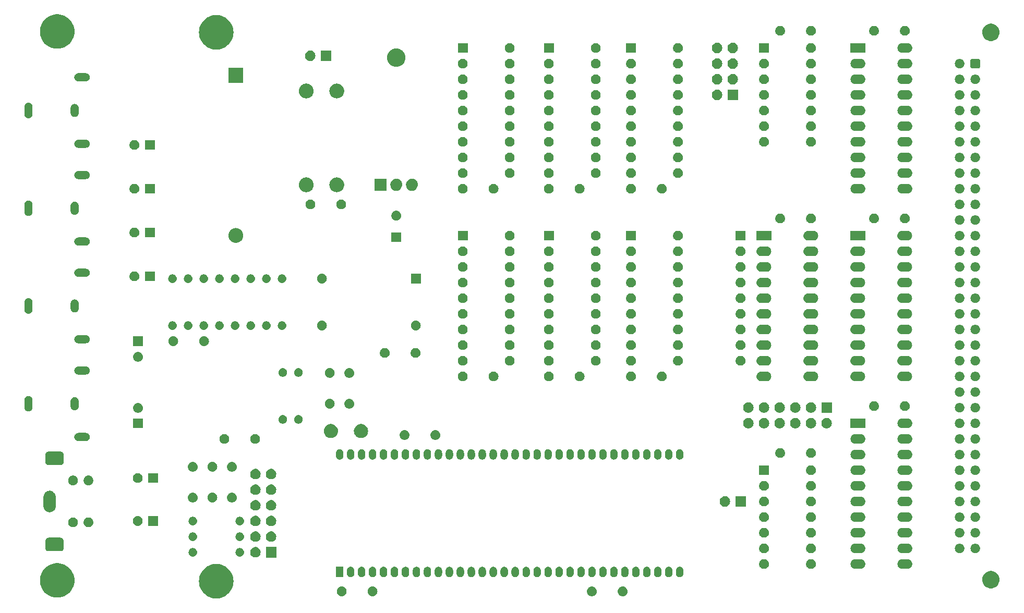
<source format=gbr>
%TF.GenerationSoftware,KiCad,Pcbnew,7.0.9-7.0.9~ubuntu22.04.1*%
%TF.CreationDate,2023-12-27T15:34:34+01:00*%
%TF.ProjectId,Z80-VDP,5a38302d-5644-4502-9e6b-696361645f70,rev?*%
%TF.SameCoordinates,Original*%
%TF.FileFunction,Soldermask,Bot*%
%TF.FilePolarity,Negative*%
%FSLAX46Y46*%
G04 Gerber Fmt 4.6, Leading zero omitted, Abs format (unit mm)*
G04 Created by KiCad (PCBNEW 7.0.9-7.0.9~ubuntu22.04.1) date 2023-12-27 15:34:34*
%MOMM*%
%LPD*%
G01*
G04 APERTURE LIST*
G04 APERTURE END LIST*
G36*
X98276215Y-144816538D02*
G01*
X98593049Y-144891629D01*
X98899023Y-145002995D01*
X99190000Y-145149129D01*
X99462044Y-145328055D01*
X99711477Y-145537354D01*
X99934924Y-145774195D01*
X100129366Y-146035375D01*
X100292171Y-146317362D01*
X100421139Y-146616344D01*
X100514526Y-146928276D01*
X100571067Y-147248940D01*
X100590000Y-147574000D01*
X100571067Y-147899060D01*
X100514526Y-148219724D01*
X100421139Y-148531656D01*
X100292171Y-148830638D01*
X100129366Y-149112625D01*
X99934924Y-149373805D01*
X99711477Y-149610646D01*
X99462044Y-149819945D01*
X99190000Y-149998871D01*
X98899023Y-150145005D01*
X98593049Y-150256371D01*
X98276215Y-150331462D01*
X97952806Y-150369263D01*
X97627194Y-150369263D01*
X97303785Y-150331462D01*
X96986951Y-150256371D01*
X96680977Y-150145005D01*
X96390000Y-149998871D01*
X96117956Y-149819945D01*
X95868523Y-149610646D01*
X95645076Y-149373805D01*
X95450634Y-149112625D01*
X95287829Y-148830638D01*
X95158861Y-148531656D01*
X95065474Y-148219724D01*
X95008933Y-147899060D01*
X94990000Y-147574000D01*
X95008933Y-147248940D01*
X95065474Y-146928276D01*
X95158861Y-146616344D01*
X95287829Y-146317362D01*
X95450634Y-146035375D01*
X95645076Y-145774195D01*
X95868523Y-145537354D01*
X96117956Y-145328055D01*
X96390000Y-145149129D01*
X96680977Y-145002995D01*
X96986951Y-144891629D01*
X97303785Y-144816538D01*
X97627194Y-144778737D01*
X97952806Y-144778737D01*
X98276215Y-144816538D01*
G37*
G36*
X72461215Y-144689538D02*
G01*
X72778049Y-144764629D01*
X73084023Y-144875995D01*
X73375000Y-145022129D01*
X73647044Y-145201055D01*
X73896477Y-145410354D01*
X74119924Y-145647195D01*
X74314366Y-145908375D01*
X74477171Y-146190362D01*
X74606139Y-146489344D01*
X74699526Y-146801276D01*
X74756067Y-147121940D01*
X74775000Y-147447000D01*
X74756067Y-147772060D01*
X74699526Y-148092724D01*
X74606139Y-148404656D01*
X74477171Y-148703638D01*
X74314366Y-148985625D01*
X74119924Y-149246805D01*
X73896477Y-149483646D01*
X73647044Y-149692945D01*
X73375000Y-149871871D01*
X73084023Y-150018005D01*
X72778049Y-150129371D01*
X72461215Y-150204462D01*
X72137806Y-150242263D01*
X71812194Y-150242263D01*
X71488785Y-150204462D01*
X71171951Y-150129371D01*
X70865977Y-150018005D01*
X70575000Y-149871871D01*
X70302956Y-149692945D01*
X70053523Y-149483646D01*
X69830076Y-149246805D01*
X69635634Y-148985625D01*
X69472829Y-148703638D01*
X69343861Y-148404656D01*
X69250474Y-148092724D01*
X69193933Y-147772060D01*
X69175000Y-147447000D01*
X69193933Y-147121940D01*
X69250474Y-146801276D01*
X69343861Y-146489344D01*
X69472829Y-146190362D01*
X69635634Y-145908375D01*
X69830076Y-145647195D01*
X70053523Y-145410354D01*
X70302956Y-145201055D01*
X70575000Y-145022129D01*
X70865977Y-144875995D01*
X71171951Y-144764629D01*
X71488785Y-144689538D01*
X71812194Y-144651737D01*
X72137806Y-144651737D01*
X72461215Y-144689538D01*
G37*
G36*
X118191367Y-148429661D02*
G01*
X118233593Y-148429661D01*
X118281228Y-148439786D01*
X118328017Y-148445058D01*
X118362039Y-148456962D01*
X118397127Y-148464421D01*
X118447695Y-148486935D01*
X118497107Y-148504225D01*
X118522823Y-148520383D01*
X118549860Y-148532421D01*
X118600275Y-148569050D01*
X118648792Y-148599535D01*
X118666214Y-148616957D01*
X118685117Y-148630691D01*
X118731844Y-148682587D01*
X118775465Y-148726208D01*
X118785499Y-148742177D01*
X118796986Y-148754935D01*
X118836285Y-148823003D01*
X118870775Y-148877893D01*
X118875080Y-148890197D01*
X118880580Y-148899723D01*
X118908740Y-148986392D01*
X118929942Y-149046983D01*
X118930746Y-149054118D01*
X118932244Y-149058729D01*
X118945820Y-149187904D01*
X118950000Y-149225000D01*
X118945819Y-149262098D01*
X118932244Y-149391270D01*
X118930746Y-149395879D01*
X118929942Y-149403017D01*
X118908736Y-149463620D01*
X118880580Y-149550276D01*
X118875081Y-149559799D01*
X118870775Y-149572107D01*
X118836278Y-149627007D01*
X118796986Y-149695064D01*
X118785501Y-149707818D01*
X118775465Y-149723792D01*
X118731835Y-149767421D01*
X118685117Y-149819308D01*
X118666218Y-149833038D01*
X118648792Y-149850465D01*
X118600265Y-149880956D01*
X118549860Y-149917578D01*
X118522829Y-149929612D01*
X118497107Y-149945775D01*
X118447685Y-149963068D01*
X118397127Y-149985578D01*
X118362045Y-149993035D01*
X118328017Y-150004942D01*
X118281225Y-150010214D01*
X118233593Y-150020339D01*
X118191367Y-150020339D01*
X118150000Y-150025000D01*
X118108633Y-150020339D01*
X118066407Y-150020339D01*
X118018774Y-150010214D01*
X117971983Y-150004942D01*
X117937955Y-149993035D01*
X117902872Y-149985578D01*
X117852309Y-149963066D01*
X117802893Y-149945775D01*
X117777173Y-149929614D01*
X117750139Y-149917578D01*
X117699726Y-149880951D01*
X117651208Y-149850465D01*
X117633784Y-149833041D01*
X117614882Y-149819308D01*
X117568154Y-149767411D01*
X117524535Y-149723792D01*
X117514500Y-149707822D01*
X117503013Y-149695064D01*
X117463709Y-149626987D01*
X117429225Y-149572107D01*
X117424919Y-149559803D01*
X117419419Y-149550276D01*
X117391249Y-149463580D01*
X117370058Y-149403017D01*
X117369254Y-149395884D01*
X117367755Y-149391270D01*
X117354165Y-149261966D01*
X117350000Y-149225000D01*
X117354164Y-149188036D01*
X117367755Y-149058729D01*
X117369254Y-149054113D01*
X117370058Y-149046983D01*
X117391245Y-148986432D01*
X117419419Y-148899723D01*
X117424920Y-148890193D01*
X117429225Y-148877893D01*
X117463701Y-148823023D01*
X117503013Y-148754935D01*
X117514502Y-148742174D01*
X117524535Y-148726208D01*
X117568145Y-148682597D01*
X117614882Y-148630691D01*
X117633787Y-148616955D01*
X117651208Y-148599535D01*
X117699721Y-148569052D01*
X117750140Y-148532421D01*
X117777176Y-148520383D01*
X117802893Y-148504225D01*
X117852301Y-148486936D01*
X117902872Y-148464421D01*
X117937961Y-148456962D01*
X117971983Y-148445058D01*
X118018771Y-148439786D01*
X118066407Y-148429661D01*
X118108633Y-148429661D01*
X118150000Y-148425000D01*
X118191367Y-148429661D01*
G37*
G36*
X123191367Y-148429661D02*
G01*
X123233593Y-148429661D01*
X123281228Y-148439786D01*
X123328017Y-148445058D01*
X123362039Y-148456962D01*
X123397127Y-148464421D01*
X123447695Y-148486935D01*
X123497107Y-148504225D01*
X123522823Y-148520383D01*
X123549860Y-148532421D01*
X123600275Y-148569050D01*
X123648792Y-148599535D01*
X123666214Y-148616957D01*
X123685117Y-148630691D01*
X123731844Y-148682587D01*
X123775465Y-148726208D01*
X123785499Y-148742177D01*
X123796986Y-148754935D01*
X123836285Y-148823003D01*
X123870775Y-148877893D01*
X123875080Y-148890197D01*
X123880580Y-148899723D01*
X123908740Y-148986392D01*
X123929942Y-149046983D01*
X123930746Y-149054118D01*
X123932244Y-149058729D01*
X123945820Y-149187904D01*
X123950000Y-149225000D01*
X123945819Y-149262098D01*
X123932244Y-149391270D01*
X123930746Y-149395879D01*
X123929942Y-149403017D01*
X123908736Y-149463620D01*
X123880580Y-149550276D01*
X123875081Y-149559799D01*
X123870775Y-149572107D01*
X123836278Y-149627007D01*
X123796986Y-149695064D01*
X123785501Y-149707818D01*
X123775465Y-149723792D01*
X123731835Y-149767421D01*
X123685117Y-149819308D01*
X123666218Y-149833038D01*
X123648792Y-149850465D01*
X123600265Y-149880956D01*
X123549860Y-149917578D01*
X123522829Y-149929612D01*
X123497107Y-149945775D01*
X123447685Y-149963068D01*
X123397127Y-149985578D01*
X123362045Y-149993035D01*
X123328017Y-150004942D01*
X123281225Y-150010214D01*
X123233593Y-150020339D01*
X123191367Y-150020339D01*
X123150000Y-150025000D01*
X123108633Y-150020339D01*
X123066407Y-150020339D01*
X123018774Y-150010214D01*
X122971983Y-150004942D01*
X122937955Y-149993035D01*
X122902872Y-149985578D01*
X122852309Y-149963066D01*
X122802893Y-149945775D01*
X122777173Y-149929614D01*
X122750139Y-149917578D01*
X122699726Y-149880951D01*
X122651208Y-149850465D01*
X122633784Y-149833041D01*
X122614882Y-149819308D01*
X122568154Y-149767411D01*
X122524535Y-149723792D01*
X122514500Y-149707822D01*
X122503013Y-149695064D01*
X122463709Y-149626987D01*
X122429225Y-149572107D01*
X122424919Y-149559803D01*
X122419419Y-149550276D01*
X122391249Y-149463580D01*
X122370058Y-149403017D01*
X122369254Y-149395884D01*
X122367755Y-149391270D01*
X122354165Y-149261966D01*
X122350000Y-149225000D01*
X122354164Y-149188036D01*
X122367755Y-149058729D01*
X122369254Y-149054113D01*
X122370058Y-149046983D01*
X122391245Y-148986432D01*
X122419419Y-148899723D01*
X122424920Y-148890193D01*
X122429225Y-148877893D01*
X122463701Y-148823023D01*
X122503013Y-148754935D01*
X122514502Y-148742174D01*
X122524535Y-148726208D01*
X122568145Y-148682597D01*
X122614882Y-148630691D01*
X122633787Y-148616955D01*
X122651208Y-148599535D01*
X122699721Y-148569052D01*
X122750140Y-148532421D01*
X122777176Y-148520383D01*
X122802893Y-148504225D01*
X122852301Y-148486936D01*
X122902872Y-148464421D01*
X122937961Y-148456962D01*
X122971983Y-148445058D01*
X123018771Y-148439786D01*
X123066407Y-148429661D01*
X123108633Y-148429661D01*
X123150000Y-148425000D01*
X123191367Y-148429661D01*
G37*
G36*
X158791367Y-148429661D02*
G01*
X158833593Y-148429661D01*
X158881228Y-148439786D01*
X158928017Y-148445058D01*
X158962039Y-148456962D01*
X158997127Y-148464421D01*
X159047695Y-148486935D01*
X159097107Y-148504225D01*
X159122823Y-148520383D01*
X159149860Y-148532421D01*
X159200275Y-148569050D01*
X159248792Y-148599535D01*
X159266214Y-148616957D01*
X159285117Y-148630691D01*
X159331844Y-148682587D01*
X159375465Y-148726208D01*
X159385499Y-148742177D01*
X159396986Y-148754935D01*
X159436285Y-148823003D01*
X159470775Y-148877893D01*
X159475080Y-148890197D01*
X159480580Y-148899723D01*
X159508740Y-148986392D01*
X159529942Y-149046983D01*
X159530746Y-149054118D01*
X159532244Y-149058729D01*
X159545820Y-149187904D01*
X159550000Y-149225000D01*
X159545819Y-149262098D01*
X159532244Y-149391270D01*
X159530746Y-149395879D01*
X159529942Y-149403017D01*
X159508736Y-149463620D01*
X159480580Y-149550276D01*
X159475081Y-149559799D01*
X159470775Y-149572107D01*
X159436278Y-149627007D01*
X159396986Y-149695064D01*
X159385501Y-149707818D01*
X159375465Y-149723792D01*
X159331835Y-149767421D01*
X159285117Y-149819308D01*
X159266218Y-149833038D01*
X159248792Y-149850465D01*
X159200265Y-149880956D01*
X159149860Y-149917578D01*
X159122829Y-149929612D01*
X159097107Y-149945775D01*
X159047685Y-149963068D01*
X158997127Y-149985578D01*
X158962045Y-149993035D01*
X158928017Y-150004942D01*
X158881225Y-150010214D01*
X158833593Y-150020339D01*
X158791367Y-150020339D01*
X158750000Y-150025000D01*
X158708633Y-150020339D01*
X158666407Y-150020339D01*
X158618774Y-150010214D01*
X158571983Y-150004942D01*
X158537955Y-149993035D01*
X158502872Y-149985578D01*
X158452309Y-149963066D01*
X158402893Y-149945775D01*
X158377173Y-149929614D01*
X158350139Y-149917578D01*
X158299726Y-149880951D01*
X158251208Y-149850465D01*
X158233784Y-149833041D01*
X158214882Y-149819308D01*
X158168154Y-149767411D01*
X158124535Y-149723792D01*
X158114500Y-149707822D01*
X158103013Y-149695064D01*
X158063709Y-149626987D01*
X158029225Y-149572107D01*
X158024919Y-149559803D01*
X158019419Y-149550276D01*
X157991249Y-149463580D01*
X157970058Y-149403017D01*
X157969254Y-149395884D01*
X157967755Y-149391270D01*
X157954165Y-149261966D01*
X157950000Y-149225000D01*
X157954164Y-149188036D01*
X157967755Y-149058729D01*
X157969254Y-149054113D01*
X157970058Y-149046983D01*
X157991245Y-148986432D01*
X158019419Y-148899723D01*
X158024920Y-148890193D01*
X158029225Y-148877893D01*
X158063701Y-148823023D01*
X158103013Y-148754935D01*
X158114502Y-148742174D01*
X158124535Y-148726208D01*
X158168145Y-148682597D01*
X158214882Y-148630691D01*
X158233787Y-148616955D01*
X158251208Y-148599535D01*
X158299721Y-148569052D01*
X158350140Y-148532421D01*
X158377176Y-148520383D01*
X158402893Y-148504225D01*
X158452301Y-148486936D01*
X158502872Y-148464421D01*
X158537961Y-148456962D01*
X158571983Y-148445058D01*
X158618771Y-148439786D01*
X158666407Y-148429661D01*
X158708633Y-148429661D01*
X158750000Y-148425000D01*
X158791367Y-148429661D01*
G37*
G36*
X163791367Y-148429661D02*
G01*
X163833593Y-148429661D01*
X163881228Y-148439786D01*
X163928017Y-148445058D01*
X163962039Y-148456962D01*
X163997127Y-148464421D01*
X164047695Y-148486935D01*
X164097107Y-148504225D01*
X164122823Y-148520383D01*
X164149860Y-148532421D01*
X164200275Y-148569050D01*
X164248792Y-148599535D01*
X164266214Y-148616957D01*
X164285117Y-148630691D01*
X164331844Y-148682587D01*
X164375465Y-148726208D01*
X164385499Y-148742177D01*
X164396986Y-148754935D01*
X164436285Y-148823003D01*
X164470775Y-148877893D01*
X164475080Y-148890197D01*
X164480580Y-148899723D01*
X164508740Y-148986392D01*
X164529942Y-149046983D01*
X164530746Y-149054118D01*
X164532244Y-149058729D01*
X164545820Y-149187904D01*
X164550000Y-149225000D01*
X164545819Y-149262098D01*
X164532244Y-149391270D01*
X164530746Y-149395879D01*
X164529942Y-149403017D01*
X164508736Y-149463620D01*
X164480580Y-149550276D01*
X164475081Y-149559799D01*
X164470775Y-149572107D01*
X164436278Y-149627007D01*
X164396986Y-149695064D01*
X164385501Y-149707818D01*
X164375465Y-149723792D01*
X164331835Y-149767421D01*
X164285117Y-149819308D01*
X164266218Y-149833038D01*
X164248792Y-149850465D01*
X164200265Y-149880956D01*
X164149860Y-149917578D01*
X164122829Y-149929612D01*
X164097107Y-149945775D01*
X164047685Y-149963068D01*
X163997127Y-149985578D01*
X163962045Y-149993035D01*
X163928017Y-150004942D01*
X163881225Y-150010214D01*
X163833593Y-150020339D01*
X163791367Y-150020339D01*
X163750000Y-150025000D01*
X163708633Y-150020339D01*
X163666407Y-150020339D01*
X163618774Y-150010214D01*
X163571983Y-150004942D01*
X163537955Y-149993035D01*
X163502872Y-149985578D01*
X163452309Y-149963066D01*
X163402893Y-149945775D01*
X163377173Y-149929614D01*
X163350139Y-149917578D01*
X163299726Y-149880951D01*
X163251208Y-149850465D01*
X163233784Y-149833041D01*
X163214882Y-149819308D01*
X163168154Y-149767411D01*
X163124535Y-149723792D01*
X163114500Y-149707822D01*
X163103013Y-149695064D01*
X163063709Y-149626987D01*
X163029225Y-149572107D01*
X163024919Y-149559803D01*
X163019419Y-149550276D01*
X162991249Y-149463580D01*
X162970058Y-149403017D01*
X162969254Y-149395884D01*
X162967755Y-149391270D01*
X162954165Y-149261966D01*
X162950000Y-149225000D01*
X162954164Y-149188036D01*
X162967755Y-149058729D01*
X162969254Y-149054113D01*
X162970058Y-149046983D01*
X162991245Y-148986432D01*
X163019419Y-148899723D01*
X163024920Y-148890193D01*
X163029225Y-148877893D01*
X163063701Y-148823023D01*
X163103013Y-148754935D01*
X163114502Y-148742174D01*
X163124535Y-148726208D01*
X163168145Y-148682597D01*
X163214882Y-148630691D01*
X163233787Y-148616955D01*
X163251208Y-148599535D01*
X163299721Y-148569052D01*
X163350140Y-148532421D01*
X163377176Y-148520383D01*
X163402893Y-148504225D01*
X163452301Y-148486936D01*
X163502872Y-148464421D01*
X163537961Y-148456962D01*
X163571983Y-148445058D01*
X163618771Y-148439786D01*
X163666407Y-148429661D01*
X163708633Y-148429661D01*
X163750000Y-148425000D01*
X163791367Y-148429661D01*
G37*
G36*
X223869817Y-145938605D02*
G01*
X224092416Y-146015023D01*
X224299401Y-146127038D01*
X224485126Y-146271593D01*
X224644525Y-146444747D01*
X224773250Y-146641775D01*
X224867790Y-146857303D01*
X224925565Y-147085453D01*
X224945000Y-147320000D01*
X224925565Y-147554547D01*
X224867790Y-147782697D01*
X224773250Y-147998225D01*
X224644525Y-148195253D01*
X224485126Y-148368407D01*
X224299401Y-148512962D01*
X224092416Y-148624977D01*
X223869817Y-148701395D01*
X223637676Y-148740133D01*
X223402324Y-148740133D01*
X223170183Y-148701395D01*
X222947584Y-148624977D01*
X222740599Y-148512962D01*
X222554874Y-148368407D01*
X222395475Y-148195253D01*
X222266750Y-147998225D01*
X222172210Y-147782697D01*
X222114435Y-147554547D01*
X222095000Y-147320000D01*
X222114435Y-147085453D01*
X222172210Y-146857303D01*
X222266750Y-146641775D01*
X222395475Y-146444747D01*
X222554874Y-146271593D01*
X222740599Y-146127038D01*
X222947584Y-146015023D01*
X223170183Y-145938605D01*
X223402324Y-145899867D01*
X223637676Y-145899867D01*
X223869817Y-145938605D01*
G37*
G36*
X118425000Y-146925400D02*
G01*
X117225000Y-146925400D01*
X117225000Y-145225400D01*
X118425000Y-145225400D01*
X118425000Y-146925400D01*
G37*
G36*
X119625325Y-145228076D02*
G01*
X119642650Y-145226986D01*
X119699682Y-145237865D01*
X119760291Y-145245845D01*
X119776322Y-145252485D01*
X119790286Y-145255149D01*
X119845654Y-145281203D01*
X119905000Y-145305785D01*
X119916269Y-145314432D01*
X119926278Y-145319142D01*
X119975822Y-145360128D01*
X120029264Y-145401136D01*
X120035995Y-145409908D01*
X120042087Y-145414948D01*
X120081723Y-145469502D01*
X120124615Y-145525400D01*
X120127637Y-145532698D01*
X120130430Y-145536541D01*
X120156415Y-145602173D01*
X120184555Y-145670109D01*
X120185173Y-145674810D01*
X120185759Y-145676288D01*
X120195029Y-145749668D01*
X120205000Y-145825400D01*
X120205000Y-146325400D01*
X120204807Y-146326865D01*
X120200269Y-146398986D01*
X120190095Y-146438610D01*
X120184555Y-146480691D01*
X120170706Y-146514124D01*
X120162490Y-146546126D01*
X120142053Y-146583300D01*
X120124615Y-146625400D01*
X120104489Y-146651628D01*
X120090083Y-146677833D01*
X120058907Y-146711031D01*
X120029264Y-146749664D01*
X120005521Y-146767881D01*
X119987198Y-146787395D01*
X119946107Y-146813471D01*
X119905000Y-146845015D01*
X119880251Y-146855266D01*
X119860295Y-146867931D01*
X119811034Y-146883936D01*
X119760291Y-146904955D01*
X119736844Y-146908041D01*
X119717353Y-146914375D01*
X119662551Y-146917823D01*
X119605000Y-146925400D01*
X119584668Y-146922723D01*
X119567349Y-146923813D01*
X119510330Y-146912936D01*
X119449709Y-146904955D01*
X119433674Y-146898313D01*
X119419713Y-146895650D01*
X119364354Y-146869600D01*
X119305000Y-146845015D01*
X119293728Y-146836366D01*
X119283721Y-146831657D01*
X119234180Y-146790673D01*
X119180736Y-146749664D01*
X119174004Y-146740890D01*
X119167912Y-146735851D01*
X119128271Y-146681290D01*
X119085385Y-146625400D01*
X119082362Y-146618102D01*
X119079569Y-146614258D01*
X119053571Y-146548593D01*
X119025445Y-146480691D01*
X119024826Y-146475991D01*
X119024240Y-146474511D01*
X119014963Y-146401080D01*
X119005000Y-146325400D01*
X119005000Y-145825400D01*
X119005192Y-145823935D01*
X119009730Y-145751813D01*
X119019906Y-145712179D01*
X119025445Y-145670109D01*
X119039290Y-145636683D01*
X119047509Y-145604673D01*
X119067951Y-145567488D01*
X119085385Y-145525400D01*
X119105505Y-145499178D01*
X119119916Y-145472966D01*
X119151100Y-145439757D01*
X119180736Y-145401136D01*
X119204471Y-145382923D01*
X119222801Y-145363404D01*
X119263904Y-145337318D01*
X119305000Y-145305785D01*
X119329741Y-145295536D01*
X119349704Y-145282868D01*
X119398980Y-145266857D01*
X119449709Y-145245845D01*
X119473148Y-145242759D01*
X119492646Y-145236424D01*
X119547464Y-145232974D01*
X119605000Y-145225400D01*
X119625325Y-145228076D01*
G37*
G36*
X121405325Y-145228076D02*
G01*
X121422650Y-145226986D01*
X121479682Y-145237865D01*
X121540291Y-145245845D01*
X121556322Y-145252485D01*
X121570286Y-145255149D01*
X121625654Y-145281203D01*
X121685000Y-145305785D01*
X121696269Y-145314432D01*
X121706278Y-145319142D01*
X121755822Y-145360128D01*
X121809264Y-145401136D01*
X121815995Y-145409908D01*
X121822087Y-145414948D01*
X121861723Y-145469502D01*
X121904615Y-145525400D01*
X121907637Y-145532698D01*
X121910430Y-145536541D01*
X121936415Y-145602173D01*
X121964555Y-145670109D01*
X121965173Y-145674810D01*
X121965759Y-145676288D01*
X121975029Y-145749668D01*
X121985000Y-145825400D01*
X121985000Y-146325400D01*
X121984807Y-146326865D01*
X121980269Y-146398986D01*
X121970095Y-146438610D01*
X121964555Y-146480691D01*
X121950706Y-146514124D01*
X121942490Y-146546126D01*
X121922053Y-146583300D01*
X121904615Y-146625400D01*
X121884489Y-146651628D01*
X121870083Y-146677833D01*
X121838907Y-146711031D01*
X121809264Y-146749664D01*
X121785521Y-146767881D01*
X121767198Y-146787395D01*
X121726107Y-146813471D01*
X121685000Y-146845015D01*
X121660251Y-146855266D01*
X121640295Y-146867931D01*
X121591034Y-146883936D01*
X121540291Y-146904955D01*
X121516844Y-146908041D01*
X121497353Y-146914375D01*
X121442551Y-146917823D01*
X121385000Y-146925400D01*
X121364668Y-146922723D01*
X121347349Y-146923813D01*
X121290330Y-146912936D01*
X121229709Y-146904955D01*
X121213674Y-146898313D01*
X121199713Y-146895650D01*
X121144354Y-146869600D01*
X121085000Y-146845015D01*
X121073728Y-146836366D01*
X121063721Y-146831657D01*
X121014180Y-146790673D01*
X120960736Y-146749664D01*
X120954004Y-146740890D01*
X120947912Y-146735851D01*
X120908271Y-146681290D01*
X120865385Y-146625400D01*
X120862362Y-146618102D01*
X120859569Y-146614258D01*
X120833571Y-146548593D01*
X120805445Y-146480691D01*
X120804826Y-146475991D01*
X120804240Y-146474511D01*
X120794963Y-146401080D01*
X120785000Y-146325400D01*
X120785000Y-145825400D01*
X120785192Y-145823935D01*
X120789730Y-145751813D01*
X120799906Y-145712179D01*
X120805445Y-145670109D01*
X120819290Y-145636683D01*
X120827509Y-145604673D01*
X120847951Y-145567488D01*
X120865385Y-145525400D01*
X120885505Y-145499178D01*
X120899916Y-145472966D01*
X120931100Y-145439757D01*
X120960736Y-145401136D01*
X120984471Y-145382923D01*
X121002801Y-145363404D01*
X121043904Y-145337318D01*
X121085000Y-145305785D01*
X121109741Y-145295536D01*
X121129704Y-145282868D01*
X121178980Y-145266857D01*
X121229709Y-145245845D01*
X121253148Y-145242759D01*
X121272646Y-145236424D01*
X121327464Y-145232974D01*
X121385000Y-145225400D01*
X121405325Y-145228076D01*
G37*
G36*
X123185325Y-145228076D02*
G01*
X123202650Y-145226986D01*
X123259682Y-145237865D01*
X123320291Y-145245845D01*
X123336322Y-145252485D01*
X123350286Y-145255149D01*
X123405654Y-145281203D01*
X123465000Y-145305785D01*
X123476269Y-145314432D01*
X123486278Y-145319142D01*
X123535822Y-145360128D01*
X123589264Y-145401136D01*
X123595995Y-145409908D01*
X123602087Y-145414948D01*
X123641723Y-145469502D01*
X123684615Y-145525400D01*
X123687637Y-145532698D01*
X123690430Y-145536541D01*
X123716415Y-145602173D01*
X123744555Y-145670109D01*
X123745173Y-145674810D01*
X123745759Y-145676288D01*
X123755029Y-145749668D01*
X123765000Y-145825400D01*
X123765000Y-146325400D01*
X123764807Y-146326865D01*
X123760269Y-146398986D01*
X123750095Y-146438610D01*
X123744555Y-146480691D01*
X123730706Y-146514124D01*
X123722490Y-146546126D01*
X123702053Y-146583300D01*
X123684615Y-146625400D01*
X123664489Y-146651628D01*
X123650083Y-146677833D01*
X123618907Y-146711031D01*
X123589264Y-146749664D01*
X123565521Y-146767881D01*
X123547198Y-146787395D01*
X123506107Y-146813471D01*
X123465000Y-146845015D01*
X123440251Y-146855266D01*
X123420295Y-146867931D01*
X123371034Y-146883936D01*
X123320291Y-146904955D01*
X123296844Y-146908041D01*
X123277353Y-146914375D01*
X123222551Y-146917823D01*
X123165000Y-146925400D01*
X123144668Y-146922723D01*
X123127349Y-146923813D01*
X123070330Y-146912936D01*
X123009709Y-146904955D01*
X122993674Y-146898313D01*
X122979713Y-146895650D01*
X122924354Y-146869600D01*
X122865000Y-146845015D01*
X122853728Y-146836366D01*
X122843721Y-146831657D01*
X122794180Y-146790673D01*
X122740736Y-146749664D01*
X122734004Y-146740890D01*
X122727912Y-146735851D01*
X122688271Y-146681290D01*
X122645385Y-146625400D01*
X122642362Y-146618102D01*
X122639569Y-146614258D01*
X122613571Y-146548593D01*
X122585445Y-146480691D01*
X122584826Y-146475991D01*
X122584240Y-146474511D01*
X122574963Y-146401080D01*
X122565000Y-146325400D01*
X122565000Y-145825400D01*
X122565192Y-145823935D01*
X122569730Y-145751813D01*
X122579906Y-145712179D01*
X122585445Y-145670109D01*
X122599290Y-145636683D01*
X122607509Y-145604673D01*
X122627951Y-145567488D01*
X122645385Y-145525400D01*
X122665505Y-145499178D01*
X122679916Y-145472966D01*
X122711100Y-145439757D01*
X122740736Y-145401136D01*
X122764471Y-145382923D01*
X122782801Y-145363404D01*
X122823904Y-145337318D01*
X122865000Y-145305785D01*
X122889741Y-145295536D01*
X122909704Y-145282868D01*
X122958980Y-145266857D01*
X123009709Y-145245845D01*
X123033148Y-145242759D01*
X123052646Y-145236424D01*
X123107464Y-145232974D01*
X123165000Y-145225400D01*
X123185325Y-145228076D01*
G37*
G36*
X124965325Y-145228076D02*
G01*
X124982650Y-145226986D01*
X125039682Y-145237865D01*
X125100291Y-145245845D01*
X125116322Y-145252485D01*
X125130286Y-145255149D01*
X125185654Y-145281203D01*
X125245000Y-145305785D01*
X125256269Y-145314432D01*
X125266278Y-145319142D01*
X125315822Y-145360128D01*
X125369264Y-145401136D01*
X125375995Y-145409908D01*
X125382087Y-145414948D01*
X125421723Y-145469502D01*
X125464615Y-145525400D01*
X125467637Y-145532698D01*
X125470430Y-145536541D01*
X125496415Y-145602173D01*
X125524555Y-145670109D01*
X125525173Y-145674810D01*
X125525759Y-145676288D01*
X125535029Y-145749668D01*
X125545000Y-145825400D01*
X125545000Y-146325400D01*
X125544807Y-146326865D01*
X125540269Y-146398986D01*
X125530095Y-146438610D01*
X125524555Y-146480691D01*
X125510706Y-146514124D01*
X125502490Y-146546126D01*
X125482053Y-146583300D01*
X125464615Y-146625400D01*
X125444489Y-146651628D01*
X125430083Y-146677833D01*
X125398907Y-146711031D01*
X125369264Y-146749664D01*
X125345521Y-146767881D01*
X125327198Y-146787395D01*
X125286107Y-146813471D01*
X125245000Y-146845015D01*
X125220251Y-146855266D01*
X125200295Y-146867931D01*
X125151034Y-146883936D01*
X125100291Y-146904955D01*
X125076844Y-146908041D01*
X125057353Y-146914375D01*
X125002551Y-146917823D01*
X124945000Y-146925400D01*
X124924668Y-146922723D01*
X124907349Y-146923813D01*
X124850330Y-146912936D01*
X124789709Y-146904955D01*
X124773674Y-146898313D01*
X124759713Y-146895650D01*
X124704354Y-146869600D01*
X124645000Y-146845015D01*
X124633728Y-146836366D01*
X124623721Y-146831657D01*
X124574180Y-146790673D01*
X124520736Y-146749664D01*
X124514004Y-146740890D01*
X124507912Y-146735851D01*
X124468271Y-146681290D01*
X124425385Y-146625400D01*
X124422362Y-146618102D01*
X124419569Y-146614258D01*
X124393571Y-146548593D01*
X124365445Y-146480691D01*
X124364826Y-146475991D01*
X124364240Y-146474511D01*
X124354963Y-146401080D01*
X124345000Y-146325400D01*
X124345000Y-145825400D01*
X124345192Y-145823935D01*
X124349730Y-145751813D01*
X124359906Y-145712179D01*
X124365445Y-145670109D01*
X124379290Y-145636683D01*
X124387509Y-145604673D01*
X124407951Y-145567488D01*
X124425385Y-145525400D01*
X124445505Y-145499178D01*
X124459916Y-145472966D01*
X124491100Y-145439757D01*
X124520736Y-145401136D01*
X124544471Y-145382923D01*
X124562801Y-145363404D01*
X124603904Y-145337318D01*
X124645000Y-145305785D01*
X124669741Y-145295536D01*
X124689704Y-145282868D01*
X124738980Y-145266857D01*
X124789709Y-145245845D01*
X124813148Y-145242759D01*
X124832646Y-145236424D01*
X124887464Y-145232974D01*
X124945000Y-145225400D01*
X124965325Y-145228076D01*
G37*
G36*
X126745325Y-145228076D02*
G01*
X126762650Y-145226986D01*
X126819682Y-145237865D01*
X126880291Y-145245845D01*
X126896322Y-145252485D01*
X126910286Y-145255149D01*
X126965654Y-145281203D01*
X127025000Y-145305785D01*
X127036269Y-145314432D01*
X127046278Y-145319142D01*
X127095822Y-145360128D01*
X127149264Y-145401136D01*
X127155995Y-145409908D01*
X127162087Y-145414948D01*
X127201723Y-145469502D01*
X127244615Y-145525400D01*
X127247637Y-145532698D01*
X127250430Y-145536541D01*
X127276415Y-145602173D01*
X127304555Y-145670109D01*
X127305173Y-145674810D01*
X127305759Y-145676288D01*
X127315029Y-145749668D01*
X127325000Y-145825400D01*
X127325000Y-146325400D01*
X127324807Y-146326865D01*
X127320269Y-146398986D01*
X127310095Y-146438610D01*
X127304555Y-146480691D01*
X127290706Y-146514124D01*
X127282490Y-146546126D01*
X127262053Y-146583300D01*
X127244615Y-146625400D01*
X127224489Y-146651628D01*
X127210083Y-146677833D01*
X127178907Y-146711031D01*
X127149264Y-146749664D01*
X127125521Y-146767881D01*
X127107198Y-146787395D01*
X127066107Y-146813471D01*
X127025000Y-146845015D01*
X127000251Y-146855266D01*
X126980295Y-146867931D01*
X126931034Y-146883936D01*
X126880291Y-146904955D01*
X126856844Y-146908041D01*
X126837353Y-146914375D01*
X126782551Y-146917823D01*
X126725000Y-146925400D01*
X126704668Y-146922723D01*
X126687349Y-146923813D01*
X126630330Y-146912936D01*
X126569709Y-146904955D01*
X126553674Y-146898313D01*
X126539713Y-146895650D01*
X126484354Y-146869600D01*
X126425000Y-146845015D01*
X126413728Y-146836366D01*
X126403721Y-146831657D01*
X126354180Y-146790673D01*
X126300736Y-146749664D01*
X126294004Y-146740890D01*
X126287912Y-146735851D01*
X126248271Y-146681290D01*
X126205385Y-146625400D01*
X126202362Y-146618102D01*
X126199569Y-146614258D01*
X126173571Y-146548593D01*
X126145445Y-146480691D01*
X126144826Y-146475991D01*
X126144240Y-146474511D01*
X126134963Y-146401080D01*
X126125000Y-146325400D01*
X126125000Y-145825400D01*
X126125192Y-145823935D01*
X126129730Y-145751813D01*
X126139906Y-145712179D01*
X126145445Y-145670109D01*
X126159290Y-145636683D01*
X126167509Y-145604673D01*
X126187951Y-145567488D01*
X126205385Y-145525400D01*
X126225505Y-145499178D01*
X126239916Y-145472966D01*
X126271100Y-145439757D01*
X126300736Y-145401136D01*
X126324471Y-145382923D01*
X126342801Y-145363404D01*
X126383904Y-145337318D01*
X126425000Y-145305785D01*
X126449741Y-145295536D01*
X126469704Y-145282868D01*
X126518980Y-145266857D01*
X126569709Y-145245845D01*
X126593148Y-145242759D01*
X126612646Y-145236424D01*
X126667464Y-145232974D01*
X126725000Y-145225400D01*
X126745325Y-145228076D01*
G37*
G36*
X128525325Y-145228076D02*
G01*
X128542650Y-145226986D01*
X128599682Y-145237865D01*
X128660291Y-145245845D01*
X128676322Y-145252485D01*
X128690286Y-145255149D01*
X128745654Y-145281203D01*
X128805000Y-145305785D01*
X128816269Y-145314432D01*
X128826278Y-145319142D01*
X128875822Y-145360128D01*
X128929264Y-145401136D01*
X128935995Y-145409908D01*
X128942087Y-145414948D01*
X128981723Y-145469502D01*
X129024615Y-145525400D01*
X129027637Y-145532698D01*
X129030430Y-145536541D01*
X129056415Y-145602173D01*
X129084555Y-145670109D01*
X129085173Y-145674810D01*
X129085759Y-145676288D01*
X129095029Y-145749668D01*
X129105000Y-145825400D01*
X129105000Y-146325400D01*
X129104807Y-146326865D01*
X129100269Y-146398986D01*
X129090095Y-146438610D01*
X129084555Y-146480691D01*
X129070706Y-146514124D01*
X129062490Y-146546126D01*
X129042053Y-146583300D01*
X129024615Y-146625400D01*
X129004489Y-146651628D01*
X128990083Y-146677833D01*
X128958907Y-146711031D01*
X128929264Y-146749664D01*
X128905521Y-146767881D01*
X128887198Y-146787395D01*
X128846107Y-146813471D01*
X128805000Y-146845015D01*
X128780251Y-146855266D01*
X128760295Y-146867931D01*
X128711034Y-146883936D01*
X128660291Y-146904955D01*
X128636844Y-146908041D01*
X128617353Y-146914375D01*
X128562551Y-146917823D01*
X128505000Y-146925400D01*
X128484668Y-146922723D01*
X128467349Y-146923813D01*
X128410330Y-146912936D01*
X128349709Y-146904955D01*
X128333674Y-146898313D01*
X128319713Y-146895650D01*
X128264354Y-146869600D01*
X128205000Y-146845015D01*
X128193728Y-146836366D01*
X128183721Y-146831657D01*
X128134180Y-146790673D01*
X128080736Y-146749664D01*
X128074004Y-146740890D01*
X128067912Y-146735851D01*
X128028271Y-146681290D01*
X127985385Y-146625400D01*
X127982362Y-146618102D01*
X127979569Y-146614258D01*
X127953571Y-146548593D01*
X127925445Y-146480691D01*
X127924826Y-146475991D01*
X127924240Y-146474511D01*
X127914963Y-146401080D01*
X127905000Y-146325400D01*
X127905000Y-145825400D01*
X127905192Y-145823935D01*
X127909730Y-145751813D01*
X127919906Y-145712179D01*
X127925445Y-145670109D01*
X127939290Y-145636683D01*
X127947509Y-145604673D01*
X127967951Y-145567488D01*
X127985385Y-145525400D01*
X128005505Y-145499178D01*
X128019916Y-145472966D01*
X128051100Y-145439757D01*
X128080736Y-145401136D01*
X128104471Y-145382923D01*
X128122801Y-145363404D01*
X128163904Y-145337318D01*
X128205000Y-145305785D01*
X128229741Y-145295536D01*
X128249704Y-145282868D01*
X128298980Y-145266857D01*
X128349709Y-145245845D01*
X128373148Y-145242759D01*
X128392646Y-145236424D01*
X128447464Y-145232974D01*
X128505000Y-145225400D01*
X128525325Y-145228076D01*
G37*
G36*
X130305325Y-145228076D02*
G01*
X130322650Y-145226986D01*
X130379682Y-145237865D01*
X130440291Y-145245845D01*
X130456322Y-145252485D01*
X130470286Y-145255149D01*
X130525654Y-145281203D01*
X130585000Y-145305785D01*
X130596269Y-145314432D01*
X130606278Y-145319142D01*
X130655822Y-145360128D01*
X130709264Y-145401136D01*
X130715995Y-145409908D01*
X130722087Y-145414948D01*
X130761723Y-145469502D01*
X130804615Y-145525400D01*
X130807637Y-145532698D01*
X130810430Y-145536541D01*
X130836415Y-145602173D01*
X130864555Y-145670109D01*
X130865173Y-145674810D01*
X130865759Y-145676288D01*
X130875029Y-145749668D01*
X130885000Y-145825400D01*
X130885000Y-146325400D01*
X130884807Y-146326865D01*
X130880269Y-146398986D01*
X130870095Y-146438610D01*
X130864555Y-146480691D01*
X130850706Y-146514124D01*
X130842490Y-146546126D01*
X130822053Y-146583300D01*
X130804615Y-146625400D01*
X130784489Y-146651628D01*
X130770083Y-146677833D01*
X130738907Y-146711031D01*
X130709264Y-146749664D01*
X130685521Y-146767881D01*
X130667198Y-146787395D01*
X130626107Y-146813471D01*
X130585000Y-146845015D01*
X130560251Y-146855266D01*
X130540295Y-146867931D01*
X130491034Y-146883936D01*
X130440291Y-146904955D01*
X130416844Y-146908041D01*
X130397353Y-146914375D01*
X130342551Y-146917823D01*
X130285000Y-146925400D01*
X130264668Y-146922723D01*
X130247349Y-146923813D01*
X130190330Y-146912936D01*
X130129709Y-146904955D01*
X130113674Y-146898313D01*
X130099713Y-146895650D01*
X130044354Y-146869600D01*
X129985000Y-146845015D01*
X129973728Y-146836366D01*
X129963721Y-146831657D01*
X129914180Y-146790673D01*
X129860736Y-146749664D01*
X129854004Y-146740890D01*
X129847912Y-146735851D01*
X129808271Y-146681290D01*
X129765385Y-146625400D01*
X129762362Y-146618102D01*
X129759569Y-146614258D01*
X129733571Y-146548593D01*
X129705445Y-146480691D01*
X129704826Y-146475991D01*
X129704240Y-146474511D01*
X129694963Y-146401080D01*
X129685000Y-146325400D01*
X129685000Y-145825400D01*
X129685192Y-145823935D01*
X129689730Y-145751813D01*
X129699906Y-145712179D01*
X129705445Y-145670109D01*
X129719290Y-145636683D01*
X129727509Y-145604673D01*
X129747951Y-145567488D01*
X129765385Y-145525400D01*
X129785505Y-145499178D01*
X129799916Y-145472966D01*
X129831100Y-145439757D01*
X129860736Y-145401136D01*
X129884471Y-145382923D01*
X129902801Y-145363404D01*
X129943904Y-145337318D01*
X129985000Y-145305785D01*
X130009741Y-145295536D01*
X130029704Y-145282868D01*
X130078980Y-145266857D01*
X130129709Y-145245845D01*
X130153148Y-145242759D01*
X130172646Y-145236424D01*
X130227464Y-145232974D01*
X130285000Y-145225400D01*
X130305325Y-145228076D01*
G37*
G36*
X132085325Y-145228076D02*
G01*
X132102650Y-145226986D01*
X132159682Y-145237865D01*
X132220291Y-145245845D01*
X132236322Y-145252485D01*
X132250286Y-145255149D01*
X132305654Y-145281203D01*
X132365000Y-145305785D01*
X132376269Y-145314432D01*
X132386278Y-145319142D01*
X132435822Y-145360128D01*
X132489264Y-145401136D01*
X132495995Y-145409908D01*
X132502087Y-145414948D01*
X132541723Y-145469502D01*
X132584615Y-145525400D01*
X132587637Y-145532698D01*
X132590430Y-145536541D01*
X132616415Y-145602173D01*
X132644555Y-145670109D01*
X132645173Y-145674810D01*
X132645759Y-145676288D01*
X132655029Y-145749668D01*
X132665000Y-145825400D01*
X132665000Y-146325400D01*
X132664807Y-146326865D01*
X132660269Y-146398986D01*
X132650095Y-146438610D01*
X132644555Y-146480691D01*
X132630706Y-146514124D01*
X132622490Y-146546126D01*
X132602053Y-146583300D01*
X132584615Y-146625400D01*
X132564489Y-146651628D01*
X132550083Y-146677833D01*
X132518907Y-146711031D01*
X132489264Y-146749664D01*
X132465521Y-146767881D01*
X132447198Y-146787395D01*
X132406107Y-146813471D01*
X132365000Y-146845015D01*
X132340251Y-146855266D01*
X132320295Y-146867931D01*
X132271034Y-146883936D01*
X132220291Y-146904955D01*
X132196844Y-146908041D01*
X132177353Y-146914375D01*
X132122551Y-146917823D01*
X132065000Y-146925400D01*
X132044668Y-146922723D01*
X132027349Y-146923813D01*
X131970330Y-146912936D01*
X131909709Y-146904955D01*
X131893674Y-146898313D01*
X131879713Y-146895650D01*
X131824354Y-146869600D01*
X131765000Y-146845015D01*
X131753728Y-146836366D01*
X131743721Y-146831657D01*
X131694180Y-146790673D01*
X131640736Y-146749664D01*
X131634004Y-146740890D01*
X131627912Y-146735851D01*
X131588271Y-146681290D01*
X131545385Y-146625400D01*
X131542362Y-146618102D01*
X131539569Y-146614258D01*
X131513571Y-146548593D01*
X131485445Y-146480691D01*
X131484826Y-146475991D01*
X131484240Y-146474511D01*
X131474963Y-146401080D01*
X131465000Y-146325400D01*
X131465000Y-145825400D01*
X131465192Y-145823935D01*
X131469730Y-145751813D01*
X131479906Y-145712179D01*
X131485445Y-145670109D01*
X131499290Y-145636683D01*
X131507509Y-145604673D01*
X131527951Y-145567488D01*
X131545385Y-145525400D01*
X131565505Y-145499178D01*
X131579916Y-145472966D01*
X131611100Y-145439757D01*
X131640736Y-145401136D01*
X131664471Y-145382923D01*
X131682801Y-145363404D01*
X131723904Y-145337318D01*
X131765000Y-145305785D01*
X131789741Y-145295536D01*
X131809704Y-145282868D01*
X131858980Y-145266857D01*
X131909709Y-145245845D01*
X131933148Y-145242759D01*
X131952646Y-145236424D01*
X132007464Y-145232974D01*
X132065000Y-145225400D01*
X132085325Y-145228076D01*
G37*
G36*
X133865325Y-145228076D02*
G01*
X133882650Y-145226986D01*
X133939682Y-145237865D01*
X134000291Y-145245845D01*
X134016322Y-145252485D01*
X134030286Y-145255149D01*
X134085654Y-145281203D01*
X134145000Y-145305785D01*
X134156269Y-145314432D01*
X134166278Y-145319142D01*
X134215822Y-145360128D01*
X134269264Y-145401136D01*
X134275995Y-145409908D01*
X134282087Y-145414948D01*
X134321723Y-145469502D01*
X134364615Y-145525400D01*
X134367637Y-145532698D01*
X134370430Y-145536541D01*
X134396415Y-145602173D01*
X134424555Y-145670109D01*
X134425173Y-145674810D01*
X134425759Y-145676288D01*
X134435029Y-145749668D01*
X134445000Y-145825400D01*
X134445000Y-146325400D01*
X134444807Y-146326865D01*
X134440269Y-146398986D01*
X134430095Y-146438610D01*
X134424555Y-146480691D01*
X134410706Y-146514124D01*
X134402490Y-146546126D01*
X134382053Y-146583300D01*
X134364615Y-146625400D01*
X134344489Y-146651628D01*
X134330083Y-146677833D01*
X134298907Y-146711031D01*
X134269264Y-146749664D01*
X134245521Y-146767881D01*
X134227198Y-146787395D01*
X134186107Y-146813471D01*
X134145000Y-146845015D01*
X134120251Y-146855266D01*
X134100295Y-146867931D01*
X134051034Y-146883936D01*
X134000291Y-146904955D01*
X133976844Y-146908041D01*
X133957353Y-146914375D01*
X133902551Y-146917823D01*
X133845000Y-146925400D01*
X133824668Y-146922723D01*
X133807349Y-146923813D01*
X133750330Y-146912936D01*
X133689709Y-146904955D01*
X133673674Y-146898313D01*
X133659713Y-146895650D01*
X133604354Y-146869600D01*
X133545000Y-146845015D01*
X133533728Y-146836366D01*
X133523721Y-146831657D01*
X133474180Y-146790673D01*
X133420736Y-146749664D01*
X133414004Y-146740890D01*
X133407912Y-146735851D01*
X133368271Y-146681290D01*
X133325385Y-146625400D01*
X133322362Y-146618102D01*
X133319569Y-146614258D01*
X133293571Y-146548593D01*
X133265445Y-146480691D01*
X133264826Y-146475991D01*
X133264240Y-146474511D01*
X133254963Y-146401080D01*
X133245000Y-146325400D01*
X133245000Y-145825400D01*
X133245192Y-145823935D01*
X133249730Y-145751813D01*
X133259906Y-145712179D01*
X133265445Y-145670109D01*
X133279290Y-145636683D01*
X133287509Y-145604673D01*
X133307951Y-145567488D01*
X133325385Y-145525400D01*
X133345505Y-145499178D01*
X133359916Y-145472966D01*
X133391100Y-145439757D01*
X133420736Y-145401136D01*
X133444471Y-145382923D01*
X133462801Y-145363404D01*
X133503904Y-145337318D01*
X133545000Y-145305785D01*
X133569741Y-145295536D01*
X133589704Y-145282868D01*
X133638980Y-145266857D01*
X133689709Y-145245845D01*
X133713148Y-145242759D01*
X133732646Y-145236424D01*
X133787464Y-145232974D01*
X133845000Y-145225400D01*
X133865325Y-145228076D01*
G37*
G36*
X135645325Y-145228076D02*
G01*
X135662650Y-145226986D01*
X135719682Y-145237865D01*
X135780291Y-145245845D01*
X135796322Y-145252485D01*
X135810286Y-145255149D01*
X135865654Y-145281203D01*
X135925000Y-145305785D01*
X135936269Y-145314432D01*
X135946278Y-145319142D01*
X135995822Y-145360128D01*
X136049264Y-145401136D01*
X136055995Y-145409908D01*
X136062087Y-145414948D01*
X136101723Y-145469502D01*
X136144615Y-145525400D01*
X136147637Y-145532698D01*
X136150430Y-145536541D01*
X136176415Y-145602173D01*
X136204555Y-145670109D01*
X136205173Y-145674810D01*
X136205759Y-145676288D01*
X136215029Y-145749668D01*
X136225000Y-145825400D01*
X136225000Y-146325400D01*
X136224807Y-146326865D01*
X136220269Y-146398986D01*
X136210095Y-146438610D01*
X136204555Y-146480691D01*
X136190706Y-146514124D01*
X136182490Y-146546126D01*
X136162053Y-146583300D01*
X136144615Y-146625400D01*
X136124489Y-146651628D01*
X136110083Y-146677833D01*
X136078907Y-146711031D01*
X136049264Y-146749664D01*
X136025521Y-146767881D01*
X136007198Y-146787395D01*
X135966107Y-146813471D01*
X135925000Y-146845015D01*
X135900251Y-146855266D01*
X135880295Y-146867931D01*
X135831034Y-146883936D01*
X135780291Y-146904955D01*
X135756844Y-146908041D01*
X135737353Y-146914375D01*
X135682551Y-146917823D01*
X135625000Y-146925400D01*
X135604668Y-146922723D01*
X135587349Y-146923813D01*
X135530330Y-146912936D01*
X135469709Y-146904955D01*
X135453674Y-146898313D01*
X135439713Y-146895650D01*
X135384354Y-146869600D01*
X135325000Y-146845015D01*
X135313728Y-146836366D01*
X135303721Y-146831657D01*
X135254180Y-146790673D01*
X135200736Y-146749664D01*
X135194004Y-146740890D01*
X135187912Y-146735851D01*
X135148271Y-146681290D01*
X135105385Y-146625400D01*
X135102362Y-146618102D01*
X135099569Y-146614258D01*
X135073571Y-146548593D01*
X135045445Y-146480691D01*
X135044826Y-146475991D01*
X135044240Y-146474511D01*
X135034963Y-146401080D01*
X135025000Y-146325400D01*
X135025000Y-145825400D01*
X135025192Y-145823935D01*
X135029730Y-145751813D01*
X135039906Y-145712179D01*
X135045445Y-145670109D01*
X135059290Y-145636683D01*
X135067509Y-145604673D01*
X135087951Y-145567488D01*
X135105385Y-145525400D01*
X135125505Y-145499178D01*
X135139916Y-145472966D01*
X135171100Y-145439757D01*
X135200736Y-145401136D01*
X135224471Y-145382923D01*
X135242801Y-145363404D01*
X135283904Y-145337318D01*
X135325000Y-145305785D01*
X135349741Y-145295536D01*
X135369704Y-145282868D01*
X135418980Y-145266857D01*
X135469709Y-145245845D01*
X135493148Y-145242759D01*
X135512646Y-145236424D01*
X135567464Y-145232974D01*
X135625000Y-145225400D01*
X135645325Y-145228076D01*
G37*
G36*
X137425325Y-145228076D02*
G01*
X137442650Y-145226986D01*
X137499682Y-145237865D01*
X137560291Y-145245845D01*
X137576322Y-145252485D01*
X137590286Y-145255149D01*
X137645654Y-145281203D01*
X137705000Y-145305785D01*
X137716269Y-145314432D01*
X137726278Y-145319142D01*
X137775822Y-145360128D01*
X137829264Y-145401136D01*
X137835995Y-145409908D01*
X137842087Y-145414948D01*
X137881723Y-145469502D01*
X137924615Y-145525400D01*
X137927637Y-145532698D01*
X137930430Y-145536541D01*
X137956415Y-145602173D01*
X137984555Y-145670109D01*
X137985173Y-145674810D01*
X137985759Y-145676288D01*
X137995029Y-145749668D01*
X138005000Y-145825400D01*
X138005000Y-146325400D01*
X138004807Y-146326865D01*
X138000269Y-146398986D01*
X137990095Y-146438610D01*
X137984555Y-146480691D01*
X137970706Y-146514124D01*
X137962490Y-146546126D01*
X137942053Y-146583300D01*
X137924615Y-146625400D01*
X137904489Y-146651628D01*
X137890083Y-146677833D01*
X137858907Y-146711031D01*
X137829264Y-146749664D01*
X137805521Y-146767881D01*
X137787198Y-146787395D01*
X137746107Y-146813471D01*
X137705000Y-146845015D01*
X137680251Y-146855266D01*
X137660295Y-146867931D01*
X137611034Y-146883936D01*
X137560291Y-146904955D01*
X137536844Y-146908041D01*
X137517353Y-146914375D01*
X137462551Y-146917823D01*
X137405000Y-146925400D01*
X137384668Y-146922723D01*
X137367349Y-146923813D01*
X137310330Y-146912936D01*
X137249709Y-146904955D01*
X137233674Y-146898313D01*
X137219713Y-146895650D01*
X137164354Y-146869600D01*
X137105000Y-146845015D01*
X137093728Y-146836366D01*
X137083721Y-146831657D01*
X137034180Y-146790673D01*
X136980736Y-146749664D01*
X136974004Y-146740890D01*
X136967912Y-146735851D01*
X136928271Y-146681290D01*
X136885385Y-146625400D01*
X136882362Y-146618102D01*
X136879569Y-146614258D01*
X136853571Y-146548593D01*
X136825445Y-146480691D01*
X136824826Y-146475991D01*
X136824240Y-146474511D01*
X136814963Y-146401080D01*
X136805000Y-146325400D01*
X136805000Y-145825400D01*
X136805192Y-145823935D01*
X136809730Y-145751813D01*
X136819906Y-145712179D01*
X136825445Y-145670109D01*
X136839290Y-145636683D01*
X136847509Y-145604673D01*
X136867951Y-145567488D01*
X136885385Y-145525400D01*
X136905505Y-145499178D01*
X136919916Y-145472966D01*
X136951100Y-145439757D01*
X136980736Y-145401136D01*
X137004471Y-145382923D01*
X137022801Y-145363404D01*
X137063904Y-145337318D01*
X137105000Y-145305785D01*
X137129741Y-145295536D01*
X137149704Y-145282868D01*
X137198980Y-145266857D01*
X137249709Y-145245845D01*
X137273148Y-145242759D01*
X137292646Y-145236424D01*
X137347464Y-145232974D01*
X137405000Y-145225400D01*
X137425325Y-145228076D01*
G37*
G36*
X139205325Y-145228076D02*
G01*
X139222650Y-145226986D01*
X139279682Y-145237865D01*
X139340291Y-145245845D01*
X139356322Y-145252485D01*
X139370286Y-145255149D01*
X139425654Y-145281203D01*
X139485000Y-145305785D01*
X139496269Y-145314432D01*
X139506278Y-145319142D01*
X139555822Y-145360128D01*
X139609264Y-145401136D01*
X139615995Y-145409908D01*
X139622087Y-145414948D01*
X139661723Y-145469502D01*
X139704615Y-145525400D01*
X139707637Y-145532698D01*
X139710430Y-145536541D01*
X139736415Y-145602173D01*
X139764555Y-145670109D01*
X139765173Y-145674810D01*
X139765759Y-145676288D01*
X139775029Y-145749668D01*
X139785000Y-145825400D01*
X139785000Y-146325400D01*
X139784807Y-146326865D01*
X139780269Y-146398986D01*
X139770095Y-146438610D01*
X139764555Y-146480691D01*
X139750706Y-146514124D01*
X139742490Y-146546126D01*
X139722053Y-146583300D01*
X139704615Y-146625400D01*
X139684489Y-146651628D01*
X139670083Y-146677833D01*
X139638907Y-146711031D01*
X139609264Y-146749664D01*
X139585521Y-146767881D01*
X139567198Y-146787395D01*
X139526107Y-146813471D01*
X139485000Y-146845015D01*
X139460251Y-146855266D01*
X139440295Y-146867931D01*
X139391034Y-146883936D01*
X139340291Y-146904955D01*
X139316844Y-146908041D01*
X139297353Y-146914375D01*
X139242551Y-146917823D01*
X139185000Y-146925400D01*
X139164668Y-146922723D01*
X139147349Y-146923813D01*
X139090330Y-146912936D01*
X139029709Y-146904955D01*
X139013674Y-146898313D01*
X138999713Y-146895650D01*
X138944354Y-146869600D01*
X138885000Y-146845015D01*
X138873728Y-146836366D01*
X138863721Y-146831657D01*
X138814180Y-146790673D01*
X138760736Y-146749664D01*
X138754004Y-146740890D01*
X138747912Y-146735851D01*
X138708271Y-146681290D01*
X138665385Y-146625400D01*
X138662362Y-146618102D01*
X138659569Y-146614258D01*
X138633571Y-146548593D01*
X138605445Y-146480691D01*
X138604826Y-146475991D01*
X138604240Y-146474511D01*
X138594963Y-146401080D01*
X138585000Y-146325400D01*
X138585000Y-145825400D01*
X138585192Y-145823935D01*
X138589730Y-145751813D01*
X138599906Y-145712179D01*
X138605445Y-145670109D01*
X138619290Y-145636683D01*
X138627509Y-145604673D01*
X138647951Y-145567488D01*
X138665385Y-145525400D01*
X138685505Y-145499178D01*
X138699916Y-145472966D01*
X138731100Y-145439757D01*
X138760736Y-145401136D01*
X138784471Y-145382923D01*
X138802801Y-145363404D01*
X138843904Y-145337318D01*
X138885000Y-145305785D01*
X138909741Y-145295536D01*
X138929704Y-145282868D01*
X138978980Y-145266857D01*
X139029709Y-145245845D01*
X139053148Y-145242759D01*
X139072646Y-145236424D01*
X139127464Y-145232974D01*
X139185000Y-145225400D01*
X139205325Y-145228076D01*
G37*
G36*
X140985325Y-145228076D02*
G01*
X141002650Y-145226986D01*
X141059682Y-145237865D01*
X141120291Y-145245845D01*
X141136322Y-145252485D01*
X141150286Y-145255149D01*
X141205654Y-145281203D01*
X141265000Y-145305785D01*
X141276269Y-145314432D01*
X141286278Y-145319142D01*
X141335822Y-145360128D01*
X141389264Y-145401136D01*
X141395995Y-145409908D01*
X141402087Y-145414948D01*
X141441723Y-145469502D01*
X141484615Y-145525400D01*
X141487637Y-145532698D01*
X141490430Y-145536541D01*
X141516415Y-145602173D01*
X141544555Y-145670109D01*
X141545173Y-145674810D01*
X141545759Y-145676288D01*
X141555029Y-145749668D01*
X141565000Y-145825400D01*
X141565000Y-146325400D01*
X141564807Y-146326865D01*
X141560269Y-146398986D01*
X141550095Y-146438610D01*
X141544555Y-146480691D01*
X141530706Y-146514124D01*
X141522490Y-146546126D01*
X141502053Y-146583300D01*
X141484615Y-146625400D01*
X141464489Y-146651628D01*
X141450083Y-146677833D01*
X141418907Y-146711031D01*
X141389264Y-146749664D01*
X141365521Y-146767881D01*
X141347198Y-146787395D01*
X141306107Y-146813471D01*
X141265000Y-146845015D01*
X141240251Y-146855266D01*
X141220295Y-146867931D01*
X141171034Y-146883936D01*
X141120291Y-146904955D01*
X141096844Y-146908041D01*
X141077353Y-146914375D01*
X141022551Y-146917823D01*
X140965000Y-146925400D01*
X140944668Y-146922723D01*
X140927349Y-146923813D01*
X140870330Y-146912936D01*
X140809709Y-146904955D01*
X140793674Y-146898313D01*
X140779713Y-146895650D01*
X140724354Y-146869600D01*
X140665000Y-146845015D01*
X140653728Y-146836366D01*
X140643721Y-146831657D01*
X140594180Y-146790673D01*
X140540736Y-146749664D01*
X140534004Y-146740890D01*
X140527912Y-146735851D01*
X140488271Y-146681290D01*
X140445385Y-146625400D01*
X140442362Y-146618102D01*
X140439569Y-146614258D01*
X140413571Y-146548593D01*
X140385445Y-146480691D01*
X140384826Y-146475991D01*
X140384240Y-146474511D01*
X140374963Y-146401080D01*
X140365000Y-146325400D01*
X140365000Y-145825400D01*
X140365192Y-145823935D01*
X140369730Y-145751813D01*
X140379906Y-145712179D01*
X140385445Y-145670109D01*
X140399290Y-145636683D01*
X140407509Y-145604673D01*
X140427951Y-145567488D01*
X140445385Y-145525400D01*
X140465505Y-145499178D01*
X140479916Y-145472966D01*
X140511100Y-145439757D01*
X140540736Y-145401136D01*
X140564471Y-145382923D01*
X140582801Y-145363404D01*
X140623904Y-145337318D01*
X140665000Y-145305785D01*
X140689741Y-145295536D01*
X140709704Y-145282868D01*
X140758980Y-145266857D01*
X140809709Y-145245845D01*
X140833148Y-145242759D01*
X140852646Y-145236424D01*
X140907464Y-145232974D01*
X140965000Y-145225400D01*
X140985325Y-145228076D01*
G37*
G36*
X142765325Y-145228076D02*
G01*
X142782650Y-145226986D01*
X142839682Y-145237865D01*
X142900291Y-145245845D01*
X142916322Y-145252485D01*
X142930286Y-145255149D01*
X142985654Y-145281203D01*
X143045000Y-145305785D01*
X143056269Y-145314432D01*
X143066278Y-145319142D01*
X143115822Y-145360128D01*
X143169264Y-145401136D01*
X143175995Y-145409908D01*
X143182087Y-145414948D01*
X143221723Y-145469502D01*
X143264615Y-145525400D01*
X143267637Y-145532698D01*
X143270430Y-145536541D01*
X143296415Y-145602173D01*
X143324555Y-145670109D01*
X143325173Y-145674810D01*
X143325759Y-145676288D01*
X143335029Y-145749668D01*
X143345000Y-145825400D01*
X143345000Y-146325400D01*
X143344807Y-146326865D01*
X143340269Y-146398986D01*
X143330095Y-146438610D01*
X143324555Y-146480691D01*
X143310706Y-146514124D01*
X143302490Y-146546126D01*
X143282053Y-146583300D01*
X143264615Y-146625400D01*
X143244489Y-146651628D01*
X143230083Y-146677833D01*
X143198907Y-146711031D01*
X143169264Y-146749664D01*
X143145521Y-146767881D01*
X143127198Y-146787395D01*
X143086107Y-146813471D01*
X143045000Y-146845015D01*
X143020251Y-146855266D01*
X143000295Y-146867931D01*
X142951034Y-146883936D01*
X142900291Y-146904955D01*
X142876844Y-146908041D01*
X142857353Y-146914375D01*
X142802551Y-146917823D01*
X142745000Y-146925400D01*
X142724668Y-146922723D01*
X142707349Y-146923813D01*
X142650330Y-146912936D01*
X142589709Y-146904955D01*
X142573674Y-146898313D01*
X142559713Y-146895650D01*
X142504354Y-146869600D01*
X142445000Y-146845015D01*
X142433728Y-146836366D01*
X142423721Y-146831657D01*
X142374180Y-146790673D01*
X142320736Y-146749664D01*
X142314004Y-146740890D01*
X142307912Y-146735851D01*
X142268271Y-146681290D01*
X142225385Y-146625400D01*
X142222362Y-146618102D01*
X142219569Y-146614258D01*
X142193571Y-146548593D01*
X142165445Y-146480691D01*
X142164826Y-146475991D01*
X142164240Y-146474511D01*
X142154963Y-146401080D01*
X142145000Y-146325400D01*
X142145000Y-145825400D01*
X142145192Y-145823935D01*
X142149730Y-145751813D01*
X142159906Y-145712179D01*
X142165445Y-145670109D01*
X142179290Y-145636683D01*
X142187509Y-145604673D01*
X142207951Y-145567488D01*
X142225385Y-145525400D01*
X142245505Y-145499178D01*
X142259916Y-145472966D01*
X142291100Y-145439757D01*
X142320736Y-145401136D01*
X142344471Y-145382923D01*
X142362801Y-145363404D01*
X142403904Y-145337318D01*
X142445000Y-145305785D01*
X142469741Y-145295536D01*
X142489704Y-145282868D01*
X142538980Y-145266857D01*
X142589709Y-145245845D01*
X142613148Y-145242759D01*
X142632646Y-145236424D01*
X142687464Y-145232974D01*
X142745000Y-145225400D01*
X142765325Y-145228076D01*
G37*
G36*
X144545325Y-145228076D02*
G01*
X144562650Y-145226986D01*
X144619682Y-145237865D01*
X144680291Y-145245845D01*
X144696322Y-145252485D01*
X144710286Y-145255149D01*
X144765654Y-145281203D01*
X144825000Y-145305785D01*
X144836269Y-145314432D01*
X144846278Y-145319142D01*
X144895822Y-145360128D01*
X144949264Y-145401136D01*
X144955995Y-145409908D01*
X144962087Y-145414948D01*
X145001723Y-145469502D01*
X145044615Y-145525400D01*
X145047637Y-145532698D01*
X145050430Y-145536541D01*
X145076415Y-145602173D01*
X145104555Y-145670109D01*
X145105173Y-145674810D01*
X145105759Y-145676288D01*
X145115029Y-145749668D01*
X145125000Y-145825400D01*
X145125000Y-146325400D01*
X145124807Y-146326865D01*
X145120269Y-146398986D01*
X145110095Y-146438610D01*
X145104555Y-146480691D01*
X145090706Y-146514124D01*
X145082490Y-146546126D01*
X145062053Y-146583300D01*
X145044615Y-146625400D01*
X145024489Y-146651628D01*
X145010083Y-146677833D01*
X144978907Y-146711031D01*
X144949264Y-146749664D01*
X144925521Y-146767881D01*
X144907198Y-146787395D01*
X144866107Y-146813471D01*
X144825000Y-146845015D01*
X144800251Y-146855266D01*
X144780295Y-146867931D01*
X144731034Y-146883936D01*
X144680291Y-146904955D01*
X144656844Y-146908041D01*
X144637353Y-146914375D01*
X144582551Y-146917823D01*
X144525000Y-146925400D01*
X144504668Y-146922723D01*
X144487349Y-146923813D01*
X144430330Y-146912936D01*
X144369709Y-146904955D01*
X144353674Y-146898313D01*
X144339713Y-146895650D01*
X144284354Y-146869600D01*
X144225000Y-146845015D01*
X144213728Y-146836366D01*
X144203721Y-146831657D01*
X144154180Y-146790673D01*
X144100736Y-146749664D01*
X144094004Y-146740890D01*
X144087912Y-146735851D01*
X144048271Y-146681290D01*
X144005385Y-146625400D01*
X144002362Y-146618102D01*
X143999569Y-146614258D01*
X143973571Y-146548593D01*
X143945445Y-146480691D01*
X143944826Y-146475991D01*
X143944240Y-146474511D01*
X143934963Y-146401080D01*
X143925000Y-146325400D01*
X143925000Y-145825400D01*
X143925192Y-145823935D01*
X143929730Y-145751813D01*
X143939906Y-145712179D01*
X143945445Y-145670109D01*
X143959290Y-145636683D01*
X143967509Y-145604673D01*
X143987951Y-145567488D01*
X144005385Y-145525400D01*
X144025505Y-145499178D01*
X144039916Y-145472966D01*
X144071100Y-145439757D01*
X144100736Y-145401136D01*
X144124471Y-145382923D01*
X144142801Y-145363404D01*
X144183904Y-145337318D01*
X144225000Y-145305785D01*
X144249741Y-145295536D01*
X144269704Y-145282868D01*
X144318980Y-145266857D01*
X144369709Y-145245845D01*
X144393148Y-145242759D01*
X144412646Y-145236424D01*
X144467464Y-145232974D01*
X144525000Y-145225400D01*
X144545325Y-145228076D01*
G37*
G36*
X146325325Y-145228076D02*
G01*
X146342650Y-145226986D01*
X146399682Y-145237865D01*
X146460291Y-145245845D01*
X146476322Y-145252485D01*
X146490286Y-145255149D01*
X146545654Y-145281203D01*
X146605000Y-145305785D01*
X146616269Y-145314432D01*
X146626278Y-145319142D01*
X146675822Y-145360128D01*
X146729264Y-145401136D01*
X146735995Y-145409908D01*
X146742087Y-145414948D01*
X146781723Y-145469502D01*
X146824615Y-145525400D01*
X146827637Y-145532698D01*
X146830430Y-145536541D01*
X146856415Y-145602173D01*
X146884555Y-145670109D01*
X146885173Y-145674810D01*
X146885759Y-145676288D01*
X146895029Y-145749668D01*
X146905000Y-145825400D01*
X146905000Y-146325400D01*
X146904807Y-146326865D01*
X146900269Y-146398986D01*
X146890095Y-146438610D01*
X146884555Y-146480691D01*
X146870706Y-146514124D01*
X146862490Y-146546126D01*
X146842053Y-146583300D01*
X146824615Y-146625400D01*
X146804489Y-146651628D01*
X146790083Y-146677833D01*
X146758907Y-146711031D01*
X146729264Y-146749664D01*
X146705521Y-146767881D01*
X146687198Y-146787395D01*
X146646107Y-146813471D01*
X146605000Y-146845015D01*
X146580251Y-146855266D01*
X146560295Y-146867931D01*
X146511034Y-146883936D01*
X146460291Y-146904955D01*
X146436844Y-146908041D01*
X146417353Y-146914375D01*
X146362551Y-146917823D01*
X146305000Y-146925400D01*
X146284668Y-146922723D01*
X146267349Y-146923813D01*
X146210330Y-146912936D01*
X146149709Y-146904955D01*
X146133674Y-146898313D01*
X146119713Y-146895650D01*
X146064354Y-146869600D01*
X146005000Y-146845015D01*
X145993728Y-146836366D01*
X145983721Y-146831657D01*
X145934180Y-146790673D01*
X145880736Y-146749664D01*
X145874004Y-146740890D01*
X145867912Y-146735851D01*
X145828271Y-146681290D01*
X145785385Y-146625400D01*
X145782362Y-146618102D01*
X145779569Y-146614258D01*
X145753571Y-146548593D01*
X145725445Y-146480691D01*
X145724826Y-146475991D01*
X145724240Y-146474511D01*
X145714963Y-146401080D01*
X145705000Y-146325400D01*
X145705000Y-145825400D01*
X145705192Y-145823935D01*
X145709730Y-145751813D01*
X145719906Y-145712179D01*
X145725445Y-145670109D01*
X145739290Y-145636683D01*
X145747509Y-145604673D01*
X145767951Y-145567488D01*
X145785385Y-145525400D01*
X145805505Y-145499178D01*
X145819916Y-145472966D01*
X145851100Y-145439757D01*
X145880736Y-145401136D01*
X145904471Y-145382923D01*
X145922801Y-145363404D01*
X145963904Y-145337318D01*
X146005000Y-145305785D01*
X146029741Y-145295536D01*
X146049704Y-145282868D01*
X146098980Y-145266857D01*
X146149709Y-145245845D01*
X146173148Y-145242759D01*
X146192646Y-145236424D01*
X146247464Y-145232974D01*
X146305000Y-145225400D01*
X146325325Y-145228076D01*
G37*
G36*
X148105325Y-145228076D02*
G01*
X148122650Y-145226986D01*
X148179682Y-145237865D01*
X148240291Y-145245845D01*
X148256322Y-145252485D01*
X148270286Y-145255149D01*
X148325654Y-145281203D01*
X148385000Y-145305785D01*
X148396269Y-145314432D01*
X148406278Y-145319142D01*
X148455822Y-145360128D01*
X148509264Y-145401136D01*
X148515995Y-145409908D01*
X148522087Y-145414948D01*
X148561723Y-145469502D01*
X148604615Y-145525400D01*
X148607637Y-145532698D01*
X148610430Y-145536541D01*
X148636415Y-145602173D01*
X148664555Y-145670109D01*
X148665173Y-145674810D01*
X148665759Y-145676288D01*
X148675029Y-145749668D01*
X148685000Y-145825400D01*
X148685000Y-146325400D01*
X148684807Y-146326865D01*
X148680269Y-146398986D01*
X148670095Y-146438610D01*
X148664555Y-146480691D01*
X148650706Y-146514124D01*
X148642490Y-146546126D01*
X148622053Y-146583300D01*
X148604615Y-146625400D01*
X148584489Y-146651628D01*
X148570083Y-146677833D01*
X148538907Y-146711031D01*
X148509264Y-146749664D01*
X148485521Y-146767881D01*
X148467198Y-146787395D01*
X148426107Y-146813471D01*
X148385000Y-146845015D01*
X148360251Y-146855266D01*
X148340295Y-146867931D01*
X148291034Y-146883936D01*
X148240291Y-146904955D01*
X148216844Y-146908041D01*
X148197353Y-146914375D01*
X148142551Y-146917823D01*
X148085000Y-146925400D01*
X148064668Y-146922723D01*
X148047349Y-146923813D01*
X147990330Y-146912936D01*
X147929709Y-146904955D01*
X147913674Y-146898313D01*
X147899713Y-146895650D01*
X147844354Y-146869600D01*
X147785000Y-146845015D01*
X147773728Y-146836366D01*
X147763721Y-146831657D01*
X147714180Y-146790673D01*
X147660736Y-146749664D01*
X147654004Y-146740890D01*
X147647912Y-146735851D01*
X147608271Y-146681290D01*
X147565385Y-146625400D01*
X147562362Y-146618102D01*
X147559569Y-146614258D01*
X147533571Y-146548593D01*
X147505445Y-146480691D01*
X147504826Y-146475991D01*
X147504240Y-146474511D01*
X147494963Y-146401080D01*
X147485000Y-146325400D01*
X147485000Y-145825400D01*
X147485192Y-145823935D01*
X147489730Y-145751813D01*
X147499906Y-145712179D01*
X147505445Y-145670109D01*
X147519290Y-145636683D01*
X147527509Y-145604673D01*
X147547951Y-145567488D01*
X147565385Y-145525400D01*
X147585505Y-145499178D01*
X147599916Y-145472966D01*
X147631100Y-145439757D01*
X147660736Y-145401136D01*
X147684471Y-145382923D01*
X147702801Y-145363404D01*
X147743904Y-145337318D01*
X147785000Y-145305785D01*
X147809741Y-145295536D01*
X147829704Y-145282868D01*
X147878980Y-145266857D01*
X147929709Y-145245845D01*
X147953148Y-145242759D01*
X147972646Y-145236424D01*
X148027464Y-145232974D01*
X148085000Y-145225400D01*
X148105325Y-145228076D01*
G37*
G36*
X149885325Y-145228076D02*
G01*
X149902650Y-145226986D01*
X149959682Y-145237865D01*
X150020291Y-145245845D01*
X150036322Y-145252485D01*
X150050286Y-145255149D01*
X150105654Y-145281203D01*
X150165000Y-145305785D01*
X150176269Y-145314432D01*
X150186278Y-145319142D01*
X150235822Y-145360128D01*
X150289264Y-145401136D01*
X150295995Y-145409908D01*
X150302087Y-145414948D01*
X150341723Y-145469502D01*
X150384615Y-145525400D01*
X150387637Y-145532698D01*
X150390430Y-145536541D01*
X150416415Y-145602173D01*
X150444555Y-145670109D01*
X150445173Y-145674810D01*
X150445759Y-145676288D01*
X150455029Y-145749668D01*
X150465000Y-145825400D01*
X150465000Y-146325400D01*
X150464807Y-146326865D01*
X150460269Y-146398986D01*
X150450095Y-146438610D01*
X150444555Y-146480691D01*
X150430706Y-146514124D01*
X150422490Y-146546126D01*
X150402053Y-146583300D01*
X150384615Y-146625400D01*
X150364489Y-146651628D01*
X150350083Y-146677833D01*
X150318907Y-146711031D01*
X150289264Y-146749664D01*
X150265521Y-146767881D01*
X150247198Y-146787395D01*
X150206107Y-146813471D01*
X150165000Y-146845015D01*
X150140251Y-146855266D01*
X150120295Y-146867931D01*
X150071034Y-146883936D01*
X150020291Y-146904955D01*
X149996844Y-146908041D01*
X149977353Y-146914375D01*
X149922551Y-146917823D01*
X149865000Y-146925400D01*
X149844668Y-146922723D01*
X149827349Y-146923813D01*
X149770330Y-146912936D01*
X149709709Y-146904955D01*
X149693674Y-146898313D01*
X149679713Y-146895650D01*
X149624354Y-146869600D01*
X149565000Y-146845015D01*
X149553728Y-146836366D01*
X149543721Y-146831657D01*
X149494180Y-146790673D01*
X149440736Y-146749664D01*
X149434004Y-146740890D01*
X149427912Y-146735851D01*
X149388271Y-146681290D01*
X149345385Y-146625400D01*
X149342362Y-146618102D01*
X149339569Y-146614258D01*
X149313571Y-146548593D01*
X149285445Y-146480691D01*
X149284826Y-146475991D01*
X149284240Y-146474511D01*
X149274963Y-146401080D01*
X149265000Y-146325400D01*
X149265000Y-145825400D01*
X149265192Y-145823935D01*
X149269730Y-145751813D01*
X149279906Y-145712179D01*
X149285445Y-145670109D01*
X149299290Y-145636683D01*
X149307509Y-145604673D01*
X149327951Y-145567488D01*
X149345385Y-145525400D01*
X149365505Y-145499178D01*
X149379916Y-145472966D01*
X149411100Y-145439757D01*
X149440736Y-145401136D01*
X149464471Y-145382923D01*
X149482801Y-145363404D01*
X149523904Y-145337318D01*
X149565000Y-145305785D01*
X149589741Y-145295536D01*
X149609704Y-145282868D01*
X149658980Y-145266857D01*
X149709709Y-145245845D01*
X149733148Y-145242759D01*
X149752646Y-145236424D01*
X149807464Y-145232974D01*
X149865000Y-145225400D01*
X149885325Y-145228076D01*
G37*
G36*
X151665325Y-145228076D02*
G01*
X151682650Y-145226986D01*
X151739682Y-145237865D01*
X151800291Y-145245845D01*
X151816322Y-145252485D01*
X151830286Y-145255149D01*
X151885654Y-145281203D01*
X151945000Y-145305785D01*
X151956269Y-145314432D01*
X151966278Y-145319142D01*
X152015822Y-145360128D01*
X152069264Y-145401136D01*
X152075995Y-145409908D01*
X152082087Y-145414948D01*
X152121723Y-145469502D01*
X152164615Y-145525400D01*
X152167637Y-145532698D01*
X152170430Y-145536541D01*
X152196415Y-145602173D01*
X152224555Y-145670109D01*
X152225173Y-145674810D01*
X152225759Y-145676288D01*
X152235029Y-145749668D01*
X152245000Y-145825400D01*
X152245000Y-146325400D01*
X152244807Y-146326865D01*
X152240269Y-146398986D01*
X152230095Y-146438610D01*
X152224555Y-146480691D01*
X152210706Y-146514124D01*
X152202490Y-146546126D01*
X152182053Y-146583300D01*
X152164615Y-146625400D01*
X152144489Y-146651628D01*
X152130083Y-146677833D01*
X152098907Y-146711031D01*
X152069264Y-146749664D01*
X152045521Y-146767881D01*
X152027198Y-146787395D01*
X151986107Y-146813471D01*
X151945000Y-146845015D01*
X151920251Y-146855266D01*
X151900295Y-146867931D01*
X151851034Y-146883936D01*
X151800291Y-146904955D01*
X151776844Y-146908041D01*
X151757353Y-146914375D01*
X151702551Y-146917823D01*
X151645000Y-146925400D01*
X151624668Y-146922723D01*
X151607349Y-146923813D01*
X151550330Y-146912936D01*
X151489709Y-146904955D01*
X151473674Y-146898313D01*
X151459713Y-146895650D01*
X151404354Y-146869600D01*
X151345000Y-146845015D01*
X151333728Y-146836366D01*
X151323721Y-146831657D01*
X151274180Y-146790673D01*
X151220736Y-146749664D01*
X151214004Y-146740890D01*
X151207912Y-146735851D01*
X151168271Y-146681290D01*
X151125385Y-146625400D01*
X151122362Y-146618102D01*
X151119569Y-146614258D01*
X151093571Y-146548593D01*
X151065445Y-146480691D01*
X151064826Y-146475991D01*
X151064240Y-146474511D01*
X151054963Y-146401080D01*
X151045000Y-146325400D01*
X151045000Y-145825400D01*
X151045192Y-145823935D01*
X151049730Y-145751813D01*
X151059906Y-145712179D01*
X151065445Y-145670109D01*
X151079290Y-145636683D01*
X151087509Y-145604673D01*
X151107951Y-145567488D01*
X151125385Y-145525400D01*
X151145505Y-145499178D01*
X151159916Y-145472966D01*
X151191100Y-145439757D01*
X151220736Y-145401136D01*
X151244471Y-145382923D01*
X151262801Y-145363404D01*
X151303904Y-145337318D01*
X151345000Y-145305785D01*
X151369741Y-145295536D01*
X151389704Y-145282868D01*
X151438980Y-145266857D01*
X151489709Y-145245845D01*
X151513148Y-145242759D01*
X151532646Y-145236424D01*
X151587464Y-145232974D01*
X151645000Y-145225400D01*
X151665325Y-145228076D01*
G37*
G36*
X153445325Y-145228076D02*
G01*
X153462650Y-145226986D01*
X153519682Y-145237865D01*
X153580291Y-145245845D01*
X153596322Y-145252485D01*
X153610286Y-145255149D01*
X153665654Y-145281203D01*
X153725000Y-145305785D01*
X153736269Y-145314432D01*
X153746278Y-145319142D01*
X153795822Y-145360128D01*
X153849264Y-145401136D01*
X153855995Y-145409908D01*
X153862087Y-145414948D01*
X153901723Y-145469502D01*
X153944615Y-145525400D01*
X153947637Y-145532698D01*
X153950430Y-145536541D01*
X153976415Y-145602173D01*
X154004555Y-145670109D01*
X154005173Y-145674810D01*
X154005759Y-145676288D01*
X154015029Y-145749668D01*
X154025000Y-145825400D01*
X154025000Y-146325400D01*
X154024807Y-146326865D01*
X154020269Y-146398986D01*
X154010095Y-146438610D01*
X154004555Y-146480691D01*
X153990706Y-146514124D01*
X153982490Y-146546126D01*
X153962053Y-146583300D01*
X153944615Y-146625400D01*
X153924489Y-146651628D01*
X153910083Y-146677833D01*
X153878907Y-146711031D01*
X153849264Y-146749664D01*
X153825521Y-146767881D01*
X153807198Y-146787395D01*
X153766107Y-146813471D01*
X153725000Y-146845015D01*
X153700251Y-146855266D01*
X153680295Y-146867931D01*
X153631034Y-146883936D01*
X153580291Y-146904955D01*
X153556844Y-146908041D01*
X153537353Y-146914375D01*
X153482551Y-146917823D01*
X153425000Y-146925400D01*
X153404668Y-146922723D01*
X153387349Y-146923813D01*
X153330330Y-146912936D01*
X153269709Y-146904955D01*
X153253674Y-146898313D01*
X153239713Y-146895650D01*
X153184354Y-146869600D01*
X153125000Y-146845015D01*
X153113728Y-146836366D01*
X153103721Y-146831657D01*
X153054180Y-146790673D01*
X153000736Y-146749664D01*
X152994004Y-146740890D01*
X152987912Y-146735851D01*
X152948271Y-146681290D01*
X152905385Y-146625400D01*
X152902362Y-146618102D01*
X152899569Y-146614258D01*
X152873571Y-146548593D01*
X152845445Y-146480691D01*
X152844826Y-146475991D01*
X152844240Y-146474511D01*
X152834963Y-146401080D01*
X152825000Y-146325400D01*
X152825000Y-145825400D01*
X152825192Y-145823935D01*
X152829730Y-145751813D01*
X152839906Y-145712179D01*
X152845445Y-145670109D01*
X152859290Y-145636683D01*
X152867509Y-145604673D01*
X152887951Y-145567488D01*
X152905385Y-145525400D01*
X152925505Y-145499178D01*
X152939916Y-145472966D01*
X152971100Y-145439757D01*
X153000736Y-145401136D01*
X153024471Y-145382923D01*
X153042801Y-145363404D01*
X153083904Y-145337318D01*
X153125000Y-145305785D01*
X153149741Y-145295536D01*
X153169704Y-145282868D01*
X153218980Y-145266857D01*
X153269709Y-145245845D01*
X153293148Y-145242759D01*
X153312646Y-145236424D01*
X153367464Y-145232974D01*
X153425000Y-145225400D01*
X153445325Y-145228076D01*
G37*
G36*
X155225325Y-145228076D02*
G01*
X155242650Y-145226986D01*
X155299682Y-145237865D01*
X155360291Y-145245845D01*
X155376322Y-145252485D01*
X155390286Y-145255149D01*
X155445654Y-145281203D01*
X155505000Y-145305785D01*
X155516269Y-145314432D01*
X155526278Y-145319142D01*
X155575822Y-145360128D01*
X155629264Y-145401136D01*
X155635995Y-145409908D01*
X155642087Y-145414948D01*
X155681723Y-145469502D01*
X155724615Y-145525400D01*
X155727637Y-145532698D01*
X155730430Y-145536541D01*
X155756415Y-145602173D01*
X155784555Y-145670109D01*
X155785173Y-145674810D01*
X155785759Y-145676288D01*
X155795029Y-145749668D01*
X155805000Y-145825400D01*
X155805000Y-146325400D01*
X155804807Y-146326865D01*
X155800269Y-146398986D01*
X155790095Y-146438610D01*
X155784555Y-146480691D01*
X155770706Y-146514124D01*
X155762490Y-146546126D01*
X155742053Y-146583300D01*
X155724615Y-146625400D01*
X155704489Y-146651628D01*
X155690083Y-146677833D01*
X155658907Y-146711031D01*
X155629264Y-146749664D01*
X155605521Y-146767881D01*
X155587198Y-146787395D01*
X155546107Y-146813471D01*
X155505000Y-146845015D01*
X155480251Y-146855266D01*
X155460295Y-146867931D01*
X155411034Y-146883936D01*
X155360291Y-146904955D01*
X155336844Y-146908041D01*
X155317353Y-146914375D01*
X155262551Y-146917823D01*
X155205000Y-146925400D01*
X155184668Y-146922723D01*
X155167349Y-146923813D01*
X155110330Y-146912936D01*
X155049709Y-146904955D01*
X155033674Y-146898313D01*
X155019713Y-146895650D01*
X154964354Y-146869600D01*
X154905000Y-146845015D01*
X154893728Y-146836366D01*
X154883721Y-146831657D01*
X154834180Y-146790673D01*
X154780736Y-146749664D01*
X154774004Y-146740890D01*
X154767912Y-146735851D01*
X154728271Y-146681290D01*
X154685385Y-146625400D01*
X154682362Y-146618102D01*
X154679569Y-146614258D01*
X154653571Y-146548593D01*
X154625445Y-146480691D01*
X154624826Y-146475991D01*
X154624240Y-146474511D01*
X154614963Y-146401080D01*
X154605000Y-146325400D01*
X154605000Y-145825400D01*
X154605192Y-145823935D01*
X154609730Y-145751813D01*
X154619906Y-145712179D01*
X154625445Y-145670109D01*
X154639290Y-145636683D01*
X154647509Y-145604673D01*
X154667951Y-145567488D01*
X154685385Y-145525400D01*
X154705505Y-145499178D01*
X154719916Y-145472966D01*
X154751100Y-145439757D01*
X154780736Y-145401136D01*
X154804471Y-145382923D01*
X154822801Y-145363404D01*
X154863904Y-145337318D01*
X154905000Y-145305785D01*
X154929741Y-145295536D01*
X154949704Y-145282868D01*
X154998980Y-145266857D01*
X155049709Y-145245845D01*
X155073148Y-145242759D01*
X155092646Y-145236424D01*
X155147464Y-145232974D01*
X155205000Y-145225400D01*
X155225325Y-145228076D01*
G37*
G36*
X157005325Y-145228076D02*
G01*
X157022650Y-145226986D01*
X157079682Y-145237865D01*
X157140291Y-145245845D01*
X157156322Y-145252485D01*
X157170286Y-145255149D01*
X157225654Y-145281203D01*
X157285000Y-145305785D01*
X157296269Y-145314432D01*
X157306278Y-145319142D01*
X157355822Y-145360128D01*
X157409264Y-145401136D01*
X157415995Y-145409908D01*
X157422087Y-145414948D01*
X157461723Y-145469502D01*
X157504615Y-145525400D01*
X157507637Y-145532698D01*
X157510430Y-145536541D01*
X157536415Y-145602173D01*
X157564555Y-145670109D01*
X157565173Y-145674810D01*
X157565759Y-145676288D01*
X157575029Y-145749668D01*
X157585000Y-145825400D01*
X157585000Y-146325400D01*
X157584807Y-146326865D01*
X157580269Y-146398986D01*
X157570095Y-146438610D01*
X157564555Y-146480691D01*
X157550706Y-146514124D01*
X157542490Y-146546126D01*
X157522053Y-146583300D01*
X157504615Y-146625400D01*
X157484489Y-146651628D01*
X157470083Y-146677833D01*
X157438907Y-146711031D01*
X157409264Y-146749664D01*
X157385521Y-146767881D01*
X157367198Y-146787395D01*
X157326107Y-146813471D01*
X157285000Y-146845015D01*
X157260251Y-146855266D01*
X157240295Y-146867931D01*
X157191034Y-146883936D01*
X157140291Y-146904955D01*
X157116844Y-146908041D01*
X157097353Y-146914375D01*
X157042551Y-146917823D01*
X156985000Y-146925400D01*
X156964668Y-146922723D01*
X156947349Y-146923813D01*
X156890330Y-146912936D01*
X156829709Y-146904955D01*
X156813674Y-146898313D01*
X156799713Y-146895650D01*
X156744354Y-146869600D01*
X156685000Y-146845015D01*
X156673728Y-146836366D01*
X156663721Y-146831657D01*
X156614180Y-146790673D01*
X156560736Y-146749664D01*
X156554004Y-146740890D01*
X156547912Y-146735851D01*
X156508271Y-146681290D01*
X156465385Y-146625400D01*
X156462362Y-146618102D01*
X156459569Y-146614258D01*
X156433571Y-146548593D01*
X156405445Y-146480691D01*
X156404826Y-146475991D01*
X156404240Y-146474511D01*
X156394963Y-146401080D01*
X156385000Y-146325400D01*
X156385000Y-145825400D01*
X156385192Y-145823935D01*
X156389730Y-145751813D01*
X156399906Y-145712179D01*
X156405445Y-145670109D01*
X156419290Y-145636683D01*
X156427509Y-145604673D01*
X156447951Y-145567488D01*
X156465385Y-145525400D01*
X156485505Y-145499178D01*
X156499916Y-145472966D01*
X156531100Y-145439757D01*
X156560736Y-145401136D01*
X156584471Y-145382923D01*
X156602801Y-145363404D01*
X156643904Y-145337318D01*
X156685000Y-145305785D01*
X156709741Y-145295536D01*
X156729704Y-145282868D01*
X156778980Y-145266857D01*
X156829709Y-145245845D01*
X156853148Y-145242759D01*
X156872646Y-145236424D01*
X156927464Y-145232974D01*
X156985000Y-145225400D01*
X157005325Y-145228076D01*
G37*
G36*
X158785325Y-145228076D02*
G01*
X158802650Y-145226986D01*
X158859682Y-145237865D01*
X158920291Y-145245845D01*
X158936322Y-145252485D01*
X158950286Y-145255149D01*
X159005654Y-145281203D01*
X159065000Y-145305785D01*
X159076269Y-145314432D01*
X159086278Y-145319142D01*
X159135822Y-145360128D01*
X159189264Y-145401136D01*
X159195995Y-145409908D01*
X159202087Y-145414948D01*
X159241723Y-145469502D01*
X159284615Y-145525400D01*
X159287637Y-145532698D01*
X159290430Y-145536541D01*
X159316415Y-145602173D01*
X159344555Y-145670109D01*
X159345173Y-145674810D01*
X159345759Y-145676288D01*
X159355029Y-145749668D01*
X159365000Y-145825400D01*
X159365000Y-146325400D01*
X159364807Y-146326865D01*
X159360269Y-146398986D01*
X159350095Y-146438610D01*
X159344555Y-146480691D01*
X159330706Y-146514124D01*
X159322490Y-146546126D01*
X159302053Y-146583300D01*
X159284615Y-146625400D01*
X159264489Y-146651628D01*
X159250083Y-146677833D01*
X159218907Y-146711031D01*
X159189264Y-146749664D01*
X159165521Y-146767881D01*
X159147198Y-146787395D01*
X159106107Y-146813471D01*
X159065000Y-146845015D01*
X159040251Y-146855266D01*
X159020295Y-146867931D01*
X158971034Y-146883936D01*
X158920291Y-146904955D01*
X158896844Y-146908041D01*
X158877353Y-146914375D01*
X158822551Y-146917823D01*
X158765000Y-146925400D01*
X158744668Y-146922723D01*
X158727349Y-146923813D01*
X158670330Y-146912936D01*
X158609709Y-146904955D01*
X158593674Y-146898313D01*
X158579713Y-146895650D01*
X158524354Y-146869600D01*
X158465000Y-146845015D01*
X158453728Y-146836366D01*
X158443721Y-146831657D01*
X158394180Y-146790673D01*
X158340736Y-146749664D01*
X158334004Y-146740890D01*
X158327912Y-146735851D01*
X158288271Y-146681290D01*
X158245385Y-146625400D01*
X158242362Y-146618102D01*
X158239569Y-146614258D01*
X158213571Y-146548593D01*
X158185445Y-146480691D01*
X158184826Y-146475991D01*
X158184240Y-146474511D01*
X158174963Y-146401080D01*
X158165000Y-146325400D01*
X158165000Y-145825400D01*
X158165192Y-145823935D01*
X158169730Y-145751813D01*
X158179906Y-145712179D01*
X158185445Y-145670109D01*
X158199290Y-145636683D01*
X158207509Y-145604673D01*
X158227951Y-145567488D01*
X158245385Y-145525400D01*
X158265505Y-145499178D01*
X158279916Y-145472966D01*
X158311100Y-145439757D01*
X158340736Y-145401136D01*
X158364471Y-145382923D01*
X158382801Y-145363404D01*
X158423904Y-145337318D01*
X158465000Y-145305785D01*
X158489741Y-145295536D01*
X158509704Y-145282868D01*
X158558980Y-145266857D01*
X158609709Y-145245845D01*
X158633148Y-145242759D01*
X158652646Y-145236424D01*
X158707464Y-145232974D01*
X158765000Y-145225400D01*
X158785325Y-145228076D01*
G37*
G36*
X160565325Y-145228076D02*
G01*
X160582650Y-145226986D01*
X160639682Y-145237865D01*
X160700291Y-145245845D01*
X160716322Y-145252485D01*
X160730286Y-145255149D01*
X160785654Y-145281203D01*
X160845000Y-145305785D01*
X160856269Y-145314432D01*
X160866278Y-145319142D01*
X160915822Y-145360128D01*
X160969264Y-145401136D01*
X160975995Y-145409908D01*
X160982087Y-145414948D01*
X161021723Y-145469502D01*
X161064615Y-145525400D01*
X161067637Y-145532698D01*
X161070430Y-145536541D01*
X161096415Y-145602173D01*
X161124555Y-145670109D01*
X161125173Y-145674810D01*
X161125759Y-145676288D01*
X161135029Y-145749668D01*
X161145000Y-145825400D01*
X161145000Y-146325400D01*
X161144807Y-146326865D01*
X161140269Y-146398986D01*
X161130095Y-146438610D01*
X161124555Y-146480691D01*
X161110706Y-146514124D01*
X161102490Y-146546126D01*
X161082053Y-146583300D01*
X161064615Y-146625400D01*
X161044489Y-146651628D01*
X161030083Y-146677833D01*
X160998907Y-146711031D01*
X160969264Y-146749664D01*
X160945521Y-146767881D01*
X160927198Y-146787395D01*
X160886107Y-146813471D01*
X160845000Y-146845015D01*
X160820251Y-146855266D01*
X160800295Y-146867931D01*
X160751034Y-146883936D01*
X160700291Y-146904955D01*
X160676844Y-146908041D01*
X160657353Y-146914375D01*
X160602551Y-146917823D01*
X160545000Y-146925400D01*
X160524668Y-146922723D01*
X160507349Y-146923813D01*
X160450330Y-146912936D01*
X160389709Y-146904955D01*
X160373674Y-146898313D01*
X160359713Y-146895650D01*
X160304354Y-146869600D01*
X160245000Y-146845015D01*
X160233728Y-146836366D01*
X160223721Y-146831657D01*
X160174180Y-146790673D01*
X160120736Y-146749664D01*
X160114004Y-146740890D01*
X160107912Y-146735851D01*
X160068271Y-146681290D01*
X160025385Y-146625400D01*
X160022362Y-146618102D01*
X160019569Y-146614258D01*
X159993571Y-146548593D01*
X159965445Y-146480691D01*
X159964826Y-146475991D01*
X159964240Y-146474511D01*
X159954963Y-146401080D01*
X159945000Y-146325400D01*
X159945000Y-145825400D01*
X159945192Y-145823935D01*
X159949730Y-145751813D01*
X159959906Y-145712179D01*
X159965445Y-145670109D01*
X159979290Y-145636683D01*
X159987509Y-145604673D01*
X160007951Y-145567488D01*
X160025385Y-145525400D01*
X160045505Y-145499178D01*
X160059916Y-145472966D01*
X160091100Y-145439757D01*
X160120736Y-145401136D01*
X160144471Y-145382923D01*
X160162801Y-145363404D01*
X160203904Y-145337318D01*
X160245000Y-145305785D01*
X160269741Y-145295536D01*
X160289704Y-145282868D01*
X160338980Y-145266857D01*
X160389709Y-145245845D01*
X160413148Y-145242759D01*
X160432646Y-145236424D01*
X160487464Y-145232974D01*
X160545000Y-145225400D01*
X160565325Y-145228076D01*
G37*
G36*
X162345325Y-145228076D02*
G01*
X162362650Y-145226986D01*
X162419682Y-145237865D01*
X162480291Y-145245845D01*
X162496322Y-145252485D01*
X162510286Y-145255149D01*
X162565654Y-145281203D01*
X162625000Y-145305785D01*
X162636269Y-145314432D01*
X162646278Y-145319142D01*
X162695822Y-145360128D01*
X162749264Y-145401136D01*
X162755995Y-145409908D01*
X162762087Y-145414948D01*
X162801723Y-145469502D01*
X162844615Y-145525400D01*
X162847637Y-145532698D01*
X162850430Y-145536541D01*
X162876415Y-145602173D01*
X162904555Y-145670109D01*
X162905173Y-145674810D01*
X162905759Y-145676288D01*
X162915029Y-145749668D01*
X162925000Y-145825400D01*
X162925000Y-146325400D01*
X162924807Y-146326865D01*
X162920269Y-146398986D01*
X162910095Y-146438610D01*
X162904555Y-146480691D01*
X162890706Y-146514124D01*
X162882490Y-146546126D01*
X162862053Y-146583300D01*
X162844615Y-146625400D01*
X162824489Y-146651628D01*
X162810083Y-146677833D01*
X162778907Y-146711031D01*
X162749264Y-146749664D01*
X162725521Y-146767881D01*
X162707198Y-146787395D01*
X162666107Y-146813471D01*
X162625000Y-146845015D01*
X162600251Y-146855266D01*
X162580295Y-146867931D01*
X162531034Y-146883936D01*
X162480291Y-146904955D01*
X162456844Y-146908041D01*
X162437353Y-146914375D01*
X162382551Y-146917823D01*
X162325000Y-146925400D01*
X162304668Y-146922723D01*
X162287349Y-146923813D01*
X162230330Y-146912936D01*
X162169709Y-146904955D01*
X162153674Y-146898313D01*
X162139713Y-146895650D01*
X162084354Y-146869600D01*
X162025000Y-146845015D01*
X162013728Y-146836366D01*
X162003721Y-146831657D01*
X161954180Y-146790673D01*
X161900736Y-146749664D01*
X161894004Y-146740890D01*
X161887912Y-146735851D01*
X161848271Y-146681290D01*
X161805385Y-146625400D01*
X161802362Y-146618102D01*
X161799569Y-146614258D01*
X161773571Y-146548593D01*
X161745445Y-146480691D01*
X161744826Y-146475991D01*
X161744240Y-146474511D01*
X161734963Y-146401080D01*
X161725000Y-146325400D01*
X161725000Y-145825400D01*
X161725192Y-145823935D01*
X161729730Y-145751813D01*
X161739906Y-145712179D01*
X161745445Y-145670109D01*
X161759290Y-145636683D01*
X161767509Y-145604673D01*
X161787951Y-145567488D01*
X161805385Y-145525400D01*
X161825505Y-145499178D01*
X161839916Y-145472966D01*
X161871100Y-145439757D01*
X161900736Y-145401136D01*
X161924471Y-145382923D01*
X161942801Y-145363404D01*
X161983904Y-145337318D01*
X162025000Y-145305785D01*
X162049741Y-145295536D01*
X162069704Y-145282868D01*
X162118980Y-145266857D01*
X162169709Y-145245845D01*
X162193148Y-145242759D01*
X162212646Y-145236424D01*
X162267464Y-145232974D01*
X162325000Y-145225400D01*
X162345325Y-145228076D01*
G37*
G36*
X164125325Y-145228076D02*
G01*
X164142650Y-145226986D01*
X164199682Y-145237865D01*
X164260291Y-145245845D01*
X164276322Y-145252485D01*
X164290286Y-145255149D01*
X164345654Y-145281203D01*
X164405000Y-145305785D01*
X164416269Y-145314432D01*
X164426278Y-145319142D01*
X164475822Y-145360128D01*
X164529264Y-145401136D01*
X164535995Y-145409908D01*
X164542087Y-145414948D01*
X164581723Y-145469502D01*
X164624615Y-145525400D01*
X164627637Y-145532698D01*
X164630430Y-145536541D01*
X164656415Y-145602173D01*
X164684555Y-145670109D01*
X164685173Y-145674810D01*
X164685759Y-145676288D01*
X164695029Y-145749668D01*
X164705000Y-145825400D01*
X164705000Y-146325400D01*
X164704807Y-146326865D01*
X164700269Y-146398986D01*
X164690095Y-146438610D01*
X164684555Y-146480691D01*
X164670706Y-146514124D01*
X164662490Y-146546126D01*
X164642053Y-146583300D01*
X164624615Y-146625400D01*
X164604489Y-146651628D01*
X164590083Y-146677833D01*
X164558907Y-146711031D01*
X164529264Y-146749664D01*
X164505521Y-146767881D01*
X164487198Y-146787395D01*
X164446107Y-146813471D01*
X164405000Y-146845015D01*
X164380251Y-146855266D01*
X164360295Y-146867931D01*
X164311034Y-146883936D01*
X164260291Y-146904955D01*
X164236844Y-146908041D01*
X164217353Y-146914375D01*
X164162551Y-146917823D01*
X164105000Y-146925400D01*
X164084668Y-146922723D01*
X164067349Y-146923813D01*
X164010330Y-146912936D01*
X163949709Y-146904955D01*
X163933674Y-146898313D01*
X163919713Y-146895650D01*
X163864354Y-146869600D01*
X163805000Y-146845015D01*
X163793728Y-146836366D01*
X163783721Y-146831657D01*
X163734180Y-146790673D01*
X163680736Y-146749664D01*
X163674004Y-146740890D01*
X163667912Y-146735851D01*
X163628271Y-146681290D01*
X163585385Y-146625400D01*
X163582362Y-146618102D01*
X163579569Y-146614258D01*
X163553571Y-146548593D01*
X163525445Y-146480691D01*
X163524826Y-146475991D01*
X163524240Y-146474511D01*
X163514963Y-146401080D01*
X163505000Y-146325400D01*
X163505000Y-145825400D01*
X163505192Y-145823935D01*
X163509730Y-145751813D01*
X163519906Y-145712179D01*
X163525445Y-145670109D01*
X163539290Y-145636683D01*
X163547509Y-145604673D01*
X163567951Y-145567488D01*
X163585385Y-145525400D01*
X163605505Y-145499178D01*
X163619916Y-145472966D01*
X163651100Y-145439757D01*
X163680736Y-145401136D01*
X163704471Y-145382923D01*
X163722801Y-145363404D01*
X163763904Y-145337318D01*
X163805000Y-145305785D01*
X163829741Y-145295536D01*
X163849704Y-145282868D01*
X163898980Y-145266857D01*
X163949709Y-145245845D01*
X163973148Y-145242759D01*
X163992646Y-145236424D01*
X164047464Y-145232974D01*
X164105000Y-145225400D01*
X164125325Y-145228076D01*
G37*
G36*
X165905325Y-145228076D02*
G01*
X165922650Y-145226986D01*
X165979682Y-145237865D01*
X166040291Y-145245845D01*
X166056322Y-145252485D01*
X166070286Y-145255149D01*
X166125654Y-145281203D01*
X166185000Y-145305785D01*
X166196269Y-145314432D01*
X166206278Y-145319142D01*
X166255822Y-145360128D01*
X166309264Y-145401136D01*
X166315995Y-145409908D01*
X166322087Y-145414948D01*
X166361723Y-145469502D01*
X166404615Y-145525400D01*
X166407637Y-145532698D01*
X166410430Y-145536541D01*
X166436415Y-145602173D01*
X166464555Y-145670109D01*
X166465173Y-145674810D01*
X166465759Y-145676288D01*
X166475029Y-145749668D01*
X166485000Y-145825400D01*
X166485000Y-146325400D01*
X166484807Y-146326865D01*
X166480269Y-146398986D01*
X166470095Y-146438610D01*
X166464555Y-146480691D01*
X166450706Y-146514124D01*
X166442490Y-146546126D01*
X166422053Y-146583300D01*
X166404615Y-146625400D01*
X166384489Y-146651628D01*
X166370083Y-146677833D01*
X166338907Y-146711031D01*
X166309264Y-146749664D01*
X166285521Y-146767881D01*
X166267198Y-146787395D01*
X166226107Y-146813471D01*
X166185000Y-146845015D01*
X166160251Y-146855266D01*
X166140295Y-146867931D01*
X166091034Y-146883936D01*
X166040291Y-146904955D01*
X166016844Y-146908041D01*
X165997353Y-146914375D01*
X165942551Y-146917823D01*
X165885000Y-146925400D01*
X165864668Y-146922723D01*
X165847349Y-146923813D01*
X165790330Y-146912936D01*
X165729709Y-146904955D01*
X165713674Y-146898313D01*
X165699713Y-146895650D01*
X165644354Y-146869600D01*
X165585000Y-146845015D01*
X165573728Y-146836366D01*
X165563721Y-146831657D01*
X165514180Y-146790673D01*
X165460736Y-146749664D01*
X165454004Y-146740890D01*
X165447912Y-146735851D01*
X165408271Y-146681290D01*
X165365385Y-146625400D01*
X165362362Y-146618102D01*
X165359569Y-146614258D01*
X165333571Y-146548593D01*
X165305445Y-146480691D01*
X165304826Y-146475991D01*
X165304240Y-146474511D01*
X165294963Y-146401080D01*
X165285000Y-146325400D01*
X165285000Y-145825400D01*
X165285192Y-145823935D01*
X165289730Y-145751813D01*
X165299906Y-145712179D01*
X165305445Y-145670109D01*
X165319290Y-145636683D01*
X165327509Y-145604673D01*
X165347951Y-145567488D01*
X165365385Y-145525400D01*
X165385505Y-145499178D01*
X165399916Y-145472966D01*
X165431100Y-145439757D01*
X165460736Y-145401136D01*
X165484471Y-145382923D01*
X165502801Y-145363404D01*
X165543904Y-145337318D01*
X165585000Y-145305785D01*
X165609741Y-145295536D01*
X165629704Y-145282868D01*
X165678980Y-145266857D01*
X165729709Y-145245845D01*
X165753148Y-145242759D01*
X165772646Y-145236424D01*
X165827464Y-145232974D01*
X165885000Y-145225400D01*
X165905325Y-145228076D01*
G37*
G36*
X167685325Y-145228076D02*
G01*
X167702650Y-145226986D01*
X167759682Y-145237865D01*
X167820291Y-145245845D01*
X167836322Y-145252485D01*
X167850286Y-145255149D01*
X167905654Y-145281203D01*
X167965000Y-145305785D01*
X167976269Y-145314432D01*
X167986278Y-145319142D01*
X168035822Y-145360128D01*
X168089264Y-145401136D01*
X168095995Y-145409908D01*
X168102087Y-145414948D01*
X168141723Y-145469502D01*
X168184615Y-145525400D01*
X168187637Y-145532698D01*
X168190430Y-145536541D01*
X168216415Y-145602173D01*
X168244555Y-145670109D01*
X168245173Y-145674810D01*
X168245759Y-145676288D01*
X168255029Y-145749668D01*
X168265000Y-145825400D01*
X168265000Y-146325400D01*
X168264807Y-146326865D01*
X168260269Y-146398986D01*
X168250095Y-146438610D01*
X168244555Y-146480691D01*
X168230706Y-146514124D01*
X168222490Y-146546126D01*
X168202053Y-146583300D01*
X168184615Y-146625400D01*
X168164489Y-146651628D01*
X168150083Y-146677833D01*
X168118907Y-146711031D01*
X168089264Y-146749664D01*
X168065521Y-146767881D01*
X168047198Y-146787395D01*
X168006107Y-146813471D01*
X167965000Y-146845015D01*
X167940251Y-146855266D01*
X167920295Y-146867931D01*
X167871034Y-146883936D01*
X167820291Y-146904955D01*
X167796844Y-146908041D01*
X167777353Y-146914375D01*
X167722551Y-146917823D01*
X167665000Y-146925400D01*
X167644668Y-146922723D01*
X167627349Y-146923813D01*
X167570330Y-146912936D01*
X167509709Y-146904955D01*
X167493674Y-146898313D01*
X167479713Y-146895650D01*
X167424354Y-146869600D01*
X167365000Y-146845015D01*
X167353728Y-146836366D01*
X167343721Y-146831657D01*
X167294180Y-146790673D01*
X167240736Y-146749664D01*
X167234004Y-146740890D01*
X167227912Y-146735851D01*
X167188271Y-146681290D01*
X167145385Y-146625400D01*
X167142362Y-146618102D01*
X167139569Y-146614258D01*
X167113571Y-146548593D01*
X167085445Y-146480691D01*
X167084826Y-146475991D01*
X167084240Y-146474511D01*
X167074963Y-146401080D01*
X167065000Y-146325400D01*
X167065000Y-145825400D01*
X167065192Y-145823935D01*
X167069730Y-145751813D01*
X167079906Y-145712179D01*
X167085445Y-145670109D01*
X167099290Y-145636683D01*
X167107509Y-145604673D01*
X167127951Y-145567488D01*
X167145385Y-145525400D01*
X167165505Y-145499178D01*
X167179916Y-145472966D01*
X167211100Y-145439757D01*
X167240736Y-145401136D01*
X167264471Y-145382923D01*
X167282801Y-145363404D01*
X167323904Y-145337318D01*
X167365000Y-145305785D01*
X167389741Y-145295536D01*
X167409704Y-145282868D01*
X167458980Y-145266857D01*
X167509709Y-145245845D01*
X167533148Y-145242759D01*
X167552646Y-145236424D01*
X167607464Y-145232974D01*
X167665000Y-145225400D01*
X167685325Y-145228076D01*
G37*
G36*
X169465325Y-145228076D02*
G01*
X169482650Y-145226986D01*
X169539682Y-145237865D01*
X169600291Y-145245845D01*
X169616322Y-145252485D01*
X169630286Y-145255149D01*
X169685654Y-145281203D01*
X169745000Y-145305785D01*
X169756269Y-145314432D01*
X169766278Y-145319142D01*
X169815822Y-145360128D01*
X169869264Y-145401136D01*
X169875995Y-145409908D01*
X169882087Y-145414948D01*
X169921723Y-145469502D01*
X169964615Y-145525400D01*
X169967637Y-145532698D01*
X169970430Y-145536541D01*
X169996415Y-145602173D01*
X170024555Y-145670109D01*
X170025173Y-145674810D01*
X170025759Y-145676288D01*
X170035029Y-145749668D01*
X170045000Y-145825400D01*
X170045000Y-146325400D01*
X170044807Y-146326865D01*
X170040269Y-146398986D01*
X170030095Y-146438610D01*
X170024555Y-146480691D01*
X170010706Y-146514124D01*
X170002490Y-146546126D01*
X169982053Y-146583300D01*
X169964615Y-146625400D01*
X169944489Y-146651628D01*
X169930083Y-146677833D01*
X169898907Y-146711031D01*
X169869264Y-146749664D01*
X169845521Y-146767881D01*
X169827198Y-146787395D01*
X169786107Y-146813471D01*
X169745000Y-146845015D01*
X169720251Y-146855266D01*
X169700295Y-146867931D01*
X169651034Y-146883936D01*
X169600291Y-146904955D01*
X169576844Y-146908041D01*
X169557353Y-146914375D01*
X169502551Y-146917823D01*
X169445000Y-146925400D01*
X169424668Y-146922723D01*
X169407349Y-146923813D01*
X169350330Y-146912936D01*
X169289709Y-146904955D01*
X169273674Y-146898313D01*
X169259713Y-146895650D01*
X169204354Y-146869600D01*
X169145000Y-146845015D01*
X169133728Y-146836366D01*
X169123721Y-146831657D01*
X169074180Y-146790673D01*
X169020736Y-146749664D01*
X169014004Y-146740890D01*
X169007912Y-146735851D01*
X168968271Y-146681290D01*
X168925385Y-146625400D01*
X168922362Y-146618102D01*
X168919569Y-146614258D01*
X168893571Y-146548593D01*
X168865445Y-146480691D01*
X168864826Y-146475991D01*
X168864240Y-146474511D01*
X168854963Y-146401080D01*
X168845000Y-146325400D01*
X168845000Y-145825400D01*
X168845192Y-145823935D01*
X168849730Y-145751813D01*
X168859906Y-145712179D01*
X168865445Y-145670109D01*
X168879290Y-145636683D01*
X168887509Y-145604673D01*
X168907951Y-145567488D01*
X168925385Y-145525400D01*
X168945505Y-145499178D01*
X168959916Y-145472966D01*
X168991100Y-145439757D01*
X169020736Y-145401136D01*
X169044471Y-145382923D01*
X169062801Y-145363404D01*
X169103904Y-145337318D01*
X169145000Y-145305785D01*
X169169741Y-145295536D01*
X169189704Y-145282868D01*
X169238980Y-145266857D01*
X169289709Y-145245845D01*
X169313148Y-145242759D01*
X169332646Y-145236424D01*
X169387464Y-145232974D01*
X169445000Y-145225400D01*
X169465325Y-145228076D01*
G37*
G36*
X171245325Y-145228076D02*
G01*
X171262650Y-145226986D01*
X171319682Y-145237865D01*
X171380291Y-145245845D01*
X171396322Y-145252485D01*
X171410286Y-145255149D01*
X171465654Y-145281203D01*
X171525000Y-145305785D01*
X171536269Y-145314432D01*
X171546278Y-145319142D01*
X171595822Y-145360128D01*
X171649264Y-145401136D01*
X171655995Y-145409908D01*
X171662087Y-145414948D01*
X171701723Y-145469502D01*
X171744615Y-145525400D01*
X171747637Y-145532698D01*
X171750430Y-145536541D01*
X171776415Y-145602173D01*
X171804555Y-145670109D01*
X171805173Y-145674810D01*
X171805759Y-145676288D01*
X171815029Y-145749668D01*
X171825000Y-145825400D01*
X171825000Y-146325400D01*
X171824807Y-146326865D01*
X171820269Y-146398986D01*
X171810095Y-146438610D01*
X171804555Y-146480691D01*
X171790706Y-146514124D01*
X171782490Y-146546126D01*
X171762053Y-146583300D01*
X171744615Y-146625400D01*
X171724489Y-146651628D01*
X171710083Y-146677833D01*
X171678907Y-146711031D01*
X171649264Y-146749664D01*
X171625521Y-146767881D01*
X171607198Y-146787395D01*
X171566107Y-146813471D01*
X171525000Y-146845015D01*
X171500251Y-146855266D01*
X171480295Y-146867931D01*
X171431034Y-146883936D01*
X171380291Y-146904955D01*
X171356844Y-146908041D01*
X171337353Y-146914375D01*
X171282551Y-146917823D01*
X171225000Y-146925400D01*
X171204668Y-146922723D01*
X171187349Y-146923813D01*
X171130330Y-146912936D01*
X171069709Y-146904955D01*
X171053674Y-146898313D01*
X171039713Y-146895650D01*
X170984354Y-146869600D01*
X170925000Y-146845015D01*
X170913728Y-146836366D01*
X170903721Y-146831657D01*
X170854180Y-146790673D01*
X170800736Y-146749664D01*
X170794004Y-146740890D01*
X170787912Y-146735851D01*
X170748271Y-146681290D01*
X170705385Y-146625400D01*
X170702362Y-146618102D01*
X170699569Y-146614258D01*
X170673571Y-146548593D01*
X170645445Y-146480691D01*
X170644826Y-146475991D01*
X170644240Y-146474511D01*
X170634963Y-146401080D01*
X170625000Y-146325400D01*
X170625000Y-145825400D01*
X170625192Y-145823935D01*
X170629730Y-145751813D01*
X170639906Y-145712179D01*
X170645445Y-145670109D01*
X170659290Y-145636683D01*
X170667509Y-145604673D01*
X170687951Y-145567488D01*
X170705385Y-145525400D01*
X170725505Y-145499178D01*
X170739916Y-145472966D01*
X170771100Y-145439757D01*
X170800736Y-145401136D01*
X170824471Y-145382923D01*
X170842801Y-145363404D01*
X170883904Y-145337318D01*
X170925000Y-145305785D01*
X170949741Y-145295536D01*
X170969704Y-145282868D01*
X171018980Y-145266857D01*
X171069709Y-145245845D01*
X171093148Y-145242759D01*
X171112646Y-145236424D01*
X171167464Y-145232974D01*
X171225000Y-145225400D01*
X171245325Y-145228076D01*
G37*
G36*
X173025325Y-145228076D02*
G01*
X173042650Y-145226986D01*
X173099682Y-145237865D01*
X173160291Y-145245845D01*
X173176322Y-145252485D01*
X173190286Y-145255149D01*
X173245654Y-145281203D01*
X173305000Y-145305785D01*
X173316269Y-145314432D01*
X173326278Y-145319142D01*
X173375822Y-145360128D01*
X173429264Y-145401136D01*
X173435995Y-145409908D01*
X173442087Y-145414948D01*
X173481723Y-145469502D01*
X173524615Y-145525400D01*
X173527637Y-145532698D01*
X173530430Y-145536541D01*
X173556415Y-145602173D01*
X173584555Y-145670109D01*
X173585173Y-145674810D01*
X173585759Y-145676288D01*
X173595029Y-145749668D01*
X173605000Y-145825400D01*
X173605000Y-146325400D01*
X173604807Y-146326865D01*
X173600269Y-146398986D01*
X173590095Y-146438610D01*
X173584555Y-146480691D01*
X173570706Y-146514124D01*
X173562490Y-146546126D01*
X173542053Y-146583300D01*
X173524615Y-146625400D01*
X173504489Y-146651628D01*
X173490083Y-146677833D01*
X173458907Y-146711031D01*
X173429264Y-146749664D01*
X173405521Y-146767881D01*
X173387198Y-146787395D01*
X173346107Y-146813471D01*
X173305000Y-146845015D01*
X173280251Y-146855266D01*
X173260295Y-146867931D01*
X173211034Y-146883936D01*
X173160291Y-146904955D01*
X173136844Y-146908041D01*
X173117353Y-146914375D01*
X173062551Y-146917823D01*
X173005000Y-146925400D01*
X172984668Y-146922723D01*
X172967349Y-146923813D01*
X172910330Y-146912936D01*
X172849709Y-146904955D01*
X172833674Y-146898313D01*
X172819713Y-146895650D01*
X172764354Y-146869600D01*
X172705000Y-146845015D01*
X172693728Y-146836366D01*
X172683721Y-146831657D01*
X172634180Y-146790673D01*
X172580736Y-146749664D01*
X172574004Y-146740890D01*
X172567912Y-146735851D01*
X172528271Y-146681290D01*
X172485385Y-146625400D01*
X172482362Y-146618102D01*
X172479569Y-146614258D01*
X172453571Y-146548593D01*
X172425445Y-146480691D01*
X172424826Y-146475991D01*
X172424240Y-146474511D01*
X172414963Y-146401080D01*
X172405000Y-146325400D01*
X172405000Y-145825400D01*
X172405192Y-145823935D01*
X172409730Y-145751813D01*
X172419906Y-145712179D01*
X172425445Y-145670109D01*
X172439290Y-145636683D01*
X172447509Y-145604673D01*
X172467951Y-145567488D01*
X172485385Y-145525400D01*
X172505505Y-145499178D01*
X172519916Y-145472966D01*
X172551100Y-145439757D01*
X172580736Y-145401136D01*
X172604471Y-145382923D01*
X172622801Y-145363404D01*
X172663904Y-145337318D01*
X172705000Y-145305785D01*
X172729741Y-145295536D01*
X172749704Y-145282868D01*
X172798980Y-145266857D01*
X172849709Y-145245845D01*
X172873148Y-145242759D01*
X172892646Y-145236424D01*
X172947464Y-145232974D01*
X173005000Y-145225400D01*
X173025325Y-145228076D01*
G37*
G36*
X186731367Y-143984661D02*
G01*
X186773593Y-143984661D01*
X186821228Y-143994786D01*
X186868017Y-144000058D01*
X186902039Y-144011962D01*
X186937127Y-144019421D01*
X186987695Y-144041935D01*
X187037107Y-144059225D01*
X187062823Y-144075383D01*
X187089860Y-144087421D01*
X187140275Y-144124050D01*
X187188792Y-144154535D01*
X187206214Y-144171957D01*
X187225117Y-144185691D01*
X187271844Y-144237587D01*
X187315465Y-144281208D01*
X187325499Y-144297177D01*
X187336986Y-144309935D01*
X187376285Y-144378003D01*
X187410775Y-144432893D01*
X187415080Y-144445197D01*
X187420580Y-144454723D01*
X187448740Y-144541392D01*
X187469942Y-144601983D01*
X187470746Y-144609118D01*
X187472244Y-144613729D01*
X187485820Y-144742904D01*
X187490000Y-144780000D01*
X187485819Y-144817098D01*
X187472244Y-144946270D01*
X187470746Y-144950879D01*
X187469942Y-144958017D01*
X187448736Y-145018620D01*
X187420580Y-145105276D01*
X187415081Y-145114799D01*
X187410775Y-145127107D01*
X187376278Y-145182007D01*
X187336986Y-145250064D01*
X187325501Y-145262818D01*
X187315465Y-145278792D01*
X187271835Y-145322421D01*
X187225117Y-145374308D01*
X187206218Y-145388038D01*
X187188792Y-145405465D01*
X187140265Y-145435956D01*
X187089860Y-145472578D01*
X187062829Y-145484612D01*
X187037107Y-145500775D01*
X186987685Y-145518068D01*
X186937127Y-145540578D01*
X186902045Y-145548035D01*
X186868017Y-145559942D01*
X186821225Y-145565214D01*
X186773593Y-145575339D01*
X186731367Y-145575339D01*
X186690000Y-145580000D01*
X186648633Y-145575339D01*
X186606407Y-145575339D01*
X186558774Y-145565214D01*
X186511983Y-145559942D01*
X186477955Y-145548035D01*
X186442872Y-145540578D01*
X186392309Y-145518066D01*
X186342893Y-145500775D01*
X186317173Y-145484614D01*
X186290139Y-145472578D01*
X186239726Y-145435951D01*
X186191208Y-145405465D01*
X186173784Y-145388041D01*
X186154882Y-145374308D01*
X186108154Y-145322411D01*
X186064535Y-145278792D01*
X186054500Y-145262822D01*
X186043013Y-145250064D01*
X186003709Y-145181987D01*
X185969225Y-145127107D01*
X185964919Y-145114803D01*
X185959419Y-145105276D01*
X185931249Y-145018580D01*
X185910058Y-144958017D01*
X185909254Y-144950884D01*
X185907755Y-144946270D01*
X185894165Y-144816966D01*
X185890000Y-144780000D01*
X185894164Y-144743036D01*
X185907755Y-144613729D01*
X185909254Y-144609113D01*
X185910058Y-144601983D01*
X185931245Y-144541432D01*
X185959419Y-144454723D01*
X185964920Y-144445193D01*
X185969225Y-144432893D01*
X186003701Y-144378023D01*
X186043013Y-144309935D01*
X186054502Y-144297174D01*
X186064535Y-144281208D01*
X186108145Y-144237597D01*
X186154882Y-144185691D01*
X186173787Y-144171955D01*
X186191208Y-144154535D01*
X186239721Y-144124052D01*
X186290140Y-144087421D01*
X186317176Y-144075383D01*
X186342893Y-144059225D01*
X186392301Y-144041936D01*
X186442872Y-144019421D01*
X186477961Y-144011962D01*
X186511983Y-144000058D01*
X186558771Y-143994786D01*
X186606407Y-143984661D01*
X186648633Y-143984661D01*
X186690000Y-143980000D01*
X186731367Y-143984661D01*
G37*
G36*
X194351367Y-143984661D02*
G01*
X194393593Y-143984661D01*
X194441228Y-143994786D01*
X194488017Y-144000058D01*
X194522039Y-144011962D01*
X194557127Y-144019421D01*
X194607695Y-144041935D01*
X194657107Y-144059225D01*
X194682823Y-144075383D01*
X194709860Y-144087421D01*
X194760275Y-144124050D01*
X194808792Y-144154535D01*
X194826214Y-144171957D01*
X194845117Y-144185691D01*
X194891844Y-144237587D01*
X194935465Y-144281208D01*
X194945499Y-144297177D01*
X194956986Y-144309935D01*
X194996285Y-144378003D01*
X195030775Y-144432893D01*
X195035080Y-144445197D01*
X195040580Y-144454723D01*
X195068740Y-144541392D01*
X195089942Y-144601983D01*
X195090746Y-144609118D01*
X195092244Y-144613729D01*
X195105820Y-144742904D01*
X195110000Y-144780000D01*
X195105819Y-144817098D01*
X195092244Y-144946270D01*
X195090746Y-144950879D01*
X195089942Y-144958017D01*
X195068736Y-145018620D01*
X195040580Y-145105276D01*
X195035081Y-145114799D01*
X195030775Y-145127107D01*
X194996278Y-145182007D01*
X194956986Y-145250064D01*
X194945501Y-145262818D01*
X194935465Y-145278792D01*
X194891835Y-145322421D01*
X194845117Y-145374308D01*
X194826218Y-145388038D01*
X194808792Y-145405465D01*
X194760265Y-145435956D01*
X194709860Y-145472578D01*
X194682829Y-145484612D01*
X194657107Y-145500775D01*
X194607685Y-145518068D01*
X194557127Y-145540578D01*
X194522045Y-145548035D01*
X194488017Y-145559942D01*
X194441225Y-145565214D01*
X194393593Y-145575339D01*
X194351367Y-145575339D01*
X194310000Y-145580000D01*
X194268633Y-145575339D01*
X194226407Y-145575339D01*
X194178774Y-145565214D01*
X194131983Y-145559942D01*
X194097955Y-145548035D01*
X194062872Y-145540578D01*
X194012309Y-145518066D01*
X193962893Y-145500775D01*
X193937173Y-145484614D01*
X193910139Y-145472578D01*
X193859726Y-145435951D01*
X193811208Y-145405465D01*
X193793784Y-145388041D01*
X193774882Y-145374308D01*
X193728154Y-145322411D01*
X193684535Y-145278792D01*
X193674500Y-145262822D01*
X193663013Y-145250064D01*
X193623709Y-145181987D01*
X193589225Y-145127107D01*
X193584919Y-145114803D01*
X193579419Y-145105276D01*
X193551249Y-145018580D01*
X193530058Y-144958017D01*
X193529254Y-144950884D01*
X193527755Y-144946270D01*
X193514165Y-144816966D01*
X193510000Y-144780000D01*
X193514164Y-144743036D01*
X193527755Y-144613729D01*
X193529254Y-144609113D01*
X193530058Y-144601983D01*
X193551245Y-144541432D01*
X193579419Y-144454723D01*
X193584920Y-144445193D01*
X193589225Y-144432893D01*
X193623701Y-144378023D01*
X193663013Y-144309935D01*
X193674502Y-144297174D01*
X193684535Y-144281208D01*
X193728145Y-144237597D01*
X193774882Y-144185691D01*
X193793787Y-144171955D01*
X193811208Y-144154535D01*
X193859721Y-144124052D01*
X193910140Y-144087421D01*
X193937176Y-144075383D01*
X193962893Y-144059225D01*
X194012301Y-144041936D01*
X194062872Y-144019421D01*
X194097961Y-144011962D01*
X194131983Y-144000058D01*
X194178771Y-143994786D01*
X194226407Y-143984661D01*
X194268633Y-143984661D01*
X194310000Y-143980000D01*
X194351367Y-143984661D01*
G37*
G36*
X202331284Y-143980144D02*
G01*
X202415111Y-143984689D01*
X202460722Y-143994729D01*
X202508017Y-144000058D01*
X202547170Y-144013758D01*
X202585343Y-144022161D01*
X202629293Y-144042494D01*
X202677107Y-144059225D01*
X202709635Y-144079664D01*
X202742289Y-144094771D01*
X202783327Y-144125967D01*
X202828792Y-144154535D01*
X202853786Y-144179529D01*
X202879952Y-144199420D01*
X202915347Y-144241090D01*
X202955465Y-144281208D01*
X202972635Y-144308535D01*
X202991902Y-144331217D01*
X203018978Y-144382289D01*
X203050775Y-144432893D01*
X203060419Y-144460455D01*
X203072904Y-144484004D01*
X203089211Y-144542738D01*
X203109942Y-144601983D01*
X203112866Y-144627935D01*
X203119164Y-144650618D01*
X203122634Y-144714630D01*
X203130000Y-144780000D01*
X203127420Y-144802897D01*
X203128526Y-144823296D01*
X203117639Y-144889701D01*
X203109942Y-144958017D01*
X203103352Y-144976849D01*
X203100550Y-144993943D01*
X203074445Y-145059461D01*
X203050775Y-145127107D01*
X203041804Y-145141383D01*
X203036545Y-145154584D01*
X202995117Y-145215684D01*
X202955465Y-145278792D01*
X202945729Y-145288527D01*
X202939499Y-145297717D01*
X202883403Y-145350853D01*
X202828792Y-145405465D01*
X202819759Y-145411140D01*
X202813961Y-145416633D01*
X202744631Y-145458346D01*
X202677107Y-145500775D01*
X202669953Y-145503278D01*
X202665782Y-145505788D01*
X202584798Y-145533075D01*
X202508017Y-145559942D01*
X202503577Y-145560442D01*
X202501910Y-145561004D01*
X202406430Y-145571388D01*
X202330000Y-145580000D01*
X202327248Y-145580000D01*
X201531385Y-145580000D01*
X201530000Y-145580000D01*
X201528715Y-145579855D01*
X201444888Y-145575310D01*
X201399285Y-145565271D01*
X201351983Y-145559942D01*
X201312823Y-145546239D01*
X201274656Y-145537838D01*
X201230711Y-145517507D01*
X201182893Y-145500775D01*
X201150360Y-145480333D01*
X201117710Y-145465228D01*
X201076674Y-145434033D01*
X201031208Y-145405465D01*
X201006212Y-145380469D01*
X200980047Y-145360579D01*
X200944651Y-145318908D01*
X200904535Y-145278792D01*
X200887364Y-145251465D01*
X200868097Y-145228782D01*
X200841018Y-145177705D01*
X200809225Y-145127107D01*
X200799581Y-145099546D01*
X200787095Y-145075995D01*
X200770785Y-145017251D01*
X200750058Y-144958017D01*
X200747134Y-144932069D01*
X200740835Y-144909381D01*
X200737363Y-144845352D01*
X200730000Y-144780000D01*
X200732579Y-144757108D01*
X200731473Y-144736703D01*
X200742363Y-144670275D01*
X200750058Y-144601983D01*
X200756645Y-144583157D01*
X200759449Y-144566056D01*
X200785565Y-144500509D01*
X200809225Y-144432893D01*
X200818191Y-144418622D01*
X200823454Y-144405415D01*
X200864903Y-144344281D01*
X200904535Y-144281208D01*
X200914264Y-144271478D01*
X200920500Y-144262282D01*
X200976633Y-144209109D01*
X201031208Y-144154535D01*
X201040234Y-144148863D01*
X201046038Y-144143366D01*
X201115428Y-144101615D01*
X201182893Y-144059225D01*
X201190040Y-144056724D01*
X201194217Y-144054211D01*
X201275304Y-144026888D01*
X201351983Y-144000058D01*
X201356416Y-143999558D01*
X201358089Y-143998995D01*
X201453697Y-143988597D01*
X201530000Y-143980000D01*
X202330000Y-143980000D01*
X202331284Y-143980144D01*
G37*
G36*
X209951284Y-143980144D02*
G01*
X210035111Y-143984689D01*
X210080722Y-143994729D01*
X210128017Y-144000058D01*
X210167170Y-144013758D01*
X210205343Y-144022161D01*
X210249293Y-144042494D01*
X210297107Y-144059225D01*
X210329635Y-144079664D01*
X210362289Y-144094771D01*
X210403327Y-144125967D01*
X210448792Y-144154535D01*
X210473786Y-144179529D01*
X210499952Y-144199420D01*
X210535347Y-144241090D01*
X210575465Y-144281208D01*
X210592635Y-144308535D01*
X210611902Y-144331217D01*
X210638978Y-144382289D01*
X210670775Y-144432893D01*
X210680419Y-144460455D01*
X210692904Y-144484004D01*
X210709211Y-144542738D01*
X210729942Y-144601983D01*
X210732866Y-144627935D01*
X210739164Y-144650618D01*
X210742634Y-144714630D01*
X210750000Y-144780000D01*
X210747420Y-144802897D01*
X210748526Y-144823296D01*
X210737639Y-144889701D01*
X210729942Y-144958017D01*
X210723352Y-144976849D01*
X210720550Y-144993943D01*
X210694445Y-145059461D01*
X210670775Y-145127107D01*
X210661804Y-145141383D01*
X210656545Y-145154584D01*
X210615117Y-145215684D01*
X210575465Y-145278792D01*
X210565729Y-145288527D01*
X210559499Y-145297717D01*
X210503403Y-145350853D01*
X210448792Y-145405465D01*
X210439759Y-145411140D01*
X210433961Y-145416633D01*
X210364631Y-145458346D01*
X210297107Y-145500775D01*
X210289953Y-145503278D01*
X210285782Y-145505788D01*
X210204798Y-145533075D01*
X210128017Y-145559942D01*
X210123577Y-145560442D01*
X210121910Y-145561004D01*
X210026430Y-145571388D01*
X209950000Y-145580000D01*
X209947248Y-145580000D01*
X209151385Y-145580000D01*
X209150000Y-145580000D01*
X209148715Y-145579855D01*
X209064888Y-145575310D01*
X209019285Y-145565271D01*
X208971983Y-145559942D01*
X208932823Y-145546239D01*
X208894656Y-145537838D01*
X208850711Y-145517507D01*
X208802893Y-145500775D01*
X208770360Y-145480333D01*
X208737710Y-145465228D01*
X208696674Y-145434033D01*
X208651208Y-145405465D01*
X208626212Y-145380469D01*
X208600047Y-145360579D01*
X208564651Y-145318908D01*
X208524535Y-145278792D01*
X208507364Y-145251465D01*
X208488097Y-145228782D01*
X208461018Y-145177705D01*
X208429225Y-145127107D01*
X208419581Y-145099546D01*
X208407095Y-145075995D01*
X208390785Y-145017251D01*
X208370058Y-144958017D01*
X208367134Y-144932069D01*
X208360835Y-144909381D01*
X208357363Y-144845352D01*
X208350000Y-144780000D01*
X208352579Y-144757108D01*
X208351473Y-144736703D01*
X208362363Y-144670275D01*
X208370058Y-144601983D01*
X208376645Y-144583157D01*
X208379449Y-144566056D01*
X208405565Y-144500509D01*
X208429225Y-144432893D01*
X208438191Y-144418622D01*
X208443454Y-144405415D01*
X208484903Y-144344281D01*
X208524535Y-144281208D01*
X208534264Y-144271478D01*
X208540500Y-144262282D01*
X208596633Y-144209109D01*
X208651208Y-144154535D01*
X208660234Y-144148863D01*
X208666038Y-144143366D01*
X208735428Y-144101615D01*
X208802893Y-144059225D01*
X208810040Y-144056724D01*
X208814217Y-144054211D01*
X208895304Y-144026888D01*
X208971983Y-144000058D01*
X208976416Y-143999558D01*
X208978089Y-143998995D01*
X209073697Y-143988597D01*
X209150000Y-143980000D01*
X209950000Y-143980000D01*
X209951284Y-143980144D01*
G37*
G36*
X107530000Y-143725000D02*
G01*
X105830000Y-143725000D01*
X105830000Y-142025000D01*
X107530000Y-142025000D01*
X107530000Y-143725000D01*
G37*
G36*
X104402664Y-142066602D02*
G01*
X104565000Y-142138878D01*
X104708761Y-142243327D01*
X104827664Y-142375383D01*
X104916514Y-142529274D01*
X104971425Y-142698275D01*
X104990000Y-142875000D01*
X104971425Y-143051725D01*
X104916514Y-143220726D01*
X104827664Y-143374617D01*
X104708761Y-143506673D01*
X104565000Y-143611122D01*
X104402664Y-143683398D01*
X104228849Y-143720344D01*
X104051151Y-143720344D01*
X103877336Y-143683398D01*
X103715000Y-143611122D01*
X103571239Y-143506673D01*
X103452336Y-143374617D01*
X103363486Y-143220726D01*
X103308575Y-143051725D01*
X103290000Y-142875000D01*
X103308575Y-142698275D01*
X103363486Y-142529274D01*
X103452336Y-142375383D01*
X103571239Y-142243327D01*
X103715000Y-142138878D01*
X103877336Y-142066602D01*
X104051151Y-142029656D01*
X104228849Y-142029656D01*
X104402664Y-142066602D01*
G37*
G36*
X94022449Y-142180104D02*
G01*
X94064376Y-142180104D01*
X94099681Y-142188806D01*
X94135695Y-142192864D01*
X94182284Y-142209165D01*
X94228223Y-142220489D01*
X94255385Y-142234744D01*
X94283576Y-142244609D01*
X94331216Y-142274543D01*
X94377645Y-142298911D01*
X94396303Y-142315440D01*
X94416245Y-142327971D01*
X94461269Y-142372995D01*
X94503958Y-142410814D01*
X94514810Y-142426536D01*
X94527028Y-142438754D01*
X94565446Y-142499896D01*
X94599819Y-142549694D01*
X94604511Y-142562068D01*
X94610390Y-142571423D01*
X94638180Y-142650844D01*
X94659659Y-142707479D01*
X94660542Y-142714751D01*
X94662135Y-142719304D01*
X94675531Y-142838195D01*
X94680000Y-142875000D01*
X94675530Y-142911807D01*
X94662135Y-143030695D01*
X94660542Y-143035246D01*
X94659659Y-143042521D01*
X94638175Y-143099167D01*
X94610390Y-143178576D01*
X94604512Y-143187929D01*
X94599819Y-143200306D01*
X94565439Y-143250113D01*
X94527028Y-143311245D01*
X94514812Y-143323460D01*
X94503958Y-143339186D01*
X94461260Y-143377012D01*
X94416245Y-143422028D01*
X94396307Y-143434555D01*
X94377645Y-143451089D01*
X94331206Y-143475461D01*
X94283576Y-143505390D01*
X94255391Y-143515252D01*
X94228223Y-143529511D01*
X94182274Y-143540836D01*
X94135695Y-143557135D01*
X94099689Y-143561191D01*
X94064376Y-143569896D01*
X94022440Y-143569896D01*
X93980000Y-143574678D01*
X93937559Y-143569896D01*
X93895624Y-143569896D01*
X93860311Y-143561192D01*
X93824304Y-143557135D01*
X93777722Y-143540835D01*
X93731777Y-143529511D01*
X93704610Y-143515253D01*
X93676423Y-143505390D01*
X93628787Y-143475458D01*
X93582355Y-143451089D01*
X93563695Y-143434558D01*
X93543754Y-143422028D01*
X93498730Y-143377004D01*
X93456042Y-143339186D01*
X93445189Y-143323463D01*
X93432971Y-143311245D01*
X93394548Y-143250097D01*
X93360181Y-143200306D01*
X93355488Y-143187933D01*
X93349609Y-143178576D01*
X93321811Y-143099133D01*
X93300341Y-143042521D01*
X93299458Y-143035251D01*
X93297864Y-143030695D01*
X93284455Y-142911693D01*
X93280000Y-142875000D01*
X93284455Y-142838309D01*
X93297864Y-142719304D01*
X93299458Y-142714747D01*
X93300341Y-142707479D01*
X93321806Y-142650878D01*
X93349609Y-142571423D01*
X93355489Y-142562064D01*
X93360181Y-142549694D01*
X93394541Y-142499913D01*
X93432971Y-142438754D01*
X93445192Y-142426532D01*
X93456042Y-142410814D01*
X93498721Y-142373003D01*
X93543754Y-142327971D01*
X93563699Y-142315438D01*
X93582355Y-142298911D01*
X93628777Y-142274546D01*
X93676423Y-142244609D01*
X93704616Y-142234743D01*
X93731777Y-142220489D01*
X93777712Y-142209166D01*
X93824304Y-142192864D01*
X93860318Y-142188806D01*
X93895624Y-142180104D01*
X93937550Y-142180104D01*
X93980000Y-142175321D01*
X94022449Y-142180104D01*
G37*
G36*
X101642449Y-142180104D02*
G01*
X101684376Y-142180104D01*
X101719681Y-142188806D01*
X101755695Y-142192864D01*
X101802284Y-142209165D01*
X101848223Y-142220489D01*
X101875385Y-142234744D01*
X101903576Y-142244609D01*
X101951216Y-142274543D01*
X101997645Y-142298911D01*
X102016303Y-142315440D01*
X102036245Y-142327971D01*
X102081269Y-142372995D01*
X102123958Y-142410814D01*
X102134810Y-142426536D01*
X102147028Y-142438754D01*
X102185446Y-142499896D01*
X102219819Y-142549694D01*
X102224511Y-142562068D01*
X102230390Y-142571423D01*
X102258180Y-142650844D01*
X102279659Y-142707479D01*
X102280542Y-142714751D01*
X102282135Y-142719304D01*
X102295531Y-142838195D01*
X102300000Y-142875000D01*
X102295530Y-142911807D01*
X102282135Y-143030695D01*
X102280542Y-143035246D01*
X102279659Y-143042521D01*
X102258175Y-143099167D01*
X102230390Y-143178576D01*
X102224512Y-143187929D01*
X102219819Y-143200306D01*
X102185439Y-143250113D01*
X102147028Y-143311245D01*
X102134812Y-143323460D01*
X102123958Y-143339186D01*
X102081260Y-143377012D01*
X102036245Y-143422028D01*
X102016307Y-143434555D01*
X101997645Y-143451089D01*
X101951206Y-143475461D01*
X101903576Y-143505390D01*
X101875391Y-143515252D01*
X101848223Y-143529511D01*
X101802274Y-143540836D01*
X101755695Y-143557135D01*
X101719689Y-143561191D01*
X101684376Y-143569896D01*
X101642440Y-143569896D01*
X101600000Y-143574678D01*
X101557559Y-143569896D01*
X101515624Y-143569896D01*
X101480311Y-143561192D01*
X101444304Y-143557135D01*
X101397722Y-143540835D01*
X101351777Y-143529511D01*
X101324610Y-143515253D01*
X101296423Y-143505390D01*
X101248787Y-143475458D01*
X101202355Y-143451089D01*
X101183695Y-143434558D01*
X101163754Y-143422028D01*
X101118730Y-143377004D01*
X101076042Y-143339186D01*
X101065189Y-143323463D01*
X101052971Y-143311245D01*
X101014548Y-143250097D01*
X100980181Y-143200306D01*
X100975488Y-143187933D01*
X100969609Y-143178576D01*
X100941811Y-143099133D01*
X100920341Y-143042521D01*
X100919458Y-143035251D01*
X100917864Y-143030695D01*
X100904455Y-142911693D01*
X100900000Y-142875000D01*
X100904455Y-142838309D01*
X100917864Y-142719304D01*
X100919458Y-142714747D01*
X100920341Y-142707479D01*
X100941806Y-142650878D01*
X100969609Y-142571423D01*
X100975489Y-142562064D01*
X100980181Y-142549694D01*
X101014541Y-142499913D01*
X101052971Y-142438754D01*
X101065192Y-142426532D01*
X101076042Y-142410814D01*
X101118721Y-142373003D01*
X101163754Y-142327971D01*
X101183699Y-142315438D01*
X101202355Y-142298911D01*
X101248777Y-142274546D01*
X101296423Y-142244609D01*
X101324616Y-142234743D01*
X101351777Y-142220489D01*
X101397712Y-142209166D01*
X101444304Y-142192864D01*
X101480318Y-142188806D01*
X101515624Y-142180104D01*
X101557550Y-142180104D01*
X101600000Y-142175321D01*
X101642449Y-142180104D01*
G37*
G36*
X186731367Y-141444661D02*
G01*
X186773593Y-141444661D01*
X186821228Y-141454786D01*
X186868017Y-141460058D01*
X186902039Y-141471962D01*
X186937127Y-141479421D01*
X186987695Y-141501935D01*
X187037107Y-141519225D01*
X187062823Y-141535383D01*
X187089860Y-141547421D01*
X187140275Y-141584050D01*
X187188792Y-141614535D01*
X187206214Y-141631957D01*
X187225117Y-141645691D01*
X187271844Y-141697587D01*
X187315465Y-141741208D01*
X187325499Y-141757177D01*
X187336986Y-141769935D01*
X187376285Y-141838003D01*
X187410775Y-141892893D01*
X187415080Y-141905197D01*
X187420580Y-141914723D01*
X187448740Y-142001392D01*
X187469942Y-142061983D01*
X187470746Y-142069118D01*
X187472244Y-142073729D01*
X187485820Y-142202904D01*
X187490000Y-142240000D01*
X187485819Y-142277098D01*
X187472244Y-142406270D01*
X187470746Y-142410879D01*
X187469942Y-142418017D01*
X187448736Y-142478620D01*
X187420580Y-142565276D01*
X187415081Y-142574799D01*
X187410775Y-142587107D01*
X187376278Y-142642007D01*
X187336986Y-142710064D01*
X187325501Y-142722818D01*
X187315465Y-142738792D01*
X187271835Y-142782421D01*
X187225117Y-142834308D01*
X187206218Y-142848038D01*
X187188792Y-142865465D01*
X187140265Y-142895956D01*
X187089860Y-142932578D01*
X187062829Y-142944612D01*
X187037107Y-142960775D01*
X186987685Y-142978068D01*
X186937127Y-143000578D01*
X186902045Y-143008035D01*
X186868017Y-143019942D01*
X186821225Y-143025214D01*
X186773593Y-143035339D01*
X186731367Y-143035339D01*
X186690000Y-143040000D01*
X186648633Y-143035339D01*
X186606407Y-143035339D01*
X186558774Y-143025214D01*
X186511983Y-143019942D01*
X186477955Y-143008035D01*
X186442872Y-143000578D01*
X186392309Y-142978066D01*
X186342893Y-142960775D01*
X186317173Y-142944614D01*
X186290139Y-142932578D01*
X186239726Y-142895951D01*
X186191208Y-142865465D01*
X186173784Y-142848041D01*
X186154882Y-142834308D01*
X186108154Y-142782411D01*
X186064535Y-142738792D01*
X186054500Y-142722822D01*
X186043013Y-142710064D01*
X186003709Y-142641987D01*
X185969225Y-142587107D01*
X185964919Y-142574803D01*
X185959419Y-142565276D01*
X185931249Y-142478580D01*
X185910058Y-142418017D01*
X185909254Y-142410884D01*
X185907755Y-142406270D01*
X185894165Y-142276966D01*
X185890000Y-142240000D01*
X185894164Y-142203036D01*
X185907755Y-142073729D01*
X185909254Y-142069113D01*
X185910058Y-142061983D01*
X185931245Y-142001432D01*
X185959419Y-141914723D01*
X185964920Y-141905193D01*
X185969225Y-141892893D01*
X186003701Y-141838023D01*
X186043013Y-141769935D01*
X186054502Y-141757174D01*
X186064535Y-141741208D01*
X186108145Y-141697597D01*
X186154882Y-141645691D01*
X186173787Y-141631955D01*
X186191208Y-141614535D01*
X186239721Y-141584052D01*
X186290140Y-141547421D01*
X186317176Y-141535383D01*
X186342893Y-141519225D01*
X186392301Y-141501936D01*
X186442872Y-141479421D01*
X186477961Y-141471962D01*
X186511983Y-141460058D01*
X186558771Y-141454786D01*
X186606407Y-141444661D01*
X186648633Y-141444661D01*
X186690000Y-141440000D01*
X186731367Y-141444661D01*
G37*
G36*
X194351367Y-141444661D02*
G01*
X194393593Y-141444661D01*
X194441228Y-141454786D01*
X194488017Y-141460058D01*
X194522039Y-141471962D01*
X194557127Y-141479421D01*
X194607695Y-141501935D01*
X194657107Y-141519225D01*
X194682823Y-141535383D01*
X194709860Y-141547421D01*
X194760275Y-141584050D01*
X194808792Y-141614535D01*
X194826214Y-141631957D01*
X194845117Y-141645691D01*
X194891844Y-141697587D01*
X194935465Y-141741208D01*
X194945499Y-141757177D01*
X194956986Y-141769935D01*
X194996285Y-141838003D01*
X195030775Y-141892893D01*
X195035080Y-141905197D01*
X195040580Y-141914723D01*
X195068740Y-142001392D01*
X195089942Y-142061983D01*
X195090746Y-142069118D01*
X195092244Y-142073729D01*
X195105820Y-142202904D01*
X195110000Y-142240000D01*
X195105819Y-142277098D01*
X195092244Y-142406270D01*
X195090746Y-142410879D01*
X195089942Y-142418017D01*
X195068736Y-142478620D01*
X195040580Y-142565276D01*
X195035081Y-142574799D01*
X195030775Y-142587107D01*
X194996278Y-142642007D01*
X194956986Y-142710064D01*
X194945501Y-142722818D01*
X194935465Y-142738792D01*
X194891835Y-142782421D01*
X194845117Y-142834308D01*
X194826218Y-142848038D01*
X194808792Y-142865465D01*
X194760265Y-142895956D01*
X194709860Y-142932578D01*
X194682829Y-142944612D01*
X194657107Y-142960775D01*
X194607685Y-142978068D01*
X194557127Y-143000578D01*
X194522045Y-143008035D01*
X194488017Y-143019942D01*
X194441225Y-143025214D01*
X194393593Y-143035339D01*
X194351367Y-143035339D01*
X194310000Y-143040000D01*
X194268633Y-143035339D01*
X194226407Y-143035339D01*
X194178774Y-143025214D01*
X194131983Y-143019942D01*
X194097955Y-143008035D01*
X194062872Y-143000578D01*
X194012309Y-142978066D01*
X193962893Y-142960775D01*
X193937173Y-142944614D01*
X193910139Y-142932578D01*
X193859726Y-142895951D01*
X193811208Y-142865465D01*
X193793784Y-142848041D01*
X193774882Y-142834308D01*
X193728154Y-142782411D01*
X193684535Y-142738792D01*
X193674500Y-142722822D01*
X193663013Y-142710064D01*
X193623709Y-142641987D01*
X193589225Y-142587107D01*
X193584919Y-142574803D01*
X193579419Y-142565276D01*
X193551249Y-142478580D01*
X193530058Y-142418017D01*
X193529254Y-142410884D01*
X193527755Y-142406270D01*
X193514165Y-142276966D01*
X193510000Y-142240000D01*
X193514164Y-142203036D01*
X193527755Y-142073729D01*
X193529254Y-142069113D01*
X193530058Y-142061983D01*
X193551245Y-142001432D01*
X193579419Y-141914723D01*
X193584920Y-141905193D01*
X193589225Y-141892893D01*
X193623701Y-141838023D01*
X193663013Y-141769935D01*
X193674502Y-141757174D01*
X193684535Y-141741208D01*
X193728145Y-141697597D01*
X193774882Y-141645691D01*
X193793787Y-141631955D01*
X193811208Y-141614535D01*
X193859721Y-141584052D01*
X193910140Y-141547421D01*
X193937176Y-141535383D01*
X193962893Y-141519225D01*
X194012301Y-141501936D01*
X194062872Y-141479421D01*
X194097961Y-141471962D01*
X194131983Y-141460058D01*
X194178771Y-141454786D01*
X194226407Y-141444661D01*
X194268633Y-141444661D01*
X194310000Y-141440000D01*
X194351367Y-141444661D01*
G37*
G36*
X202331284Y-141440144D02*
G01*
X202415111Y-141444689D01*
X202460722Y-141454729D01*
X202508017Y-141460058D01*
X202547170Y-141473758D01*
X202585343Y-141482161D01*
X202629293Y-141502494D01*
X202677107Y-141519225D01*
X202709635Y-141539664D01*
X202742289Y-141554771D01*
X202783327Y-141585967D01*
X202828792Y-141614535D01*
X202853786Y-141639529D01*
X202879952Y-141659420D01*
X202915347Y-141701090D01*
X202955465Y-141741208D01*
X202972635Y-141768535D01*
X202991902Y-141791217D01*
X203018978Y-141842289D01*
X203050775Y-141892893D01*
X203060419Y-141920455D01*
X203072904Y-141944004D01*
X203089211Y-142002738D01*
X203109942Y-142061983D01*
X203112866Y-142087935D01*
X203119164Y-142110618D01*
X203122634Y-142174630D01*
X203130000Y-142240000D01*
X203127420Y-142262897D01*
X203128526Y-142283296D01*
X203117639Y-142349701D01*
X203109942Y-142418017D01*
X203103352Y-142436849D01*
X203100550Y-142453943D01*
X203074445Y-142519461D01*
X203050775Y-142587107D01*
X203041804Y-142601383D01*
X203036545Y-142614584D01*
X202995117Y-142675684D01*
X202955465Y-142738792D01*
X202945729Y-142748527D01*
X202939499Y-142757717D01*
X202883403Y-142810853D01*
X202828792Y-142865465D01*
X202819759Y-142871140D01*
X202813961Y-142876633D01*
X202744631Y-142918346D01*
X202677107Y-142960775D01*
X202669953Y-142963278D01*
X202665782Y-142965788D01*
X202584798Y-142993075D01*
X202508017Y-143019942D01*
X202503577Y-143020442D01*
X202501910Y-143021004D01*
X202406430Y-143031388D01*
X202330000Y-143040000D01*
X202327248Y-143040000D01*
X201531385Y-143040000D01*
X201530000Y-143040000D01*
X201528715Y-143039855D01*
X201444888Y-143035310D01*
X201399285Y-143025271D01*
X201351983Y-143019942D01*
X201312823Y-143006239D01*
X201274656Y-142997838D01*
X201230711Y-142977507D01*
X201182893Y-142960775D01*
X201150360Y-142940333D01*
X201117710Y-142925228D01*
X201076674Y-142894033D01*
X201031208Y-142865465D01*
X201006212Y-142840469D01*
X200980047Y-142820579D01*
X200944651Y-142778908D01*
X200904535Y-142738792D01*
X200887364Y-142711465D01*
X200868097Y-142688782D01*
X200841018Y-142637705D01*
X200809225Y-142587107D01*
X200799581Y-142559546D01*
X200787095Y-142535995D01*
X200770785Y-142477251D01*
X200750058Y-142418017D01*
X200747134Y-142392069D01*
X200740835Y-142369381D01*
X200737363Y-142305352D01*
X200730000Y-142240000D01*
X200732579Y-142217108D01*
X200731473Y-142196703D01*
X200742363Y-142130275D01*
X200750058Y-142061983D01*
X200756645Y-142043157D01*
X200759449Y-142026056D01*
X200785565Y-141960509D01*
X200809225Y-141892893D01*
X200818191Y-141878622D01*
X200823454Y-141865415D01*
X200864903Y-141804281D01*
X200904535Y-141741208D01*
X200914264Y-141731478D01*
X200920500Y-141722282D01*
X200976633Y-141669109D01*
X201031208Y-141614535D01*
X201040234Y-141608863D01*
X201046038Y-141603366D01*
X201115428Y-141561615D01*
X201182893Y-141519225D01*
X201190040Y-141516724D01*
X201194217Y-141514211D01*
X201275304Y-141486888D01*
X201351983Y-141460058D01*
X201356416Y-141459558D01*
X201358089Y-141458995D01*
X201453697Y-141448597D01*
X201530000Y-141440000D01*
X202330000Y-141440000D01*
X202331284Y-141440144D01*
G37*
G36*
X209951284Y-141440144D02*
G01*
X210035111Y-141444689D01*
X210080722Y-141454729D01*
X210128017Y-141460058D01*
X210167170Y-141473758D01*
X210205343Y-141482161D01*
X210249293Y-141502494D01*
X210297107Y-141519225D01*
X210329635Y-141539664D01*
X210362289Y-141554771D01*
X210403327Y-141585967D01*
X210448792Y-141614535D01*
X210473786Y-141639529D01*
X210499952Y-141659420D01*
X210535347Y-141701090D01*
X210575465Y-141741208D01*
X210592635Y-141768535D01*
X210611902Y-141791217D01*
X210638978Y-141842289D01*
X210670775Y-141892893D01*
X210680419Y-141920455D01*
X210692904Y-141944004D01*
X210709211Y-142002738D01*
X210729942Y-142061983D01*
X210732866Y-142087935D01*
X210739164Y-142110618D01*
X210742634Y-142174630D01*
X210750000Y-142240000D01*
X210747420Y-142262897D01*
X210748526Y-142283296D01*
X210737639Y-142349701D01*
X210729942Y-142418017D01*
X210723352Y-142436849D01*
X210720550Y-142453943D01*
X210694445Y-142519461D01*
X210670775Y-142587107D01*
X210661804Y-142601383D01*
X210656545Y-142614584D01*
X210615117Y-142675684D01*
X210575465Y-142738792D01*
X210565729Y-142748527D01*
X210559499Y-142757717D01*
X210503403Y-142810853D01*
X210448792Y-142865465D01*
X210439759Y-142871140D01*
X210433961Y-142876633D01*
X210364631Y-142918346D01*
X210297107Y-142960775D01*
X210289953Y-142963278D01*
X210285782Y-142965788D01*
X210204798Y-142993075D01*
X210128017Y-143019942D01*
X210123577Y-143020442D01*
X210121910Y-143021004D01*
X210026430Y-143031388D01*
X209950000Y-143040000D01*
X209947248Y-143040000D01*
X209151385Y-143040000D01*
X209150000Y-143040000D01*
X209148715Y-143039855D01*
X209064888Y-143035310D01*
X209019285Y-143025271D01*
X208971983Y-143019942D01*
X208932823Y-143006239D01*
X208894656Y-142997838D01*
X208850711Y-142977507D01*
X208802893Y-142960775D01*
X208770360Y-142940333D01*
X208737710Y-142925228D01*
X208696674Y-142894033D01*
X208651208Y-142865465D01*
X208626212Y-142840469D01*
X208600047Y-142820579D01*
X208564651Y-142778908D01*
X208524535Y-142738792D01*
X208507364Y-142711465D01*
X208488097Y-142688782D01*
X208461018Y-142637705D01*
X208429225Y-142587107D01*
X208419581Y-142559546D01*
X208407095Y-142535995D01*
X208390785Y-142477251D01*
X208370058Y-142418017D01*
X208367134Y-142392069D01*
X208360835Y-142369381D01*
X208357363Y-142305352D01*
X208350000Y-142240000D01*
X208352579Y-142217108D01*
X208351473Y-142196703D01*
X208362363Y-142130275D01*
X208370058Y-142061983D01*
X208376645Y-142043157D01*
X208379449Y-142026056D01*
X208405565Y-141960509D01*
X208429225Y-141892893D01*
X208438191Y-141878622D01*
X208443454Y-141865415D01*
X208484903Y-141804281D01*
X208524535Y-141741208D01*
X208534264Y-141731478D01*
X208540500Y-141722282D01*
X208596633Y-141669109D01*
X208651208Y-141614535D01*
X208660234Y-141608863D01*
X208666038Y-141603366D01*
X208735428Y-141561615D01*
X208802893Y-141519225D01*
X208810040Y-141516724D01*
X208814217Y-141514211D01*
X208895304Y-141486888D01*
X208971983Y-141460058D01*
X208976416Y-141459558D01*
X208978089Y-141458995D01*
X209073697Y-141448597D01*
X209150000Y-141440000D01*
X209950000Y-141440000D01*
X209951284Y-141440144D01*
G37*
G36*
X218480151Y-141469524D02*
G01*
X218520980Y-141469524D01*
X218567038Y-141479313D01*
X218612454Y-141484431D01*
X218645476Y-141495986D01*
X218679402Y-141503197D01*
X218728293Y-141524964D01*
X218776260Y-141541749D01*
X218801227Y-141557436D01*
X218827360Y-141569072D01*
X218876089Y-141604476D01*
X218923205Y-141634081D01*
X218940125Y-141651001D01*
X218958388Y-141664270D01*
X219003533Y-141714409D01*
X219045919Y-141756795D01*
X219055669Y-141772312D01*
X219066760Y-141784630D01*
X219104707Y-141850356D01*
X219138251Y-141903740D01*
X219142438Y-141915706D01*
X219147741Y-141924891D01*
X219174894Y-142008461D01*
X219195569Y-142067546D01*
X219196353Y-142074504D01*
X219197790Y-142078927D01*
X219210818Y-142202890D01*
X219215000Y-142240000D01*
X219210818Y-142277113D01*
X219197790Y-142401072D01*
X219196353Y-142405494D01*
X219195569Y-142412454D01*
X219174890Y-142471551D01*
X219147741Y-142555108D01*
X219142439Y-142564290D01*
X219138251Y-142576260D01*
X219104700Y-142629654D01*
X219066760Y-142695369D01*
X219055671Y-142707684D01*
X219045919Y-142723205D01*
X219003524Y-142765599D01*
X218958388Y-142815729D01*
X218940128Y-142828995D01*
X218923205Y-142845919D01*
X218876079Y-142875530D01*
X218827360Y-142910927D01*
X218801232Y-142922559D01*
X218776260Y-142938251D01*
X218728283Y-142955038D01*
X218679402Y-142976802D01*
X218645482Y-142984011D01*
X218612454Y-142995569D01*
X218567035Y-143000686D01*
X218520980Y-143010476D01*
X218480151Y-143010476D01*
X218440000Y-143015000D01*
X218399849Y-143010476D01*
X218359020Y-143010476D01*
X218312963Y-143000686D01*
X218267546Y-142995569D01*
X218234518Y-142984012D01*
X218200597Y-142976802D01*
X218151712Y-142955037D01*
X218103740Y-142938251D01*
X218078769Y-142922561D01*
X218052639Y-142910927D01*
X218003913Y-142875525D01*
X217956795Y-142845919D01*
X217939873Y-142828997D01*
X217921611Y-142815729D01*
X217876465Y-142765589D01*
X217834081Y-142723205D01*
X217824330Y-142707687D01*
X217813239Y-142695369D01*
X217775286Y-142629635D01*
X217741749Y-142576260D01*
X217737562Y-142564295D01*
X217732258Y-142555108D01*
X217705095Y-142471511D01*
X217684431Y-142412454D01*
X217683647Y-142405498D01*
X217682209Y-142401072D01*
X217669166Y-142276980D01*
X217665000Y-142240000D01*
X217669166Y-142203022D01*
X217682209Y-142078927D01*
X217683647Y-142074499D01*
X217684431Y-142067546D01*
X217705091Y-142008501D01*
X217732258Y-141924891D01*
X217737563Y-141915702D01*
X217741749Y-141903740D01*
X217775279Y-141850376D01*
X217813239Y-141784630D01*
X217824333Y-141772308D01*
X217834081Y-141756795D01*
X217876456Y-141714420D01*
X217921611Y-141664270D01*
X217939877Y-141650998D01*
X217956795Y-141634081D01*
X218003907Y-141604477D01*
X218052640Y-141569072D01*
X218078773Y-141557436D01*
X218103740Y-141541749D01*
X218151703Y-141524965D01*
X218200597Y-141503197D01*
X218234524Y-141495985D01*
X218267546Y-141484431D01*
X218312960Y-141479313D01*
X218359020Y-141469524D01*
X218399849Y-141469524D01*
X218440000Y-141465000D01*
X218480151Y-141469524D01*
G37*
G36*
X221020151Y-141469524D02*
G01*
X221060980Y-141469524D01*
X221107038Y-141479313D01*
X221152454Y-141484431D01*
X221185476Y-141495986D01*
X221219402Y-141503197D01*
X221268293Y-141524964D01*
X221316260Y-141541749D01*
X221341227Y-141557436D01*
X221367360Y-141569072D01*
X221416089Y-141604476D01*
X221463205Y-141634081D01*
X221480125Y-141651001D01*
X221498388Y-141664270D01*
X221543533Y-141714409D01*
X221585919Y-141756795D01*
X221595669Y-141772312D01*
X221606760Y-141784630D01*
X221644707Y-141850356D01*
X221678251Y-141903740D01*
X221682438Y-141915706D01*
X221687741Y-141924891D01*
X221714894Y-142008461D01*
X221735569Y-142067546D01*
X221736353Y-142074504D01*
X221737790Y-142078927D01*
X221750818Y-142202890D01*
X221755000Y-142240000D01*
X221750818Y-142277113D01*
X221737790Y-142401072D01*
X221736353Y-142405494D01*
X221735569Y-142412454D01*
X221714890Y-142471551D01*
X221687741Y-142555108D01*
X221682439Y-142564290D01*
X221678251Y-142576260D01*
X221644700Y-142629654D01*
X221606760Y-142695369D01*
X221595671Y-142707684D01*
X221585919Y-142723205D01*
X221543524Y-142765599D01*
X221498388Y-142815729D01*
X221480128Y-142828995D01*
X221463205Y-142845919D01*
X221416079Y-142875530D01*
X221367360Y-142910927D01*
X221341232Y-142922559D01*
X221316260Y-142938251D01*
X221268283Y-142955038D01*
X221219402Y-142976802D01*
X221185482Y-142984011D01*
X221152454Y-142995569D01*
X221107035Y-143000686D01*
X221060980Y-143010476D01*
X221020151Y-143010476D01*
X220980000Y-143015000D01*
X220939849Y-143010476D01*
X220899020Y-143010476D01*
X220852963Y-143000686D01*
X220807546Y-142995569D01*
X220774518Y-142984012D01*
X220740597Y-142976802D01*
X220691712Y-142955037D01*
X220643740Y-142938251D01*
X220618769Y-142922561D01*
X220592639Y-142910927D01*
X220543913Y-142875525D01*
X220496795Y-142845919D01*
X220479873Y-142828997D01*
X220461611Y-142815729D01*
X220416465Y-142765589D01*
X220374081Y-142723205D01*
X220364330Y-142707687D01*
X220353239Y-142695369D01*
X220315286Y-142629635D01*
X220281749Y-142576260D01*
X220277562Y-142564295D01*
X220272258Y-142555108D01*
X220245095Y-142471511D01*
X220224431Y-142412454D01*
X220223647Y-142405498D01*
X220222209Y-142401072D01*
X220209166Y-142276980D01*
X220205000Y-142240000D01*
X220209166Y-142203022D01*
X220222209Y-142078927D01*
X220223647Y-142074499D01*
X220224431Y-142067546D01*
X220245091Y-142008501D01*
X220272258Y-141924891D01*
X220277563Y-141915702D01*
X220281749Y-141903740D01*
X220315279Y-141850376D01*
X220353239Y-141784630D01*
X220364333Y-141772308D01*
X220374081Y-141756795D01*
X220416456Y-141714420D01*
X220461611Y-141664270D01*
X220479877Y-141650998D01*
X220496795Y-141634081D01*
X220543907Y-141604477D01*
X220592640Y-141569072D01*
X220618773Y-141557436D01*
X220643740Y-141541749D01*
X220691703Y-141524965D01*
X220740597Y-141503197D01*
X220774524Y-141495985D01*
X220807546Y-141484431D01*
X220852960Y-141479313D01*
X220899020Y-141469524D01*
X220939849Y-141469524D01*
X220980000Y-141465000D01*
X221020151Y-141469524D01*
G37*
G36*
X72620220Y-140520638D02*
G01*
X72627620Y-140523556D01*
X72632236Y-140524164D01*
X72693290Y-140549453D01*
X72759561Y-140575587D01*
X72763385Y-140578487D01*
X72764778Y-140579064D01*
X72817985Y-140619891D01*
X72878909Y-140666091D01*
X72925127Y-140727040D01*
X72965935Y-140780221D01*
X72966511Y-140781612D01*
X72969413Y-140785439D01*
X72995551Y-140851722D01*
X73020836Y-140912764D01*
X73021443Y-140917379D01*
X73024362Y-140924780D01*
X73040000Y-141055000D01*
X73040000Y-142155000D01*
X73024362Y-142285220D01*
X73021442Y-142292624D01*
X73020835Y-142297236D01*
X72995566Y-142358240D01*
X72969413Y-142424561D01*
X72966510Y-142428388D01*
X72965935Y-142429778D01*
X72925192Y-142482874D01*
X72878909Y-142543909D01*
X72817874Y-142590192D01*
X72764778Y-142630935D01*
X72763388Y-142631510D01*
X72759561Y-142634413D01*
X72693256Y-142660560D01*
X72632235Y-142685836D01*
X72627620Y-142686443D01*
X72620220Y-142689362D01*
X72490000Y-142705000D01*
X70590000Y-142705000D01*
X70459780Y-142689362D01*
X70452376Y-142686442D01*
X70447763Y-142685835D01*
X70386738Y-142660558D01*
X70320439Y-142634413D01*
X70316612Y-142631511D01*
X70315221Y-142630935D01*
X70262040Y-142590127D01*
X70201091Y-142543909D01*
X70154891Y-142482985D01*
X70114064Y-142429778D01*
X70113487Y-142428385D01*
X70110587Y-142424561D01*
X70084459Y-142358306D01*
X70059163Y-142297235D01*
X70058555Y-142292617D01*
X70055638Y-142285220D01*
X70040000Y-142155000D01*
X70040000Y-141055000D01*
X70055638Y-140924780D01*
X70058556Y-140917380D01*
X70059164Y-140912763D01*
X70084461Y-140851688D01*
X70110587Y-140785439D01*
X70113486Y-140781615D01*
X70114064Y-140780221D01*
X70154956Y-140726929D01*
X70201091Y-140666091D01*
X70261929Y-140619956D01*
X70315221Y-140579064D01*
X70316615Y-140578486D01*
X70320439Y-140575587D01*
X70386672Y-140549467D01*
X70447764Y-140524163D01*
X70452383Y-140523554D01*
X70459780Y-140520638D01*
X70590000Y-140505000D01*
X72490000Y-140505000D01*
X72620220Y-140520638D01*
G37*
G36*
X104402664Y-139526602D02*
G01*
X104565000Y-139598878D01*
X104708761Y-139703327D01*
X104827664Y-139835383D01*
X104916514Y-139989274D01*
X104971425Y-140158275D01*
X104990000Y-140335000D01*
X104971425Y-140511725D01*
X104916514Y-140680726D01*
X104827664Y-140834617D01*
X104708761Y-140966673D01*
X104565000Y-141071122D01*
X104402664Y-141143398D01*
X104228849Y-141180344D01*
X104051151Y-141180344D01*
X103877336Y-141143398D01*
X103715000Y-141071122D01*
X103571239Y-140966673D01*
X103452336Y-140834617D01*
X103363486Y-140680726D01*
X103308575Y-140511725D01*
X103290000Y-140335000D01*
X103308575Y-140158275D01*
X103363486Y-139989274D01*
X103452336Y-139835383D01*
X103571239Y-139703327D01*
X103715000Y-139598878D01*
X103877336Y-139526602D01*
X104051151Y-139489656D01*
X104228849Y-139489656D01*
X104402664Y-139526602D01*
G37*
G36*
X106942664Y-139526602D02*
G01*
X107105000Y-139598878D01*
X107248761Y-139703327D01*
X107367664Y-139835383D01*
X107456514Y-139989274D01*
X107511425Y-140158275D01*
X107530000Y-140335000D01*
X107511425Y-140511725D01*
X107456514Y-140680726D01*
X107367664Y-140834617D01*
X107248761Y-140966673D01*
X107105000Y-141071122D01*
X106942664Y-141143398D01*
X106768849Y-141180344D01*
X106591151Y-141180344D01*
X106417336Y-141143398D01*
X106255000Y-141071122D01*
X106111239Y-140966673D01*
X105992336Y-140834617D01*
X105903486Y-140680726D01*
X105848575Y-140511725D01*
X105830000Y-140335000D01*
X105848575Y-140158275D01*
X105903486Y-139989274D01*
X105992336Y-139835383D01*
X106111239Y-139703327D01*
X106255000Y-139598878D01*
X106417336Y-139526602D01*
X106591151Y-139489656D01*
X106768849Y-139489656D01*
X106942664Y-139526602D01*
G37*
G36*
X94022449Y-139640104D02*
G01*
X94064376Y-139640104D01*
X94099681Y-139648806D01*
X94135695Y-139652864D01*
X94182284Y-139669165D01*
X94228223Y-139680489D01*
X94255385Y-139694744D01*
X94283576Y-139704609D01*
X94331216Y-139734543D01*
X94377645Y-139758911D01*
X94396303Y-139775440D01*
X94416245Y-139787971D01*
X94461269Y-139832995D01*
X94503958Y-139870814D01*
X94514810Y-139886536D01*
X94527028Y-139898754D01*
X94565446Y-139959896D01*
X94599819Y-140009694D01*
X94604511Y-140022068D01*
X94610390Y-140031423D01*
X94638180Y-140110844D01*
X94659659Y-140167479D01*
X94660542Y-140174751D01*
X94662135Y-140179304D01*
X94675531Y-140298195D01*
X94680000Y-140335000D01*
X94675530Y-140371807D01*
X94662135Y-140490695D01*
X94660542Y-140495246D01*
X94659659Y-140502521D01*
X94638175Y-140559167D01*
X94610390Y-140638576D01*
X94604512Y-140647929D01*
X94599819Y-140660306D01*
X94565439Y-140710113D01*
X94527028Y-140771245D01*
X94514812Y-140783460D01*
X94503958Y-140799186D01*
X94461260Y-140837012D01*
X94416245Y-140882028D01*
X94396307Y-140894555D01*
X94377645Y-140911089D01*
X94331206Y-140935461D01*
X94283576Y-140965390D01*
X94255391Y-140975252D01*
X94228223Y-140989511D01*
X94182274Y-141000836D01*
X94135695Y-141017135D01*
X94099689Y-141021191D01*
X94064376Y-141029896D01*
X94022440Y-141029896D01*
X93980000Y-141034678D01*
X93937559Y-141029896D01*
X93895624Y-141029896D01*
X93860311Y-141021192D01*
X93824304Y-141017135D01*
X93777722Y-141000835D01*
X93731777Y-140989511D01*
X93704610Y-140975253D01*
X93676423Y-140965390D01*
X93628787Y-140935458D01*
X93582355Y-140911089D01*
X93563695Y-140894558D01*
X93543754Y-140882028D01*
X93498730Y-140837004D01*
X93456042Y-140799186D01*
X93445189Y-140783463D01*
X93432971Y-140771245D01*
X93394548Y-140710097D01*
X93360181Y-140660306D01*
X93355488Y-140647933D01*
X93349609Y-140638576D01*
X93321811Y-140559133D01*
X93300341Y-140502521D01*
X93299458Y-140495251D01*
X93297864Y-140490695D01*
X93284455Y-140371693D01*
X93280000Y-140335000D01*
X93284455Y-140298309D01*
X93297864Y-140179304D01*
X93299458Y-140174747D01*
X93300341Y-140167479D01*
X93321806Y-140110878D01*
X93349609Y-140031423D01*
X93355489Y-140022064D01*
X93360181Y-140009694D01*
X93394541Y-139959913D01*
X93432971Y-139898754D01*
X93445192Y-139886532D01*
X93456042Y-139870814D01*
X93498721Y-139833003D01*
X93543754Y-139787971D01*
X93563699Y-139775438D01*
X93582355Y-139758911D01*
X93628777Y-139734546D01*
X93676423Y-139704609D01*
X93704616Y-139694743D01*
X93731777Y-139680489D01*
X93777712Y-139669166D01*
X93824304Y-139652864D01*
X93860318Y-139648806D01*
X93895624Y-139640104D01*
X93937550Y-139640104D01*
X93980000Y-139635321D01*
X94022449Y-139640104D01*
G37*
G36*
X101642449Y-139640104D02*
G01*
X101684376Y-139640104D01*
X101719681Y-139648806D01*
X101755695Y-139652864D01*
X101802284Y-139669165D01*
X101848223Y-139680489D01*
X101875385Y-139694744D01*
X101903576Y-139704609D01*
X101951216Y-139734543D01*
X101997645Y-139758911D01*
X102016303Y-139775440D01*
X102036245Y-139787971D01*
X102081269Y-139832995D01*
X102123958Y-139870814D01*
X102134810Y-139886536D01*
X102147028Y-139898754D01*
X102185446Y-139959896D01*
X102219819Y-140009694D01*
X102224511Y-140022068D01*
X102230390Y-140031423D01*
X102258180Y-140110844D01*
X102279659Y-140167479D01*
X102280542Y-140174751D01*
X102282135Y-140179304D01*
X102295531Y-140298195D01*
X102300000Y-140335000D01*
X102295530Y-140371807D01*
X102282135Y-140490695D01*
X102280542Y-140495246D01*
X102279659Y-140502521D01*
X102258175Y-140559167D01*
X102230390Y-140638576D01*
X102224512Y-140647929D01*
X102219819Y-140660306D01*
X102185439Y-140710113D01*
X102147028Y-140771245D01*
X102134812Y-140783460D01*
X102123958Y-140799186D01*
X102081260Y-140837012D01*
X102036245Y-140882028D01*
X102016307Y-140894555D01*
X101997645Y-140911089D01*
X101951206Y-140935461D01*
X101903576Y-140965390D01*
X101875391Y-140975252D01*
X101848223Y-140989511D01*
X101802274Y-141000836D01*
X101755695Y-141017135D01*
X101719689Y-141021191D01*
X101684376Y-141029896D01*
X101642440Y-141029896D01*
X101600000Y-141034678D01*
X101557559Y-141029896D01*
X101515624Y-141029896D01*
X101480311Y-141021192D01*
X101444304Y-141017135D01*
X101397722Y-141000835D01*
X101351777Y-140989511D01*
X101324610Y-140975253D01*
X101296423Y-140965390D01*
X101248787Y-140935458D01*
X101202355Y-140911089D01*
X101183695Y-140894558D01*
X101163754Y-140882028D01*
X101118730Y-140837004D01*
X101076042Y-140799186D01*
X101065189Y-140783463D01*
X101052971Y-140771245D01*
X101014548Y-140710097D01*
X100980181Y-140660306D01*
X100975488Y-140647933D01*
X100969609Y-140638576D01*
X100941811Y-140559133D01*
X100920341Y-140502521D01*
X100919458Y-140495251D01*
X100917864Y-140490695D01*
X100904455Y-140371693D01*
X100900000Y-140335000D01*
X100904455Y-140298309D01*
X100917864Y-140179304D01*
X100919458Y-140174747D01*
X100920341Y-140167479D01*
X100941806Y-140110878D01*
X100969609Y-140031423D01*
X100975489Y-140022064D01*
X100980181Y-140009694D01*
X101014541Y-139959913D01*
X101052971Y-139898754D01*
X101065192Y-139886532D01*
X101076042Y-139870814D01*
X101118721Y-139833003D01*
X101163754Y-139787971D01*
X101183699Y-139775438D01*
X101202355Y-139758911D01*
X101248777Y-139734546D01*
X101296423Y-139704609D01*
X101324616Y-139694743D01*
X101351777Y-139680489D01*
X101397712Y-139669166D01*
X101444304Y-139652864D01*
X101480318Y-139648806D01*
X101515624Y-139640104D01*
X101557550Y-139640104D01*
X101600000Y-139635321D01*
X101642449Y-139640104D01*
G37*
G36*
X186731367Y-138904661D02*
G01*
X186773593Y-138904661D01*
X186821228Y-138914786D01*
X186868017Y-138920058D01*
X186902039Y-138931962D01*
X186937127Y-138939421D01*
X186987695Y-138961935D01*
X187037107Y-138979225D01*
X187062823Y-138995383D01*
X187089860Y-139007421D01*
X187140275Y-139044050D01*
X187188792Y-139074535D01*
X187206214Y-139091957D01*
X187225117Y-139105691D01*
X187271844Y-139157587D01*
X187315465Y-139201208D01*
X187325499Y-139217177D01*
X187336986Y-139229935D01*
X187376285Y-139298003D01*
X187410775Y-139352893D01*
X187415080Y-139365197D01*
X187420580Y-139374723D01*
X187448740Y-139461392D01*
X187469942Y-139521983D01*
X187470746Y-139529118D01*
X187472244Y-139533729D01*
X187485820Y-139662904D01*
X187490000Y-139700000D01*
X187485819Y-139737098D01*
X187472244Y-139866270D01*
X187470746Y-139870879D01*
X187469942Y-139878017D01*
X187448736Y-139938620D01*
X187420580Y-140025276D01*
X187415081Y-140034799D01*
X187410775Y-140047107D01*
X187376278Y-140102007D01*
X187336986Y-140170064D01*
X187325501Y-140182818D01*
X187315465Y-140198792D01*
X187271835Y-140242421D01*
X187225117Y-140294308D01*
X187206218Y-140308038D01*
X187188792Y-140325465D01*
X187140265Y-140355956D01*
X187089860Y-140392578D01*
X187062829Y-140404612D01*
X187037107Y-140420775D01*
X186987685Y-140438068D01*
X186937127Y-140460578D01*
X186902045Y-140468035D01*
X186868017Y-140479942D01*
X186821225Y-140485214D01*
X186773593Y-140495339D01*
X186731367Y-140495339D01*
X186690000Y-140500000D01*
X186648633Y-140495339D01*
X186606407Y-140495339D01*
X186558774Y-140485214D01*
X186511983Y-140479942D01*
X186477955Y-140468035D01*
X186442872Y-140460578D01*
X186392309Y-140438066D01*
X186342893Y-140420775D01*
X186317173Y-140404614D01*
X186290139Y-140392578D01*
X186239726Y-140355951D01*
X186191208Y-140325465D01*
X186173784Y-140308041D01*
X186154882Y-140294308D01*
X186108154Y-140242411D01*
X186064535Y-140198792D01*
X186054500Y-140182822D01*
X186043013Y-140170064D01*
X186003709Y-140101987D01*
X185969225Y-140047107D01*
X185964919Y-140034803D01*
X185959419Y-140025276D01*
X185931249Y-139938580D01*
X185910058Y-139878017D01*
X185909254Y-139870884D01*
X185907755Y-139866270D01*
X185894165Y-139736966D01*
X185890000Y-139700000D01*
X185894164Y-139663036D01*
X185907755Y-139533729D01*
X185909254Y-139529113D01*
X185910058Y-139521983D01*
X185931245Y-139461432D01*
X185959419Y-139374723D01*
X185964920Y-139365193D01*
X185969225Y-139352893D01*
X186003701Y-139298023D01*
X186043013Y-139229935D01*
X186054502Y-139217174D01*
X186064535Y-139201208D01*
X186108145Y-139157597D01*
X186154882Y-139105691D01*
X186173787Y-139091955D01*
X186191208Y-139074535D01*
X186239721Y-139044052D01*
X186290140Y-139007421D01*
X186317176Y-138995383D01*
X186342893Y-138979225D01*
X186392301Y-138961936D01*
X186442872Y-138939421D01*
X186477961Y-138931962D01*
X186511983Y-138920058D01*
X186558771Y-138914786D01*
X186606407Y-138904661D01*
X186648633Y-138904661D01*
X186690000Y-138900000D01*
X186731367Y-138904661D01*
G37*
G36*
X194351367Y-138904661D02*
G01*
X194393593Y-138904661D01*
X194441228Y-138914786D01*
X194488017Y-138920058D01*
X194522039Y-138931962D01*
X194557127Y-138939421D01*
X194607695Y-138961935D01*
X194657107Y-138979225D01*
X194682823Y-138995383D01*
X194709860Y-139007421D01*
X194760275Y-139044050D01*
X194808792Y-139074535D01*
X194826214Y-139091957D01*
X194845117Y-139105691D01*
X194891844Y-139157587D01*
X194935465Y-139201208D01*
X194945499Y-139217177D01*
X194956986Y-139229935D01*
X194996285Y-139298003D01*
X195030775Y-139352893D01*
X195035080Y-139365197D01*
X195040580Y-139374723D01*
X195068740Y-139461392D01*
X195089942Y-139521983D01*
X195090746Y-139529118D01*
X195092244Y-139533729D01*
X195105820Y-139662904D01*
X195110000Y-139700000D01*
X195105819Y-139737098D01*
X195092244Y-139866270D01*
X195090746Y-139870879D01*
X195089942Y-139878017D01*
X195068736Y-139938620D01*
X195040580Y-140025276D01*
X195035081Y-140034799D01*
X195030775Y-140047107D01*
X194996278Y-140102007D01*
X194956986Y-140170064D01*
X194945501Y-140182818D01*
X194935465Y-140198792D01*
X194891835Y-140242421D01*
X194845117Y-140294308D01*
X194826218Y-140308038D01*
X194808792Y-140325465D01*
X194760265Y-140355956D01*
X194709860Y-140392578D01*
X194682829Y-140404612D01*
X194657107Y-140420775D01*
X194607685Y-140438068D01*
X194557127Y-140460578D01*
X194522045Y-140468035D01*
X194488017Y-140479942D01*
X194441225Y-140485214D01*
X194393593Y-140495339D01*
X194351367Y-140495339D01*
X194310000Y-140500000D01*
X194268633Y-140495339D01*
X194226407Y-140495339D01*
X194178774Y-140485214D01*
X194131983Y-140479942D01*
X194097955Y-140468035D01*
X194062872Y-140460578D01*
X194012309Y-140438066D01*
X193962893Y-140420775D01*
X193937173Y-140404614D01*
X193910139Y-140392578D01*
X193859726Y-140355951D01*
X193811208Y-140325465D01*
X193793784Y-140308041D01*
X193774882Y-140294308D01*
X193728154Y-140242411D01*
X193684535Y-140198792D01*
X193674500Y-140182822D01*
X193663013Y-140170064D01*
X193623709Y-140101987D01*
X193589225Y-140047107D01*
X193584919Y-140034803D01*
X193579419Y-140025276D01*
X193551249Y-139938580D01*
X193530058Y-139878017D01*
X193529254Y-139870884D01*
X193527755Y-139866270D01*
X193514165Y-139736966D01*
X193510000Y-139700000D01*
X193514164Y-139663036D01*
X193527755Y-139533729D01*
X193529254Y-139529113D01*
X193530058Y-139521983D01*
X193551245Y-139461432D01*
X193579419Y-139374723D01*
X193584920Y-139365193D01*
X193589225Y-139352893D01*
X193623701Y-139298023D01*
X193663013Y-139229935D01*
X193674502Y-139217174D01*
X193684535Y-139201208D01*
X193728145Y-139157597D01*
X193774882Y-139105691D01*
X193793787Y-139091955D01*
X193811208Y-139074535D01*
X193859721Y-139044052D01*
X193910140Y-139007421D01*
X193937176Y-138995383D01*
X193962893Y-138979225D01*
X194012301Y-138961936D01*
X194062872Y-138939421D01*
X194097961Y-138931962D01*
X194131983Y-138920058D01*
X194178771Y-138914786D01*
X194226407Y-138904661D01*
X194268633Y-138904661D01*
X194310000Y-138900000D01*
X194351367Y-138904661D01*
G37*
G36*
X202331284Y-138900144D02*
G01*
X202415111Y-138904689D01*
X202460722Y-138914729D01*
X202508017Y-138920058D01*
X202547170Y-138933758D01*
X202585343Y-138942161D01*
X202629293Y-138962494D01*
X202677107Y-138979225D01*
X202709635Y-138999664D01*
X202742289Y-139014771D01*
X202783327Y-139045967D01*
X202828792Y-139074535D01*
X202853786Y-139099529D01*
X202879952Y-139119420D01*
X202915347Y-139161090D01*
X202955465Y-139201208D01*
X202972635Y-139228535D01*
X202991902Y-139251217D01*
X203018978Y-139302289D01*
X203050775Y-139352893D01*
X203060419Y-139380455D01*
X203072904Y-139404004D01*
X203089211Y-139462738D01*
X203109942Y-139521983D01*
X203112866Y-139547935D01*
X203119164Y-139570618D01*
X203122634Y-139634630D01*
X203130000Y-139700000D01*
X203127420Y-139722897D01*
X203128526Y-139743296D01*
X203117639Y-139809701D01*
X203109942Y-139878017D01*
X203103352Y-139896849D01*
X203100550Y-139913943D01*
X203074445Y-139979461D01*
X203050775Y-140047107D01*
X203041804Y-140061383D01*
X203036545Y-140074584D01*
X202995117Y-140135684D01*
X202955465Y-140198792D01*
X202945729Y-140208527D01*
X202939499Y-140217717D01*
X202883403Y-140270853D01*
X202828792Y-140325465D01*
X202819759Y-140331140D01*
X202813961Y-140336633D01*
X202744631Y-140378346D01*
X202677107Y-140420775D01*
X202669953Y-140423278D01*
X202665782Y-140425788D01*
X202584798Y-140453075D01*
X202508017Y-140479942D01*
X202503577Y-140480442D01*
X202501910Y-140481004D01*
X202406430Y-140491388D01*
X202330000Y-140500000D01*
X202327248Y-140500000D01*
X201531385Y-140500000D01*
X201530000Y-140500000D01*
X201528715Y-140499855D01*
X201444888Y-140495310D01*
X201399285Y-140485271D01*
X201351983Y-140479942D01*
X201312823Y-140466239D01*
X201274656Y-140457838D01*
X201230711Y-140437507D01*
X201182893Y-140420775D01*
X201150360Y-140400333D01*
X201117710Y-140385228D01*
X201076674Y-140354033D01*
X201031208Y-140325465D01*
X201006212Y-140300469D01*
X200980047Y-140280579D01*
X200944651Y-140238908D01*
X200904535Y-140198792D01*
X200887364Y-140171465D01*
X200868097Y-140148782D01*
X200841018Y-140097705D01*
X200809225Y-140047107D01*
X200799581Y-140019546D01*
X200787095Y-139995995D01*
X200770785Y-139937251D01*
X200750058Y-139878017D01*
X200747134Y-139852069D01*
X200740835Y-139829381D01*
X200737363Y-139765352D01*
X200730000Y-139700000D01*
X200732579Y-139677108D01*
X200731473Y-139656703D01*
X200742363Y-139590275D01*
X200750058Y-139521983D01*
X200756645Y-139503157D01*
X200759449Y-139486056D01*
X200785565Y-139420509D01*
X200809225Y-139352893D01*
X200818191Y-139338622D01*
X200823454Y-139325415D01*
X200864903Y-139264281D01*
X200904535Y-139201208D01*
X200914264Y-139191478D01*
X200920500Y-139182282D01*
X200976633Y-139129109D01*
X201031208Y-139074535D01*
X201040234Y-139068863D01*
X201046038Y-139063366D01*
X201115428Y-139021615D01*
X201182893Y-138979225D01*
X201190040Y-138976724D01*
X201194217Y-138974211D01*
X201275304Y-138946888D01*
X201351983Y-138920058D01*
X201356416Y-138919558D01*
X201358089Y-138918995D01*
X201453697Y-138908597D01*
X201530000Y-138900000D01*
X202330000Y-138900000D01*
X202331284Y-138900144D01*
G37*
G36*
X209951284Y-138900144D02*
G01*
X210035111Y-138904689D01*
X210080722Y-138914729D01*
X210128017Y-138920058D01*
X210167170Y-138933758D01*
X210205343Y-138942161D01*
X210249293Y-138962494D01*
X210297107Y-138979225D01*
X210329635Y-138999664D01*
X210362289Y-139014771D01*
X210403327Y-139045967D01*
X210448792Y-139074535D01*
X210473786Y-139099529D01*
X210499952Y-139119420D01*
X210535347Y-139161090D01*
X210575465Y-139201208D01*
X210592635Y-139228535D01*
X210611902Y-139251217D01*
X210638978Y-139302289D01*
X210670775Y-139352893D01*
X210680419Y-139380455D01*
X210692904Y-139404004D01*
X210709211Y-139462738D01*
X210729942Y-139521983D01*
X210732866Y-139547935D01*
X210739164Y-139570618D01*
X210742634Y-139634630D01*
X210750000Y-139700000D01*
X210747420Y-139722897D01*
X210748526Y-139743296D01*
X210737639Y-139809701D01*
X210729942Y-139878017D01*
X210723352Y-139896849D01*
X210720550Y-139913943D01*
X210694445Y-139979461D01*
X210670775Y-140047107D01*
X210661804Y-140061383D01*
X210656545Y-140074584D01*
X210615117Y-140135684D01*
X210575465Y-140198792D01*
X210565729Y-140208527D01*
X210559499Y-140217717D01*
X210503403Y-140270853D01*
X210448792Y-140325465D01*
X210439759Y-140331140D01*
X210433961Y-140336633D01*
X210364631Y-140378346D01*
X210297107Y-140420775D01*
X210289953Y-140423278D01*
X210285782Y-140425788D01*
X210204798Y-140453075D01*
X210128017Y-140479942D01*
X210123577Y-140480442D01*
X210121910Y-140481004D01*
X210026430Y-140491388D01*
X209950000Y-140500000D01*
X209947248Y-140500000D01*
X209151385Y-140500000D01*
X209150000Y-140500000D01*
X209148715Y-140499855D01*
X209064888Y-140495310D01*
X209019285Y-140485271D01*
X208971983Y-140479942D01*
X208932823Y-140466239D01*
X208894656Y-140457838D01*
X208850711Y-140437507D01*
X208802893Y-140420775D01*
X208770360Y-140400333D01*
X208737710Y-140385228D01*
X208696674Y-140354033D01*
X208651208Y-140325465D01*
X208626212Y-140300469D01*
X208600047Y-140280579D01*
X208564651Y-140238908D01*
X208524535Y-140198792D01*
X208507364Y-140171465D01*
X208488097Y-140148782D01*
X208461018Y-140097705D01*
X208429225Y-140047107D01*
X208419581Y-140019546D01*
X208407095Y-139995995D01*
X208390785Y-139937251D01*
X208370058Y-139878017D01*
X208367134Y-139852069D01*
X208360835Y-139829381D01*
X208357363Y-139765352D01*
X208350000Y-139700000D01*
X208352579Y-139677108D01*
X208351473Y-139656703D01*
X208362363Y-139590275D01*
X208370058Y-139521983D01*
X208376645Y-139503157D01*
X208379449Y-139486056D01*
X208405565Y-139420509D01*
X208429225Y-139352893D01*
X208438191Y-139338622D01*
X208443454Y-139325415D01*
X208484903Y-139264281D01*
X208524535Y-139201208D01*
X208534264Y-139191478D01*
X208540500Y-139182282D01*
X208596633Y-139129109D01*
X208651208Y-139074535D01*
X208660234Y-139068863D01*
X208666038Y-139063366D01*
X208735428Y-139021615D01*
X208802893Y-138979225D01*
X208810040Y-138976724D01*
X208814217Y-138974211D01*
X208895304Y-138946888D01*
X208971983Y-138920058D01*
X208976416Y-138919558D01*
X208978089Y-138918995D01*
X209073697Y-138908597D01*
X209150000Y-138900000D01*
X209950000Y-138900000D01*
X209951284Y-138900144D01*
G37*
G36*
X218480151Y-138929524D02*
G01*
X218520980Y-138929524D01*
X218567038Y-138939313D01*
X218612454Y-138944431D01*
X218645476Y-138955986D01*
X218679402Y-138963197D01*
X218728293Y-138984964D01*
X218776260Y-139001749D01*
X218801227Y-139017436D01*
X218827360Y-139029072D01*
X218876089Y-139064476D01*
X218923205Y-139094081D01*
X218940125Y-139111001D01*
X218958388Y-139124270D01*
X219003533Y-139174409D01*
X219045919Y-139216795D01*
X219055669Y-139232312D01*
X219066760Y-139244630D01*
X219104707Y-139310356D01*
X219138251Y-139363740D01*
X219142438Y-139375706D01*
X219147741Y-139384891D01*
X219174894Y-139468461D01*
X219195569Y-139527546D01*
X219196353Y-139534504D01*
X219197790Y-139538927D01*
X219210818Y-139662890D01*
X219215000Y-139700000D01*
X219210818Y-139737113D01*
X219197790Y-139861072D01*
X219196353Y-139865494D01*
X219195569Y-139872454D01*
X219174890Y-139931551D01*
X219147741Y-140015108D01*
X219142439Y-140024290D01*
X219138251Y-140036260D01*
X219104700Y-140089654D01*
X219066760Y-140155369D01*
X219055671Y-140167684D01*
X219045919Y-140183205D01*
X219003524Y-140225599D01*
X218958388Y-140275729D01*
X218940128Y-140288995D01*
X218923205Y-140305919D01*
X218876079Y-140335530D01*
X218827360Y-140370927D01*
X218801232Y-140382559D01*
X218776260Y-140398251D01*
X218728283Y-140415038D01*
X218679402Y-140436802D01*
X218645482Y-140444011D01*
X218612454Y-140455569D01*
X218567035Y-140460686D01*
X218520980Y-140470476D01*
X218480151Y-140470476D01*
X218440000Y-140475000D01*
X218399849Y-140470476D01*
X218359020Y-140470476D01*
X218312963Y-140460686D01*
X218267546Y-140455569D01*
X218234518Y-140444012D01*
X218200597Y-140436802D01*
X218151712Y-140415037D01*
X218103740Y-140398251D01*
X218078769Y-140382561D01*
X218052639Y-140370927D01*
X218003913Y-140335525D01*
X217956795Y-140305919D01*
X217939873Y-140288997D01*
X217921611Y-140275729D01*
X217876465Y-140225589D01*
X217834081Y-140183205D01*
X217824330Y-140167687D01*
X217813239Y-140155369D01*
X217775286Y-140089635D01*
X217741749Y-140036260D01*
X217737562Y-140024295D01*
X217732258Y-140015108D01*
X217705095Y-139931511D01*
X217684431Y-139872454D01*
X217683647Y-139865498D01*
X217682209Y-139861072D01*
X217669166Y-139736980D01*
X217665000Y-139700000D01*
X217669166Y-139663022D01*
X217682209Y-139538927D01*
X217683647Y-139534499D01*
X217684431Y-139527546D01*
X217705091Y-139468501D01*
X217732258Y-139384891D01*
X217737563Y-139375702D01*
X217741749Y-139363740D01*
X217775279Y-139310376D01*
X217813239Y-139244630D01*
X217824333Y-139232308D01*
X217834081Y-139216795D01*
X217876456Y-139174420D01*
X217921611Y-139124270D01*
X217939877Y-139110998D01*
X217956795Y-139094081D01*
X218003907Y-139064477D01*
X218052640Y-139029072D01*
X218078773Y-139017436D01*
X218103740Y-139001749D01*
X218151703Y-138984965D01*
X218200597Y-138963197D01*
X218234524Y-138955985D01*
X218267546Y-138944431D01*
X218312960Y-138939313D01*
X218359020Y-138929524D01*
X218399849Y-138929524D01*
X218440000Y-138925000D01*
X218480151Y-138929524D01*
G37*
G36*
X221020151Y-138929524D02*
G01*
X221060980Y-138929524D01*
X221107038Y-138939313D01*
X221152454Y-138944431D01*
X221185476Y-138955986D01*
X221219402Y-138963197D01*
X221268293Y-138984964D01*
X221316260Y-139001749D01*
X221341227Y-139017436D01*
X221367360Y-139029072D01*
X221416089Y-139064476D01*
X221463205Y-139094081D01*
X221480125Y-139111001D01*
X221498388Y-139124270D01*
X221543533Y-139174409D01*
X221585919Y-139216795D01*
X221595669Y-139232312D01*
X221606760Y-139244630D01*
X221644707Y-139310356D01*
X221678251Y-139363740D01*
X221682438Y-139375706D01*
X221687741Y-139384891D01*
X221714894Y-139468461D01*
X221735569Y-139527546D01*
X221736353Y-139534504D01*
X221737790Y-139538927D01*
X221750818Y-139662890D01*
X221755000Y-139700000D01*
X221750818Y-139737113D01*
X221737790Y-139861072D01*
X221736353Y-139865494D01*
X221735569Y-139872454D01*
X221714890Y-139931551D01*
X221687741Y-140015108D01*
X221682439Y-140024290D01*
X221678251Y-140036260D01*
X221644700Y-140089654D01*
X221606760Y-140155369D01*
X221595671Y-140167684D01*
X221585919Y-140183205D01*
X221543524Y-140225599D01*
X221498388Y-140275729D01*
X221480128Y-140288995D01*
X221463205Y-140305919D01*
X221416079Y-140335530D01*
X221367360Y-140370927D01*
X221341232Y-140382559D01*
X221316260Y-140398251D01*
X221268283Y-140415038D01*
X221219402Y-140436802D01*
X221185482Y-140444011D01*
X221152454Y-140455569D01*
X221107035Y-140460686D01*
X221060980Y-140470476D01*
X221020151Y-140470476D01*
X220980000Y-140475000D01*
X220939849Y-140470476D01*
X220899020Y-140470476D01*
X220852963Y-140460686D01*
X220807546Y-140455569D01*
X220774518Y-140444012D01*
X220740597Y-140436802D01*
X220691712Y-140415037D01*
X220643740Y-140398251D01*
X220618769Y-140382561D01*
X220592639Y-140370927D01*
X220543913Y-140335525D01*
X220496795Y-140305919D01*
X220479873Y-140288997D01*
X220461611Y-140275729D01*
X220416465Y-140225589D01*
X220374081Y-140183205D01*
X220364330Y-140167687D01*
X220353239Y-140155369D01*
X220315286Y-140089635D01*
X220281749Y-140036260D01*
X220277562Y-140024295D01*
X220272258Y-140015108D01*
X220245095Y-139931511D01*
X220224431Y-139872454D01*
X220223647Y-139865498D01*
X220222209Y-139861072D01*
X220209166Y-139736980D01*
X220205000Y-139700000D01*
X220209166Y-139663022D01*
X220222209Y-139538927D01*
X220223647Y-139534499D01*
X220224431Y-139527546D01*
X220245091Y-139468501D01*
X220272258Y-139384891D01*
X220277563Y-139375702D01*
X220281749Y-139363740D01*
X220315279Y-139310376D01*
X220353239Y-139244630D01*
X220364333Y-139232308D01*
X220374081Y-139216795D01*
X220416456Y-139174420D01*
X220461611Y-139124270D01*
X220479877Y-139110998D01*
X220496795Y-139094081D01*
X220543907Y-139064477D01*
X220592640Y-139029072D01*
X220618773Y-139017436D01*
X220643740Y-139001749D01*
X220691703Y-138984965D01*
X220740597Y-138963197D01*
X220774524Y-138955985D01*
X220807546Y-138944431D01*
X220852960Y-138939313D01*
X220899020Y-138929524D01*
X220939849Y-138929524D01*
X220980000Y-138925000D01*
X221020151Y-138929524D01*
G37*
G36*
X74581367Y-137209661D02*
G01*
X74623593Y-137209661D01*
X74671228Y-137219786D01*
X74718017Y-137225058D01*
X74752039Y-137236962D01*
X74787127Y-137244421D01*
X74837695Y-137266935D01*
X74887107Y-137284225D01*
X74912823Y-137300383D01*
X74939860Y-137312421D01*
X74990275Y-137349050D01*
X75038792Y-137379535D01*
X75056214Y-137396957D01*
X75075117Y-137410691D01*
X75121844Y-137462587D01*
X75165465Y-137506208D01*
X75175499Y-137522177D01*
X75186986Y-137534935D01*
X75226285Y-137603003D01*
X75260775Y-137657893D01*
X75265080Y-137670197D01*
X75270580Y-137679723D01*
X75298740Y-137766392D01*
X75319942Y-137826983D01*
X75320746Y-137834118D01*
X75322244Y-137838729D01*
X75335820Y-137967904D01*
X75340000Y-138005000D01*
X75335819Y-138042098D01*
X75322244Y-138171270D01*
X75320746Y-138175879D01*
X75319942Y-138183017D01*
X75298736Y-138243620D01*
X75270580Y-138330276D01*
X75265081Y-138339799D01*
X75260775Y-138352107D01*
X75226278Y-138407007D01*
X75186986Y-138475064D01*
X75175501Y-138487818D01*
X75165465Y-138503792D01*
X75121835Y-138547421D01*
X75075117Y-138599308D01*
X75056218Y-138613038D01*
X75038792Y-138630465D01*
X74990265Y-138660956D01*
X74939860Y-138697578D01*
X74912829Y-138709612D01*
X74887107Y-138725775D01*
X74837685Y-138743068D01*
X74787127Y-138765578D01*
X74752045Y-138773035D01*
X74718017Y-138784942D01*
X74671225Y-138790214D01*
X74623593Y-138800339D01*
X74581367Y-138800339D01*
X74540000Y-138805000D01*
X74498633Y-138800339D01*
X74456407Y-138800339D01*
X74408774Y-138790214D01*
X74361983Y-138784942D01*
X74327955Y-138773035D01*
X74292872Y-138765578D01*
X74242309Y-138743066D01*
X74192893Y-138725775D01*
X74167173Y-138709614D01*
X74140139Y-138697578D01*
X74089726Y-138660951D01*
X74041208Y-138630465D01*
X74023784Y-138613041D01*
X74004882Y-138599308D01*
X73958154Y-138547411D01*
X73914535Y-138503792D01*
X73904500Y-138487822D01*
X73893013Y-138475064D01*
X73853709Y-138406987D01*
X73819225Y-138352107D01*
X73814919Y-138339803D01*
X73809419Y-138330276D01*
X73781249Y-138243580D01*
X73760058Y-138183017D01*
X73759254Y-138175884D01*
X73757755Y-138171270D01*
X73744165Y-138041966D01*
X73740000Y-138005000D01*
X73744164Y-137968036D01*
X73757755Y-137838729D01*
X73759254Y-137834113D01*
X73760058Y-137826983D01*
X73781245Y-137766432D01*
X73809419Y-137679723D01*
X73814920Y-137670193D01*
X73819225Y-137657893D01*
X73853701Y-137603023D01*
X73893013Y-137534935D01*
X73904502Y-137522174D01*
X73914535Y-137506208D01*
X73958145Y-137462597D01*
X74004882Y-137410691D01*
X74023787Y-137396955D01*
X74041208Y-137379535D01*
X74089721Y-137349052D01*
X74140140Y-137312421D01*
X74167176Y-137300383D01*
X74192893Y-137284225D01*
X74242301Y-137266936D01*
X74292872Y-137244421D01*
X74327961Y-137236962D01*
X74361983Y-137225058D01*
X74408771Y-137219786D01*
X74456407Y-137209661D01*
X74498633Y-137209661D01*
X74540000Y-137205000D01*
X74581367Y-137209661D01*
G37*
G36*
X77081367Y-137209661D02*
G01*
X77123593Y-137209661D01*
X77171228Y-137219786D01*
X77218017Y-137225058D01*
X77252039Y-137236962D01*
X77287127Y-137244421D01*
X77337695Y-137266935D01*
X77387107Y-137284225D01*
X77412823Y-137300383D01*
X77439860Y-137312421D01*
X77490275Y-137349050D01*
X77538792Y-137379535D01*
X77556214Y-137396957D01*
X77575117Y-137410691D01*
X77621844Y-137462587D01*
X77665465Y-137506208D01*
X77675499Y-137522177D01*
X77686986Y-137534935D01*
X77726285Y-137603003D01*
X77760775Y-137657893D01*
X77765080Y-137670197D01*
X77770580Y-137679723D01*
X77798740Y-137766392D01*
X77819942Y-137826983D01*
X77820746Y-137834118D01*
X77822244Y-137838729D01*
X77835820Y-137967904D01*
X77840000Y-138005000D01*
X77835819Y-138042098D01*
X77822244Y-138171270D01*
X77820746Y-138175879D01*
X77819942Y-138183017D01*
X77798736Y-138243620D01*
X77770580Y-138330276D01*
X77765081Y-138339799D01*
X77760775Y-138352107D01*
X77726278Y-138407007D01*
X77686986Y-138475064D01*
X77675501Y-138487818D01*
X77665465Y-138503792D01*
X77621835Y-138547421D01*
X77575117Y-138599308D01*
X77556218Y-138613038D01*
X77538792Y-138630465D01*
X77490265Y-138660956D01*
X77439860Y-138697578D01*
X77412829Y-138709612D01*
X77387107Y-138725775D01*
X77337685Y-138743068D01*
X77287127Y-138765578D01*
X77252045Y-138773035D01*
X77218017Y-138784942D01*
X77171225Y-138790214D01*
X77123593Y-138800339D01*
X77081367Y-138800339D01*
X77040000Y-138805000D01*
X76998633Y-138800339D01*
X76956407Y-138800339D01*
X76908774Y-138790214D01*
X76861983Y-138784942D01*
X76827955Y-138773035D01*
X76792872Y-138765578D01*
X76742309Y-138743066D01*
X76692893Y-138725775D01*
X76667173Y-138709614D01*
X76640139Y-138697578D01*
X76589726Y-138660951D01*
X76541208Y-138630465D01*
X76523784Y-138613041D01*
X76504882Y-138599308D01*
X76458154Y-138547411D01*
X76414535Y-138503792D01*
X76404500Y-138487822D01*
X76393013Y-138475064D01*
X76353709Y-138406987D01*
X76319225Y-138352107D01*
X76314919Y-138339803D01*
X76309419Y-138330276D01*
X76281249Y-138243580D01*
X76260058Y-138183017D01*
X76259254Y-138175884D01*
X76257755Y-138171270D01*
X76244165Y-138041966D01*
X76240000Y-138005000D01*
X76244164Y-137968036D01*
X76257755Y-137838729D01*
X76259254Y-137834113D01*
X76260058Y-137826983D01*
X76281245Y-137766432D01*
X76309419Y-137679723D01*
X76314920Y-137670193D01*
X76319225Y-137657893D01*
X76353701Y-137603023D01*
X76393013Y-137534935D01*
X76404502Y-137522174D01*
X76414535Y-137506208D01*
X76458145Y-137462597D01*
X76504882Y-137410691D01*
X76523787Y-137396955D01*
X76541208Y-137379535D01*
X76589721Y-137349052D01*
X76640140Y-137312421D01*
X76667176Y-137300383D01*
X76692893Y-137284225D01*
X76742301Y-137266936D01*
X76792872Y-137244421D01*
X76827961Y-137236962D01*
X76861983Y-137225058D01*
X76908771Y-137219786D01*
X76956407Y-137209661D01*
X76998633Y-137209661D01*
X77040000Y-137205000D01*
X77081367Y-137209661D01*
G37*
G36*
X104402664Y-136986602D02*
G01*
X104565000Y-137058878D01*
X104708761Y-137163327D01*
X104827664Y-137295383D01*
X104916514Y-137449274D01*
X104971425Y-137618275D01*
X104990000Y-137795000D01*
X104971425Y-137971725D01*
X104916514Y-138140726D01*
X104827664Y-138294617D01*
X104708761Y-138426673D01*
X104565000Y-138531122D01*
X104402664Y-138603398D01*
X104228849Y-138640344D01*
X104051151Y-138640344D01*
X103877336Y-138603398D01*
X103715000Y-138531122D01*
X103571239Y-138426673D01*
X103452336Y-138294617D01*
X103363486Y-138140726D01*
X103308575Y-137971725D01*
X103290000Y-137795000D01*
X103308575Y-137618275D01*
X103363486Y-137449274D01*
X103452336Y-137295383D01*
X103571239Y-137163327D01*
X103715000Y-137058878D01*
X103877336Y-136986602D01*
X104051151Y-136949656D01*
X104228849Y-136949656D01*
X104402664Y-136986602D01*
G37*
G36*
X106942664Y-136986602D02*
G01*
X107105000Y-137058878D01*
X107248761Y-137163327D01*
X107367664Y-137295383D01*
X107456514Y-137449274D01*
X107511425Y-137618275D01*
X107530000Y-137795000D01*
X107511425Y-137971725D01*
X107456514Y-138140726D01*
X107367664Y-138294617D01*
X107248761Y-138426673D01*
X107105000Y-138531122D01*
X106942664Y-138603398D01*
X106768849Y-138640344D01*
X106591151Y-138640344D01*
X106417336Y-138603398D01*
X106255000Y-138531122D01*
X106111239Y-138426673D01*
X105992336Y-138294617D01*
X105903486Y-138140726D01*
X105848575Y-137971725D01*
X105830000Y-137795000D01*
X105848575Y-137618275D01*
X105903486Y-137449274D01*
X105992336Y-137295383D01*
X106111239Y-137163327D01*
X106255000Y-137058878D01*
X106417336Y-136986602D01*
X106591151Y-136949656D01*
X106768849Y-136949656D01*
X106942664Y-136986602D01*
G37*
G36*
X85083747Y-136999661D02*
G01*
X85125973Y-136999661D01*
X85173608Y-137009786D01*
X85220397Y-137015058D01*
X85254419Y-137026962D01*
X85289507Y-137034421D01*
X85340075Y-137056935D01*
X85389487Y-137074225D01*
X85415203Y-137090383D01*
X85442240Y-137102421D01*
X85492655Y-137139050D01*
X85541172Y-137169535D01*
X85558594Y-137186957D01*
X85577497Y-137200691D01*
X85624224Y-137252587D01*
X85667845Y-137296208D01*
X85677879Y-137312177D01*
X85689366Y-137324935D01*
X85728665Y-137393003D01*
X85763155Y-137447893D01*
X85767460Y-137460197D01*
X85772960Y-137469723D01*
X85801120Y-137556392D01*
X85822322Y-137616983D01*
X85823126Y-137624118D01*
X85824624Y-137628729D01*
X85838200Y-137757904D01*
X85842380Y-137795000D01*
X85838199Y-137832098D01*
X85824624Y-137961270D01*
X85823126Y-137965879D01*
X85822322Y-137973017D01*
X85801116Y-138033620D01*
X85772960Y-138120276D01*
X85767461Y-138129799D01*
X85763155Y-138142107D01*
X85728658Y-138197007D01*
X85689366Y-138265064D01*
X85677881Y-138277818D01*
X85667845Y-138293792D01*
X85624215Y-138337421D01*
X85577497Y-138389308D01*
X85558598Y-138403038D01*
X85541172Y-138420465D01*
X85492645Y-138450956D01*
X85442240Y-138487578D01*
X85415209Y-138499612D01*
X85389487Y-138515775D01*
X85340065Y-138533068D01*
X85289507Y-138555578D01*
X85254425Y-138563035D01*
X85220397Y-138574942D01*
X85173605Y-138580214D01*
X85125973Y-138590339D01*
X85083747Y-138590339D01*
X85042380Y-138595000D01*
X85001013Y-138590339D01*
X84958787Y-138590339D01*
X84911154Y-138580214D01*
X84864363Y-138574942D01*
X84830335Y-138563035D01*
X84795252Y-138555578D01*
X84744689Y-138533066D01*
X84695273Y-138515775D01*
X84669553Y-138499614D01*
X84642519Y-138487578D01*
X84592106Y-138450951D01*
X84543588Y-138420465D01*
X84526164Y-138403041D01*
X84507262Y-138389308D01*
X84460534Y-138337411D01*
X84416915Y-138293792D01*
X84406880Y-138277822D01*
X84395393Y-138265064D01*
X84356089Y-138196987D01*
X84321605Y-138142107D01*
X84317299Y-138129803D01*
X84311799Y-138120276D01*
X84283629Y-138033580D01*
X84262438Y-137973017D01*
X84261634Y-137965884D01*
X84260135Y-137961270D01*
X84246545Y-137831966D01*
X84242380Y-137795000D01*
X84246544Y-137758036D01*
X84260135Y-137628729D01*
X84261634Y-137624113D01*
X84262438Y-137616983D01*
X84283625Y-137556432D01*
X84311799Y-137469723D01*
X84317300Y-137460193D01*
X84321605Y-137447893D01*
X84356081Y-137393023D01*
X84395393Y-137324935D01*
X84406882Y-137312174D01*
X84416915Y-137296208D01*
X84460525Y-137252597D01*
X84507262Y-137200691D01*
X84526167Y-137186955D01*
X84543588Y-137169535D01*
X84592101Y-137139052D01*
X84642520Y-137102421D01*
X84669556Y-137090383D01*
X84695273Y-137074225D01*
X84744681Y-137056936D01*
X84795252Y-137034421D01*
X84830341Y-137026962D01*
X84864363Y-137015058D01*
X84911151Y-137009786D01*
X84958787Y-136999661D01*
X85001013Y-136999661D01*
X85042380Y-136995000D01*
X85083747Y-136999661D01*
G37*
G36*
X88342380Y-138595000D02*
G01*
X86742380Y-138595000D01*
X86742380Y-136995000D01*
X88342380Y-136995000D01*
X88342380Y-138595000D01*
G37*
G36*
X94022449Y-137100104D02*
G01*
X94064376Y-137100104D01*
X94099681Y-137108806D01*
X94135695Y-137112864D01*
X94182284Y-137129165D01*
X94228223Y-137140489D01*
X94255385Y-137154744D01*
X94283576Y-137164609D01*
X94331216Y-137194543D01*
X94377645Y-137218911D01*
X94396303Y-137235440D01*
X94416245Y-137247971D01*
X94461269Y-137292995D01*
X94503958Y-137330814D01*
X94514810Y-137346536D01*
X94527028Y-137358754D01*
X94565446Y-137419896D01*
X94599819Y-137469694D01*
X94604511Y-137482068D01*
X94610390Y-137491423D01*
X94638180Y-137570844D01*
X94659659Y-137627479D01*
X94660542Y-137634751D01*
X94662135Y-137639304D01*
X94675531Y-137758195D01*
X94680000Y-137795000D01*
X94675530Y-137831807D01*
X94662135Y-137950695D01*
X94660542Y-137955246D01*
X94659659Y-137962521D01*
X94638175Y-138019167D01*
X94610390Y-138098576D01*
X94604512Y-138107929D01*
X94599819Y-138120306D01*
X94565439Y-138170113D01*
X94527028Y-138231245D01*
X94514812Y-138243460D01*
X94503958Y-138259186D01*
X94461260Y-138297012D01*
X94416245Y-138342028D01*
X94396307Y-138354555D01*
X94377645Y-138371089D01*
X94331206Y-138395461D01*
X94283576Y-138425390D01*
X94255391Y-138435252D01*
X94228223Y-138449511D01*
X94182274Y-138460836D01*
X94135695Y-138477135D01*
X94099689Y-138481191D01*
X94064376Y-138489896D01*
X94022440Y-138489896D01*
X93980000Y-138494678D01*
X93937559Y-138489896D01*
X93895624Y-138489896D01*
X93860311Y-138481192D01*
X93824304Y-138477135D01*
X93777722Y-138460835D01*
X93731777Y-138449511D01*
X93704610Y-138435253D01*
X93676423Y-138425390D01*
X93628787Y-138395458D01*
X93582355Y-138371089D01*
X93563695Y-138354558D01*
X93543754Y-138342028D01*
X93498730Y-138297004D01*
X93456042Y-138259186D01*
X93445189Y-138243463D01*
X93432971Y-138231245D01*
X93394548Y-138170097D01*
X93360181Y-138120306D01*
X93355488Y-138107933D01*
X93349609Y-138098576D01*
X93321811Y-138019133D01*
X93300341Y-137962521D01*
X93299458Y-137955251D01*
X93297864Y-137950695D01*
X93284455Y-137831693D01*
X93280000Y-137795000D01*
X93284455Y-137758309D01*
X93297864Y-137639304D01*
X93299458Y-137634747D01*
X93300341Y-137627479D01*
X93321806Y-137570878D01*
X93349609Y-137491423D01*
X93355489Y-137482064D01*
X93360181Y-137469694D01*
X93394541Y-137419913D01*
X93432971Y-137358754D01*
X93445192Y-137346532D01*
X93456042Y-137330814D01*
X93498721Y-137293003D01*
X93543754Y-137247971D01*
X93563699Y-137235438D01*
X93582355Y-137218911D01*
X93628777Y-137194546D01*
X93676423Y-137164609D01*
X93704616Y-137154743D01*
X93731777Y-137140489D01*
X93777712Y-137129166D01*
X93824304Y-137112864D01*
X93860318Y-137108806D01*
X93895624Y-137100104D01*
X93937550Y-137100104D01*
X93980000Y-137095321D01*
X94022449Y-137100104D01*
G37*
G36*
X101642449Y-137100104D02*
G01*
X101684376Y-137100104D01*
X101719681Y-137108806D01*
X101755695Y-137112864D01*
X101802284Y-137129165D01*
X101848223Y-137140489D01*
X101875385Y-137154744D01*
X101903576Y-137164609D01*
X101951216Y-137194543D01*
X101997645Y-137218911D01*
X102016303Y-137235440D01*
X102036245Y-137247971D01*
X102081269Y-137292995D01*
X102123958Y-137330814D01*
X102134810Y-137346536D01*
X102147028Y-137358754D01*
X102185446Y-137419896D01*
X102219819Y-137469694D01*
X102224511Y-137482068D01*
X102230390Y-137491423D01*
X102258180Y-137570844D01*
X102279659Y-137627479D01*
X102280542Y-137634751D01*
X102282135Y-137639304D01*
X102295531Y-137758195D01*
X102300000Y-137795000D01*
X102295530Y-137831807D01*
X102282135Y-137950695D01*
X102280542Y-137955246D01*
X102279659Y-137962521D01*
X102258175Y-138019167D01*
X102230390Y-138098576D01*
X102224512Y-138107929D01*
X102219819Y-138120306D01*
X102185439Y-138170113D01*
X102147028Y-138231245D01*
X102134812Y-138243460D01*
X102123958Y-138259186D01*
X102081260Y-138297012D01*
X102036245Y-138342028D01*
X102016307Y-138354555D01*
X101997645Y-138371089D01*
X101951206Y-138395461D01*
X101903576Y-138425390D01*
X101875391Y-138435252D01*
X101848223Y-138449511D01*
X101802274Y-138460836D01*
X101755695Y-138477135D01*
X101719689Y-138481191D01*
X101684376Y-138489896D01*
X101642440Y-138489896D01*
X101600000Y-138494678D01*
X101557559Y-138489896D01*
X101515624Y-138489896D01*
X101480311Y-138481192D01*
X101444304Y-138477135D01*
X101397722Y-138460835D01*
X101351777Y-138449511D01*
X101324610Y-138435253D01*
X101296423Y-138425390D01*
X101248787Y-138395458D01*
X101202355Y-138371089D01*
X101183695Y-138354558D01*
X101163754Y-138342028D01*
X101118730Y-138297004D01*
X101076042Y-138259186D01*
X101065189Y-138243463D01*
X101052971Y-138231245D01*
X101014548Y-138170097D01*
X100980181Y-138120306D01*
X100975488Y-138107933D01*
X100969609Y-138098576D01*
X100941811Y-138019133D01*
X100920341Y-137962521D01*
X100919458Y-137955251D01*
X100917864Y-137950695D01*
X100904455Y-137831693D01*
X100900000Y-137795000D01*
X100904455Y-137758309D01*
X100917864Y-137639304D01*
X100919458Y-137634747D01*
X100920341Y-137627479D01*
X100941806Y-137570878D01*
X100969609Y-137491423D01*
X100975489Y-137482064D01*
X100980181Y-137469694D01*
X101014541Y-137419913D01*
X101052971Y-137358754D01*
X101065192Y-137346532D01*
X101076042Y-137330814D01*
X101118721Y-137293003D01*
X101163754Y-137247971D01*
X101183699Y-137235438D01*
X101202355Y-137218911D01*
X101248777Y-137194546D01*
X101296423Y-137164609D01*
X101324616Y-137154743D01*
X101351777Y-137140489D01*
X101397712Y-137129166D01*
X101444304Y-137112864D01*
X101480318Y-137108806D01*
X101515624Y-137100104D01*
X101557550Y-137100104D01*
X101600000Y-137095321D01*
X101642449Y-137100104D01*
G37*
G36*
X186731367Y-136364661D02*
G01*
X186773593Y-136364661D01*
X186821228Y-136374786D01*
X186868017Y-136380058D01*
X186902039Y-136391962D01*
X186937127Y-136399421D01*
X186987695Y-136421935D01*
X187037107Y-136439225D01*
X187062823Y-136455383D01*
X187089860Y-136467421D01*
X187140275Y-136504050D01*
X187188792Y-136534535D01*
X187206214Y-136551957D01*
X187225117Y-136565691D01*
X187271844Y-136617587D01*
X187315465Y-136661208D01*
X187325499Y-136677177D01*
X187336986Y-136689935D01*
X187376285Y-136758003D01*
X187410775Y-136812893D01*
X187415080Y-136825197D01*
X187420580Y-136834723D01*
X187448740Y-136921392D01*
X187469942Y-136981983D01*
X187470746Y-136989118D01*
X187472244Y-136993729D01*
X187485820Y-137122904D01*
X187490000Y-137160000D01*
X187485819Y-137197098D01*
X187472244Y-137326270D01*
X187470746Y-137330879D01*
X187469942Y-137338017D01*
X187448736Y-137398620D01*
X187420580Y-137485276D01*
X187415081Y-137494799D01*
X187410775Y-137507107D01*
X187376278Y-137562007D01*
X187336986Y-137630064D01*
X187325501Y-137642818D01*
X187315465Y-137658792D01*
X187271835Y-137702421D01*
X187225117Y-137754308D01*
X187206218Y-137768038D01*
X187188792Y-137785465D01*
X187140265Y-137815956D01*
X187089860Y-137852578D01*
X187062829Y-137864612D01*
X187037107Y-137880775D01*
X186987685Y-137898068D01*
X186937127Y-137920578D01*
X186902045Y-137928035D01*
X186868017Y-137939942D01*
X186821225Y-137945214D01*
X186773593Y-137955339D01*
X186731367Y-137955339D01*
X186690000Y-137960000D01*
X186648633Y-137955339D01*
X186606407Y-137955339D01*
X186558774Y-137945214D01*
X186511983Y-137939942D01*
X186477955Y-137928035D01*
X186442872Y-137920578D01*
X186392309Y-137898066D01*
X186342893Y-137880775D01*
X186317173Y-137864614D01*
X186290139Y-137852578D01*
X186239726Y-137815951D01*
X186191208Y-137785465D01*
X186173784Y-137768041D01*
X186154882Y-137754308D01*
X186108154Y-137702411D01*
X186064535Y-137658792D01*
X186054500Y-137642822D01*
X186043013Y-137630064D01*
X186003709Y-137561987D01*
X185969225Y-137507107D01*
X185964919Y-137494803D01*
X185959419Y-137485276D01*
X185931249Y-137398580D01*
X185910058Y-137338017D01*
X185909254Y-137330884D01*
X185907755Y-137326270D01*
X185894165Y-137196966D01*
X185890000Y-137160000D01*
X185894164Y-137123036D01*
X185907755Y-136993729D01*
X185909254Y-136989113D01*
X185910058Y-136981983D01*
X185931245Y-136921432D01*
X185959419Y-136834723D01*
X185964920Y-136825193D01*
X185969225Y-136812893D01*
X186003701Y-136758023D01*
X186043013Y-136689935D01*
X186054502Y-136677174D01*
X186064535Y-136661208D01*
X186108145Y-136617597D01*
X186154882Y-136565691D01*
X186173787Y-136551955D01*
X186191208Y-136534535D01*
X186239721Y-136504052D01*
X186290140Y-136467421D01*
X186317176Y-136455383D01*
X186342893Y-136439225D01*
X186392301Y-136421936D01*
X186442872Y-136399421D01*
X186477961Y-136391962D01*
X186511983Y-136380058D01*
X186558771Y-136374786D01*
X186606407Y-136364661D01*
X186648633Y-136364661D01*
X186690000Y-136360000D01*
X186731367Y-136364661D01*
G37*
G36*
X194351367Y-136364661D02*
G01*
X194393593Y-136364661D01*
X194441228Y-136374786D01*
X194488017Y-136380058D01*
X194522039Y-136391962D01*
X194557127Y-136399421D01*
X194607695Y-136421935D01*
X194657107Y-136439225D01*
X194682823Y-136455383D01*
X194709860Y-136467421D01*
X194760275Y-136504050D01*
X194808792Y-136534535D01*
X194826214Y-136551957D01*
X194845117Y-136565691D01*
X194891844Y-136617587D01*
X194935465Y-136661208D01*
X194945499Y-136677177D01*
X194956986Y-136689935D01*
X194996285Y-136758003D01*
X195030775Y-136812893D01*
X195035080Y-136825197D01*
X195040580Y-136834723D01*
X195068740Y-136921392D01*
X195089942Y-136981983D01*
X195090746Y-136989118D01*
X195092244Y-136993729D01*
X195105820Y-137122904D01*
X195110000Y-137160000D01*
X195105819Y-137197098D01*
X195092244Y-137326270D01*
X195090746Y-137330879D01*
X195089942Y-137338017D01*
X195068736Y-137398620D01*
X195040580Y-137485276D01*
X195035081Y-137494799D01*
X195030775Y-137507107D01*
X194996278Y-137562007D01*
X194956986Y-137630064D01*
X194945501Y-137642818D01*
X194935465Y-137658792D01*
X194891835Y-137702421D01*
X194845117Y-137754308D01*
X194826218Y-137768038D01*
X194808792Y-137785465D01*
X194760265Y-137815956D01*
X194709860Y-137852578D01*
X194682829Y-137864612D01*
X194657107Y-137880775D01*
X194607685Y-137898068D01*
X194557127Y-137920578D01*
X194522045Y-137928035D01*
X194488017Y-137939942D01*
X194441225Y-137945214D01*
X194393593Y-137955339D01*
X194351367Y-137955339D01*
X194310000Y-137960000D01*
X194268633Y-137955339D01*
X194226407Y-137955339D01*
X194178774Y-137945214D01*
X194131983Y-137939942D01*
X194097955Y-137928035D01*
X194062872Y-137920578D01*
X194012309Y-137898066D01*
X193962893Y-137880775D01*
X193937173Y-137864614D01*
X193910139Y-137852578D01*
X193859726Y-137815951D01*
X193811208Y-137785465D01*
X193793784Y-137768041D01*
X193774882Y-137754308D01*
X193728154Y-137702411D01*
X193684535Y-137658792D01*
X193674500Y-137642822D01*
X193663013Y-137630064D01*
X193623709Y-137561987D01*
X193589225Y-137507107D01*
X193584919Y-137494803D01*
X193579419Y-137485276D01*
X193551249Y-137398580D01*
X193530058Y-137338017D01*
X193529254Y-137330884D01*
X193527755Y-137326270D01*
X193514165Y-137196966D01*
X193510000Y-137160000D01*
X193514164Y-137123036D01*
X193527755Y-136993729D01*
X193529254Y-136989113D01*
X193530058Y-136981983D01*
X193551245Y-136921432D01*
X193579419Y-136834723D01*
X193584920Y-136825193D01*
X193589225Y-136812893D01*
X193623701Y-136758023D01*
X193663013Y-136689935D01*
X193674502Y-136677174D01*
X193684535Y-136661208D01*
X193728145Y-136617597D01*
X193774882Y-136565691D01*
X193793787Y-136551955D01*
X193811208Y-136534535D01*
X193859721Y-136504052D01*
X193910140Y-136467421D01*
X193937176Y-136455383D01*
X193962893Y-136439225D01*
X194012301Y-136421936D01*
X194062872Y-136399421D01*
X194097961Y-136391962D01*
X194131983Y-136380058D01*
X194178771Y-136374786D01*
X194226407Y-136364661D01*
X194268633Y-136364661D01*
X194310000Y-136360000D01*
X194351367Y-136364661D01*
G37*
G36*
X202331284Y-136360144D02*
G01*
X202415111Y-136364689D01*
X202460722Y-136374729D01*
X202508017Y-136380058D01*
X202547170Y-136393758D01*
X202585343Y-136402161D01*
X202629293Y-136422494D01*
X202677107Y-136439225D01*
X202709635Y-136459664D01*
X202742289Y-136474771D01*
X202783327Y-136505967D01*
X202828792Y-136534535D01*
X202853786Y-136559529D01*
X202879952Y-136579420D01*
X202915347Y-136621090D01*
X202955465Y-136661208D01*
X202972635Y-136688535D01*
X202991902Y-136711217D01*
X203018978Y-136762289D01*
X203050775Y-136812893D01*
X203060419Y-136840455D01*
X203072904Y-136864004D01*
X203089211Y-136922738D01*
X203109942Y-136981983D01*
X203112866Y-137007935D01*
X203119164Y-137030618D01*
X203122634Y-137094630D01*
X203130000Y-137160000D01*
X203127420Y-137182897D01*
X203128526Y-137203296D01*
X203117639Y-137269701D01*
X203109942Y-137338017D01*
X203103352Y-137356849D01*
X203100550Y-137373943D01*
X203074445Y-137439461D01*
X203050775Y-137507107D01*
X203041804Y-137521383D01*
X203036545Y-137534584D01*
X202995117Y-137595684D01*
X202955465Y-137658792D01*
X202945729Y-137668527D01*
X202939499Y-137677717D01*
X202883403Y-137730853D01*
X202828792Y-137785465D01*
X202819759Y-137791140D01*
X202813961Y-137796633D01*
X202744631Y-137838346D01*
X202677107Y-137880775D01*
X202669953Y-137883278D01*
X202665782Y-137885788D01*
X202584798Y-137913075D01*
X202508017Y-137939942D01*
X202503577Y-137940442D01*
X202501910Y-137941004D01*
X202406430Y-137951388D01*
X202330000Y-137960000D01*
X202327248Y-137960000D01*
X201531385Y-137960000D01*
X201530000Y-137960000D01*
X201528715Y-137959855D01*
X201444888Y-137955310D01*
X201399285Y-137945271D01*
X201351983Y-137939942D01*
X201312823Y-137926239D01*
X201274656Y-137917838D01*
X201230711Y-137897507D01*
X201182893Y-137880775D01*
X201150360Y-137860333D01*
X201117710Y-137845228D01*
X201076674Y-137814033D01*
X201031208Y-137785465D01*
X201006212Y-137760469D01*
X200980047Y-137740579D01*
X200944651Y-137698908D01*
X200904535Y-137658792D01*
X200887364Y-137631465D01*
X200868097Y-137608782D01*
X200841018Y-137557705D01*
X200809225Y-137507107D01*
X200799581Y-137479546D01*
X200787095Y-137455995D01*
X200770785Y-137397251D01*
X200750058Y-137338017D01*
X200747134Y-137312069D01*
X200740835Y-137289381D01*
X200737363Y-137225352D01*
X200730000Y-137160000D01*
X200732579Y-137137108D01*
X200731473Y-137116703D01*
X200742363Y-137050275D01*
X200750058Y-136981983D01*
X200756645Y-136963157D01*
X200759449Y-136946056D01*
X200785565Y-136880509D01*
X200809225Y-136812893D01*
X200818191Y-136798622D01*
X200823454Y-136785415D01*
X200864903Y-136724281D01*
X200904535Y-136661208D01*
X200914264Y-136651478D01*
X200920500Y-136642282D01*
X200976633Y-136589109D01*
X201031208Y-136534535D01*
X201040234Y-136528863D01*
X201046038Y-136523366D01*
X201115428Y-136481615D01*
X201182893Y-136439225D01*
X201190040Y-136436724D01*
X201194217Y-136434211D01*
X201275304Y-136406888D01*
X201351983Y-136380058D01*
X201356416Y-136379558D01*
X201358089Y-136378995D01*
X201453697Y-136368597D01*
X201530000Y-136360000D01*
X202330000Y-136360000D01*
X202331284Y-136360144D01*
G37*
G36*
X209951284Y-136360144D02*
G01*
X210035111Y-136364689D01*
X210080722Y-136374729D01*
X210128017Y-136380058D01*
X210167170Y-136393758D01*
X210205343Y-136402161D01*
X210249293Y-136422494D01*
X210297107Y-136439225D01*
X210329635Y-136459664D01*
X210362289Y-136474771D01*
X210403327Y-136505967D01*
X210448792Y-136534535D01*
X210473786Y-136559529D01*
X210499952Y-136579420D01*
X210535347Y-136621090D01*
X210575465Y-136661208D01*
X210592635Y-136688535D01*
X210611902Y-136711217D01*
X210638978Y-136762289D01*
X210670775Y-136812893D01*
X210680419Y-136840455D01*
X210692904Y-136864004D01*
X210709211Y-136922738D01*
X210729942Y-136981983D01*
X210732866Y-137007935D01*
X210739164Y-137030618D01*
X210742634Y-137094630D01*
X210750000Y-137160000D01*
X210747420Y-137182897D01*
X210748526Y-137203296D01*
X210737639Y-137269701D01*
X210729942Y-137338017D01*
X210723352Y-137356849D01*
X210720550Y-137373943D01*
X210694445Y-137439461D01*
X210670775Y-137507107D01*
X210661804Y-137521383D01*
X210656545Y-137534584D01*
X210615117Y-137595684D01*
X210575465Y-137658792D01*
X210565729Y-137668527D01*
X210559499Y-137677717D01*
X210503403Y-137730853D01*
X210448792Y-137785465D01*
X210439759Y-137791140D01*
X210433961Y-137796633D01*
X210364631Y-137838346D01*
X210297107Y-137880775D01*
X210289953Y-137883278D01*
X210285782Y-137885788D01*
X210204798Y-137913075D01*
X210128017Y-137939942D01*
X210123577Y-137940442D01*
X210121910Y-137941004D01*
X210026430Y-137951388D01*
X209950000Y-137960000D01*
X209947248Y-137960000D01*
X209151385Y-137960000D01*
X209150000Y-137960000D01*
X209148715Y-137959855D01*
X209064888Y-137955310D01*
X209019285Y-137945271D01*
X208971983Y-137939942D01*
X208932823Y-137926239D01*
X208894656Y-137917838D01*
X208850711Y-137897507D01*
X208802893Y-137880775D01*
X208770360Y-137860333D01*
X208737710Y-137845228D01*
X208696674Y-137814033D01*
X208651208Y-137785465D01*
X208626212Y-137760469D01*
X208600047Y-137740579D01*
X208564651Y-137698908D01*
X208524535Y-137658792D01*
X208507364Y-137631465D01*
X208488097Y-137608782D01*
X208461018Y-137557705D01*
X208429225Y-137507107D01*
X208419581Y-137479546D01*
X208407095Y-137455995D01*
X208390785Y-137397251D01*
X208370058Y-137338017D01*
X208367134Y-137312069D01*
X208360835Y-137289381D01*
X208357363Y-137225352D01*
X208350000Y-137160000D01*
X208352579Y-137137108D01*
X208351473Y-137116703D01*
X208362363Y-137050275D01*
X208370058Y-136981983D01*
X208376645Y-136963157D01*
X208379449Y-136946056D01*
X208405565Y-136880509D01*
X208429225Y-136812893D01*
X208438191Y-136798622D01*
X208443454Y-136785415D01*
X208484903Y-136724281D01*
X208524535Y-136661208D01*
X208534264Y-136651478D01*
X208540500Y-136642282D01*
X208596633Y-136589109D01*
X208651208Y-136534535D01*
X208660234Y-136528863D01*
X208666038Y-136523366D01*
X208735428Y-136481615D01*
X208802893Y-136439225D01*
X208810040Y-136436724D01*
X208814217Y-136434211D01*
X208895304Y-136406888D01*
X208971983Y-136380058D01*
X208976416Y-136379558D01*
X208978089Y-136378995D01*
X209073697Y-136368597D01*
X209150000Y-136360000D01*
X209950000Y-136360000D01*
X209951284Y-136360144D01*
G37*
G36*
X218480151Y-136389524D02*
G01*
X218520980Y-136389524D01*
X218567038Y-136399313D01*
X218612454Y-136404431D01*
X218645476Y-136415986D01*
X218679402Y-136423197D01*
X218728293Y-136444964D01*
X218776260Y-136461749D01*
X218801227Y-136477436D01*
X218827360Y-136489072D01*
X218876089Y-136524476D01*
X218923205Y-136554081D01*
X218940125Y-136571001D01*
X218958388Y-136584270D01*
X219003533Y-136634409D01*
X219045919Y-136676795D01*
X219055669Y-136692312D01*
X219066760Y-136704630D01*
X219104707Y-136770356D01*
X219138251Y-136823740D01*
X219142438Y-136835706D01*
X219147741Y-136844891D01*
X219174894Y-136928461D01*
X219195569Y-136987546D01*
X219196353Y-136994504D01*
X219197790Y-136998927D01*
X219210818Y-137122890D01*
X219215000Y-137160000D01*
X219210818Y-137197113D01*
X219197790Y-137321072D01*
X219196353Y-137325494D01*
X219195569Y-137332454D01*
X219174890Y-137391551D01*
X219147741Y-137475108D01*
X219142439Y-137484290D01*
X219138251Y-137496260D01*
X219104700Y-137549654D01*
X219066760Y-137615369D01*
X219055671Y-137627684D01*
X219045919Y-137643205D01*
X219003524Y-137685599D01*
X218958388Y-137735729D01*
X218940128Y-137748995D01*
X218923205Y-137765919D01*
X218876079Y-137795530D01*
X218827360Y-137830927D01*
X218801232Y-137842559D01*
X218776260Y-137858251D01*
X218728283Y-137875038D01*
X218679402Y-137896802D01*
X218645482Y-137904011D01*
X218612454Y-137915569D01*
X218567035Y-137920686D01*
X218520980Y-137930476D01*
X218480151Y-137930476D01*
X218440000Y-137935000D01*
X218399849Y-137930476D01*
X218359020Y-137930476D01*
X218312963Y-137920686D01*
X218267546Y-137915569D01*
X218234518Y-137904012D01*
X218200597Y-137896802D01*
X218151712Y-137875037D01*
X218103740Y-137858251D01*
X218078769Y-137842561D01*
X218052639Y-137830927D01*
X218003913Y-137795525D01*
X217956795Y-137765919D01*
X217939873Y-137748997D01*
X217921611Y-137735729D01*
X217876465Y-137685589D01*
X217834081Y-137643205D01*
X217824330Y-137627687D01*
X217813239Y-137615369D01*
X217775286Y-137549635D01*
X217741749Y-137496260D01*
X217737562Y-137484295D01*
X217732258Y-137475108D01*
X217705095Y-137391511D01*
X217684431Y-137332454D01*
X217683647Y-137325498D01*
X217682209Y-137321072D01*
X217669166Y-137196980D01*
X217665000Y-137160000D01*
X217669166Y-137123022D01*
X217682209Y-136998927D01*
X217683647Y-136994499D01*
X217684431Y-136987546D01*
X217705091Y-136928501D01*
X217732258Y-136844891D01*
X217737563Y-136835702D01*
X217741749Y-136823740D01*
X217775279Y-136770376D01*
X217813239Y-136704630D01*
X217824333Y-136692308D01*
X217834081Y-136676795D01*
X217876456Y-136634420D01*
X217921611Y-136584270D01*
X217939877Y-136570998D01*
X217956795Y-136554081D01*
X218003907Y-136524477D01*
X218052640Y-136489072D01*
X218078773Y-136477436D01*
X218103740Y-136461749D01*
X218151703Y-136444965D01*
X218200597Y-136423197D01*
X218234524Y-136415985D01*
X218267546Y-136404431D01*
X218312960Y-136399313D01*
X218359020Y-136389524D01*
X218399849Y-136389524D01*
X218440000Y-136385000D01*
X218480151Y-136389524D01*
G37*
G36*
X221020151Y-136389524D02*
G01*
X221060980Y-136389524D01*
X221107038Y-136399313D01*
X221152454Y-136404431D01*
X221185476Y-136415986D01*
X221219402Y-136423197D01*
X221268293Y-136444964D01*
X221316260Y-136461749D01*
X221341227Y-136477436D01*
X221367360Y-136489072D01*
X221416089Y-136524476D01*
X221463205Y-136554081D01*
X221480125Y-136571001D01*
X221498388Y-136584270D01*
X221543533Y-136634409D01*
X221585919Y-136676795D01*
X221595669Y-136692312D01*
X221606760Y-136704630D01*
X221644707Y-136770356D01*
X221678251Y-136823740D01*
X221682438Y-136835706D01*
X221687741Y-136844891D01*
X221714894Y-136928461D01*
X221735569Y-136987546D01*
X221736353Y-136994504D01*
X221737790Y-136998927D01*
X221750818Y-137122890D01*
X221755000Y-137160000D01*
X221750818Y-137197113D01*
X221737790Y-137321072D01*
X221736353Y-137325494D01*
X221735569Y-137332454D01*
X221714890Y-137391551D01*
X221687741Y-137475108D01*
X221682439Y-137484290D01*
X221678251Y-137496260D01*
X221644700Y-137549654D01*
X221606760Y-137615369D01*
X221595671Y-137627684D01*
X221585919Y-137643205D01*
X221543524Y-137685599D01*
X221498388Y-137735729D01*
X221480128Y-137748995D01*
X221463205Y-137765919D01*
X221416079Y-137795530D01*
X221367360Y-137830927D01*
X221341232Y-137842559D01*
X221316260Y-137858251D01*
X221268283Y-137875038D01*
X221219402Y-137896802D01*
X221185482Y-137904011D01*
X221152454Y-137915569D01*
X221107035Y-137920686D01*
X221060980Y-137930476D01*
X221020151Y-137930476D01*
X220980000Y-137935000D01*
X220939849Y-137930476D01*
X220899020Y-137930476D01*
X220852963Y-137920686D01*
X220807546Y-137915569D01*
X220774518Y-137904012D01*
X220740597Y-137896802D01*
X220691712Y-137875037D01*
X220643740Y-137858251D01*
X220618769Y-137842561D01*
X220592639Y-137830927D01*
X220543913Y-137795525D01*
X220496795Y-137765919D01*
X220479873Y-137748997D01*
X220461611Y-137735729D01*
X220416465Y-137685589D01*
X220374081Y-137643205D01*
X220364330Y-137627687D01*
X220353239Y-137615369D01*
X220315286Y-137549635D01*
X220281749Y-137496260D01*
X220277562Y-137484295D01*
X220272258Y-137475108D01*
X220245095Y-137391511D01*
X220224431Y-137332454D01*
X220223647Y-137325498D01*
X220222209Y-137321072D01*
X220209166Y-137196980D01*
X220205000Y-137160000D01*
X220209166Y-137123022D01*
X220222209Y-136998927D01*
X220223647Y-136994499D01*
X220224431Y-136987546D01*
X220245091Y-136928501D01*
X220272258Y-136844891D01*
X220277563Y-136835702D01*
X220281749Y-136823740D01*
X220315279Y-136770376D01*
X220353239Y-136704630D01*
X220364333Y-136692308D01*
X220374081Y-136676795D01*
X220416456Y-136634420D01*
X220461611Y-136584270D01*
X220479877Y-136570998D01*
X220496795Y-136554081D01*
X220543907Y-136524477D01*
X220592640Y-136489072D01*
X220618773Y-136477436D01*
X220643740Y-136461749D01*
X220691703Y-136444965D01*
X220740597Y-136423197D01*
X220774524Y-136415985D01*
X220807546Y-136404431D01*
X220852960Y-136399313D01*
X220899020Y-136389524D01*
X220939849Y-136389524D01*
X220980000Y-136385000D01*
X221020151Y-136389524D01*
G37*
G36*
X70820496Y-132877680D02*
G01*
X70896428Y-132881532D01*
X70919040Y-132887386D01*
X70940039Y-132889455D01*
X71015863Y-132912455D01*
X71092305Y-132932248D01*
X71110448Y-132941147D01*
X71127588Y-132946347D01*
X71200517Y-132985328D01*
X71273964Y-133021356D01*
X71287451Y-133031796D01*
X71300435Y-133038736D01*
X71367131Y-133093473D01*
X71433967Y-133145207D01*
X71443021Y-133155754D01*
X71451932Y-133163067D01*
X71509118Y-133232748D01*
X71565763Y-133298732D01*
X71570972Y-133308117D01*
X71576263Y-133314564D01*
X71620833Y-133397948D01*
X71663958Y-133475644D01*
X71666225Y-133482871D01*
X71668652Y-133487411D01*
X71697860Y-133583698D01*
X71724530Y-133668701D01*
X71724976Y-133673087D01*
X71725544Y-133674960D01*
X71737187Y-133793173D01*
X71745000Y-133870000D01*
X71745000Y-135370000D01*
X71739869Y-135471168D01*
X71730114Y-135518632D01*
X71725544Y-135565039D01*
X71710147Y-135615794D01*
X71699139Y-135669363D01*
X71681258Y-135711030D01*
X71668652Y-135752588D01*
X71642138Y-135802191D01*
X71619347Y-135855302D01*
X71595227Y-135889955D01*
X71576263Y-135925435D01*
X71538536Y-135971404D01*
X71503758Y-136021372D01*
X71475429Y-136048300D01*
X71451932Y-136076932D01*
X71403466Y-136116706D01*
X71357106Y-136160776D01*
X71326596Y-136179792D01*
X71300435Y-136201263D01*
X71242280Y-136232347D01*
X71185394Y-136267805D01*
X71154624Y-136279200D01*
X71127588Y-136293652D01*
X71061360Y-136313741D01*
X70995653Y-136338077D01*
X70966327Y-136342569D01*
X70940039Y-136350544D01*
X70867884Y-136357650D01*
X70795649Y-136368717D01*
X70769165Y-136367373D01*
X70745000Y-136369754D01*
X70669523Y-136362320D01*
X70593572Y-136358468D01*
X70570953Y-136352611D01*
X70549960Y-136350544D01*
X70474152Y-136327548D01*
X70397695Y-136307752D01*
X70379547Y-136298850D01*
X70362411Y-136293652D01*
X70289493Y-136254676D01*
X70216036Y-136218644D01*
X70202546Y-136208202D01*
X70189564Y-136201263D01*
X70122871Y-136146529D01*
X70056033Y-136094793D01*
X70046977Y-136084245D01*
X70038067Y-136076932D01*
X69980877Y-136007246D01*
X69924237Y-135941268D01*
X69919028Y-135931883D01*
X69913736Y-135925435D01*
X69869154Y-135842028D01*
X69826042Y-135764356D01*
X69823774Y-135757130D01*
X69821347Y-135752588D01*
X69792118Y-135656234D01*
X69765470Y-135571299D01*
X69765024Y-135566915D01*
X69764455Y-135565039D01*
X69752802Y-135446731D01*
X69745000Y-135370000D01*
X69745000Y-133870000D01*
X69750131Y-133768832D01*
X69759883Y-133721375D01*
X69764455Y-133674960D01*
X69779855Y-133624192D01*
X69790861Y-133570637D01*
X69808737Y-133528980D01*
X69821347Y-133487411D01*
X69847867Y-133437794D01*
X69870653Y-133384698D01*
X69894766Y-133350053D01*
X69913736Y-133314564D01*
X69951473Y-133268581D01*
X69986242Y-133218628D01*
X70014562Y-133191707D01*
X70038067Y-133163067D01*
X70086547Y-133123279D01*
X70132894Y-133079224D01*
X70163394Y-133060212D01*
X70189564Y-133038736D01*
X70247736Y-133007641D01*
X70304606Y-132972195D01*
X70335366Y-132960802D01*
X70362411Y-132946347D01*
X70428659Y-132926250D01*
X70494347Y-132901923D01*
X70523664Y-132897431D01*
X70549960Y-132889455D01*
X70622134Y-132882346D01*
X70694351Y-132871283D01*
X70720827Y-132872625D01*
X70745000Y-132870245D01*
X70820496Y-132877680D01*
G37*
G36*
X104402664Y-134446602D02*
G01*
X104565000Y-134518878D01*
X104708761Y-134623327D01*
X104827664Y-134755383D01*
X104916514Y-134909274D01*
X104971425Y-135078275D01*
X104990000Y-135255000D01*
X104971425Y-135431725D01*
X104916514Y-135600726D01*
X104827664Y-135754617D01*
X104708761Y-135886673D01*
X104565000Y-135991122D01*
X104402664Y-136063398D01*
X104228849Y-136100344D01*
X104051151Y-136100344D01*
X103877336Y-136063398D01*
X103715000Y-135991122D01*
X103571239Y-135886673D01*
X103452336Y-135754617D01*
X103363486Y-135600726D01*
X103308575Y-135431725D01*
X103290000Y-135255000D01*
X103308575Y-135078275D01*
X103363486Y-134909274D01*
X103452336Y-134755383D01*
X103571239Y-134623327D01*
X103715000Y-134518878D01*
X103877336Y-134446602D01*
X104051151Y-134409656D01*
X104228849Y-134409656D01*
X104402664Y-134446602D01*
G37*
G36*
X106942664Y-134446602D02*
G01*
X107105000Y-134518878D01*
X107248761Y-134623327D01*
X107367664Y-134755383D01*
X107456514Y-134909274D01*
X107511425Y-135078275D01*
X107530000Y-135255000D01*
X107511425Y-135431725D01*
X107456514Y-135600726D01*
X107367664Y-135754617D01*
X107248761Y-135886673D01*
X107105000Y-135991122D01*
X106942664Y-136063398D01*
X106768849Y-136100344D01*
X106591151Y-136100344D01*
X106417336Y-136063398D01*
X106255000Y-135991122D01*
X106111239Y-135886673D01*
X105992336Y-135754617D01*
X105903486Y-135600726D01*
X105848575Y-135431725D01*
X105830000Y-135255000D01*
X105848575Y-135078275D01*
X105903486Y-134909274D01*
X105992336Y-134755383D01*
X106111239Y-134623327D01*
X106255000Y-134518878D01*
X106417336Y-134446602D01*
X106591151Y-134409656D01*
X106768849Y-134409656D01*
X106942664Y-134446602D01*
G37*
G36*
X183730000Y-135470000D02*
G01*
X182030000Y-135470000D01*
X182030000Y-133770000D01*
X183730000Y-133770000D01*
X183730000Y-135470000D01*
G37*
G36*
X180602664Y-133811602D02*
G01*
X180765000Y-133883878D01*
X180908761Y-133988327D01*
X181027664Y-134120383D01*
X181116514Y-134274274D01*
X181171425Y-134443275D01*
X181190000Y-134620000D01*
X181171425Y-134796725D01*
X181116514Y-134965726D01*
X181027664Y-135119617D01*
X180908761Y-135251673D01*
X180765000Y-135356122D01*
X180602664Y-135428398D01*
X180428849Y-135465344D01*
X180251151Y-135465344D01*
X180077336Y-135428398D01*
X179915000Y-135356122D01*
X179771239Y-135251673D01*
X179652336Y-135119617D01*
X179563486Y-134965726D01*
X179508575Y-134796725D01*
X179490000Y-134620000D01*
X179508575Y-134443275D01*
X179563486Y-134274274D01*
X179652336Y-134120383D01*
X179771239Y-133988327D01*
X179915000Y-133883878D01*
X180077336Y-133811602D01*
X180251151Y-133774656D01*
X180428849Y-133774656D01*
X180602664Y-133811602D01*
G37*
G36*
X186731367Y-133824661D02*
G01*
X186773593Y-133824661D01*
X186821228Y-133834786D01*
X186868017Y-133840058D01*
X186902039Y-133851962D01*
X186937127Y-133859421D01*
X186987695Y-133881935D01*
X187037107Y-133899225D01*
X187062823Y-133915383D01*
X187089860Y-133927421D01*
X187140275Y-133964050D01*
X187188792Y-133994535D01*
X187206214Y-134011957D01*
X187225117Y-134025691D01*
X187271844Y-134077587D01*
X187315465Y-134121208D01*
X187325499Y-134137177D01*
X187336986Y-134149935D01*
X187376285Y-134218003D01*
X187410775Y-134272893D01*
X187415080Y-134285197D01*
X187420580Y-134294723D01*
X187448740Y-134381392D01*
X187469942Y-134441983D01*
X187470746Y-134449118D01*
X187472244Y-134453729D01*
X187485820Y-134582904D01*
X187490000Y-134620000D01*
X187485819Y-134657098D01*
X187472244Y-134786270D01*
X187470746Y-134790879D01*
X187469942Y-134798017D01*
X187448736Y-134858620D01*
X187420580Y-134945276D01*
X187415081Y-134954799D01*
X18
... [1133413 chars truncated]
</source>
